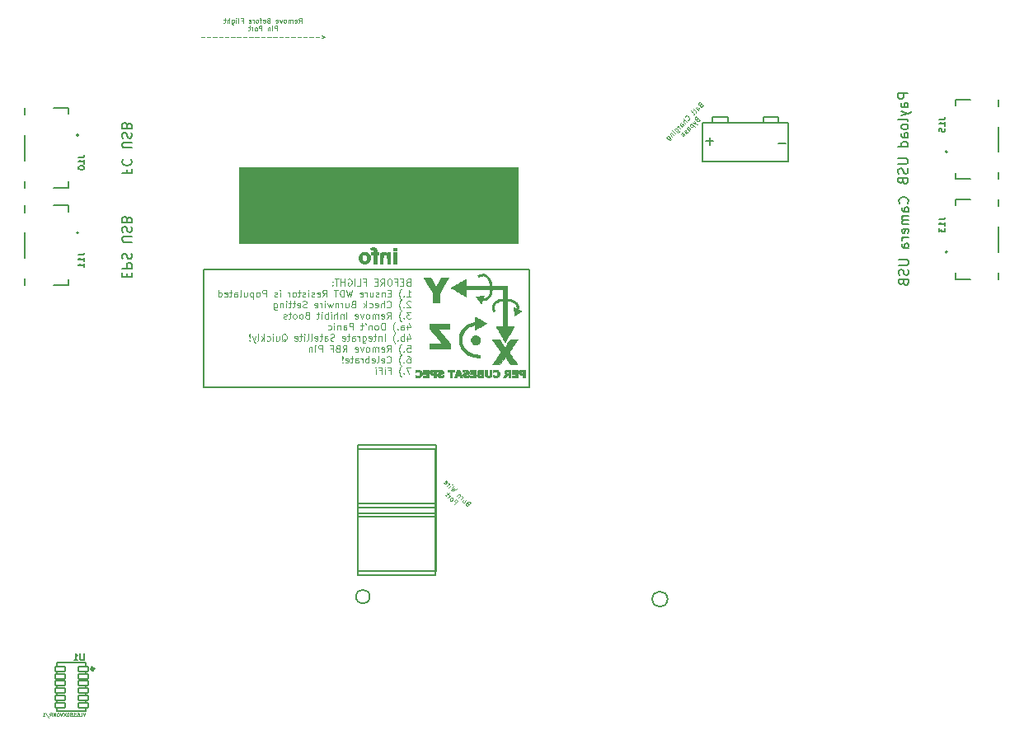
<source format=gbr>
%TF.GenerationSoftware,KiCad,Pcbnew,7.0.1*%
%TF.CreationDate,2024-01-14T19:17:53-07:00*%
%TF.ProjectId,antenna_top_cap,616e7465-6e6e-4615-9f74-6f705f636170,rev?*%
%TF.SameCoordinates,Original*%
%TF.FileFunction,Legend,Bot*%
%TF.FilePolarity,Positive*%
%FSLAX46Y46*%
G04 Gerber Fmt 4.6, Leading zero omitted, Abs format (unit mm)*
G04 Created by KiCad (PCBNEW 7.0.1) date 2024-01-14 19:17:53*
%MOMM*%
%LPD*%
G01*
G04 APERTURE LIST*
G04 Aperture macros list*
%AMRoundRect*
0 Rectangle with rounded corners*
0 $1 Rounding radius*
0 $2 $3 $4 $5 $6 $7 $8 $9 X,Y pos of 4 corners*
0 Add a 4 corners polygon primitive as box body*
4,1,4,$2,$3,$4,$5,$6,$7,$8,$9,$2,$3,0*
0 Add four circle primitives for the rounded corners*
1,1,$1+$1,$2,$3*
1,1,$1+$1,$4,$5*
1,1,$1+$1,$6,$7*
1,1,$1+$1,$8,$9*
0 Add four rect primitives between the rounded corners*
20,1,$1+$1,$2,$3,$4,$5,0*
20,1,$1+$1,$4,$5,$6,$7,0*
20,1,$1+$1,$6,$7,$8,$9,0*
20,1,$1+$1,$8,$9,$2,$3,0*%
G04 Aperture macros list end*
%ADD10C,0.150000*%
%ADD11C,0.100000*%
%ADD12C,0.146304*%
%ADD13C,0.040640*%
%ADD14C,0.127000*%
%ADD15C,0.200000*%
%ADD16C,0.010000*%
%ADD17C,0.304800*%
%ADD18C,0.500000*%
%ADD19O,1.700000X1.700000*%
%ADD20R,1.700000X1.700000*%
%ADD21C,5.400000*%
%ADD22C,2.050000*%
%ADD23C,2.250000*%
%ADD24R,1.380000X0.450000*%
%ADD25O,2.416000X1.208000*%
%ADD26R,2.100000X1.475000*%
%ADD27R,1.900000X1.375000*%
%ADD28RoundRect,0.050800X-0.500000X0.250000X-0.500000X-0.250000X0.500000X-0.250000X0.500000X0.250000X0*%
G04 APERTURE END LIST*
D10*
X149745800Y-118269400D02*
X149745800Y-119269400D01*
X133885800Y-94209400D02*
X133885800Y-106369400D01*
X192945800Y-78569400D02*
X191345800Y-78569400D01*
X181536369Y-128119400D02*
G75*
G03*
X181536369Y-128119400I-790569J0D01*
G01*
X192945800Y-79169400D02*
X192945800Y-78569400D01*
X191345800Y-78569400D02*
X191345800Y-79169400D01*
X186145800Y-78569400D02*
X187745800Y-78569400D01*
X187745800Y-78569400D02*
X187745800Y-79169400D01*
X157745800Y-112269400D02*
X157745800Y-125269400D01*
X157745800Y-118269400D02*
X149745800Y-118269400D01*
X191345800Y-79169400D02*
X186145800Y-79169400D01*
X157745800Y-125269400D02*
X149745800Y-125269400D01*
X149745800Y-125269400D02*
X149745800Y-112269400D01*
X149745800Y-112269400D02*
X157745800Y-112269400D01*
X186145800Y-79169400D02*
X186145800Y-78569400D01*
X133885800Y-94209400D02*
X167325800Y-94219400D01*
X167325800Y-94219400D02*
X167325800Y-106311881D01*
X150952907Y-127869400D02*
G75*
G03*
X150952907Y-127869400I-707107J0D01*
G01*
X133885800Y-106369400D02*
X167325800Y-106321881D01*
X149745800Y-119269400D02*
X157745800Y-119269400D01*
X193945800Y-83169400D02*
X193945800Y-79169400D01*
X185145800Y-79169400D02*
X185145800Y-83169400D01*
X193945800Y-79169400D02*
X185145800Y-79169400D01*
X185145800Y-83169400D02*
X193945800Y-83169400D01*
D11*
X143652465Y-68900709D02*
X143819131Y-68662614D01*
X143938179Y-68900709D02*
X143938179Y-68400709D01*
X143938179Y-68400709D02*
X143747703Y-68400709D01*
X143747703Y-68400709D02*
X143700084Y-68424519D01*
X143700084Y-68424519D02*
X143676274Y-68448328D01*
X143676274Y-68448328D02*
X143652465Y-68495947D01*
X143652465Y-68495947D02*
X143652465Y-68567376D01*
X143652465Y-68567376D02*
X143676274Y-68614995D01*
X143676274Y-68614995D02*
X143700084Y-68638804D01*
X143700084Y-68638804D02*
X143747703Y-68662614D01*
X143747703Y-68662614D02*
X143938179Y-68662614D01*
X143247703Y-68876900D02*
X143295322Y-68900709D01*
X143295322Y-68900709D02*
X143390560Y-68900709D01*
X143390560Y-68900709D02*
X143438179Y-68876900D01*
X143438179Y-68876900D02*
X143461988Y-68829280D01*
X143461988Y-68829280D02*
X143461988Y-68638804D01*
X143461988Y-68638804D02*
X143438179Y-68591185D01*
X143438179Y-68591185D02*
X143390560Y-68567376D01*
X143390560Y-68567376D02*
X143295322Y-68567376D01*
X143295322Y-68567376D02*
X143247703Y-68591185D01*
X143247703Y-68591185D02*
X143223893Y-68638804D01*
X143223893Y-68638804D02*
X143223893Y-68686423D01*
X143223893Y-68686423D02*
X143461988Y-68734042D01*
X143009608Y-68900709D02*
X143009608Y-68567376D01*
X143009608Y-68614995D02*
X142985798Y-68591185D01*
X142985798Y-68591185D02*
X142938179Y-68567376D01*
X142938179Y-68567376D02*
X142866751Y-68567376D01*
X142866751Y-68567376D02*
X142819132Y-68591185D01*
X142819132Y-68591185D02*
X142795322Y-68638804D01*
X142795322Y-68638804D02*
X142795322Y-68900709D01*
X142795322Y-68638804D02*
X142771513Y-68591185D01*
X142771513Y-68591185D02*
X142723894Y-68567376D01*
X142723894Y-68567376D02*
X142652465Y-68567376D01*
X142652465Y-68567376D02*
X142604846Y-68591185D01*
X142604846Y-68591185D02*
X142581036Y-68638804D01*
X142581036Y-68638804D02*
X142581036Y-68900709D01*
X142271512Y-68900709D02*
X142319131Y-68876900D01*
X142319131Y-68876900D02*
X142342941Y-68853090D01*
X142342941Y-68853090D02*
X142366750Y-68805471D01*
X142366750Y-68805471D02*
X142366750Y-68662614D01*
X142366750Y-68662614D02*
X142342941Y-68614995D01*
X142342941Y-68614995D02*
X142319131Y-68591185D01*
X142319131Y-68591185D02*
X142271512Y-68567376D01*
X142271512Y-68567376D02*
X142200084Y-68567376D01*
X142200084Y-68567376D02*
X142152465Y-68591185D01*
X142152465Y-68591185D02*
X142128655Y-68614995D01*
X142128655Y-68614995D02*
X142104846Y-68662614D01*
X142104846Y-68662614D02*
X142104846Y-68805471D01*
X142104846Y-68805471D02*
X142128655Y-68853090D01*
X142128655Y-68853090D02*
X142152465Y-68876900D01*
X142152465Y-68876900D02*
X142200084Y-68900709D01*
X142200084Y-68900709D02*
X142271512Y-68900709D01*
X141938179Y-68567376D02*
X141819131Y-68900709D01*
X141819131Y-68900709D02*
X141700084Y-68567376D01*
X141319132Y-68876900D02*
X141366751Y-68900709D01*
X141366751Y-68900709D02*
X141461989Y-68900709D01*
X141461989Y-68900709D02*
X141509608Y-68876900D01*
X141509608Y-68876900D02*
X141533417Y-68829280D01*
X141533417Y-68829280D02*
X141533417Y-68638804D01*
X141533417Y-68638804D02*
X141509608Y-68591185D01*
X141509608Y-68591185D02*
X141461989Y-68567376D01*
X141461989Y-68567376D02*
X141366751Y-68567376D01*
X141366751Y-68567376D02*
X141319132Y-68591185D01*
X141319132Y-68591185D02*
X141295322Y-68638804D01*
X141295322Y-68638804D02*
X141295322Y-68686423D01*
X141295322Y-68686423D02*
X141533417Y-68734042D01*
X140533418Y-68638804D02*
X140461990Y-68662614D01*
X140461990Y-68662614D02*
X140438180Y-68686423D01*
X140438180Y-68686423D02*
X140414371Y-68734042D01*
X140414371Y-68734042D02*
X140414371Y-68805471D01*
X140414371Y-68805471D02*
X140438180Y-68853090D01*
X140438180Y-68853090D02*
X140461990Y-68876900D01*
X140461990Y-68876900D02*
X140509609Y-68900709D01*
X140509609Y-68900709D02*
X140700085Y-68900709D01*
X140700085Y-68900709D02*
X140700085Y-68400709D01*
X140700085Y-68400709D02*
X140533418Y-68400709D01*
X140533418Y-68400709D02*
X140485799Y-68424519D01*
X140485799Y-68424519D02*
X140461990Y-68448328D01*
X140461990Y-68448328D02*
X140438180Y-68495947D01*
X140438180Y-68495947D02*
X140438180Y-68543566D01*
X140438180Y-68543566D02*
X140461990Y-68591185D01*
X140461990Y-68591185D02*
X140485799Y-68614995D01*
X140485799Y-68614995D02*
X140533418Y-68638804D01*
X140533418Y-68638804D02*
X140700085Y-68638804D01*
X140009609Y-68876900D02*
X140057228Y-68900709D01*
X140057228Y-68900709D02*
X140152466Y-68900709D01*
X140152466Y-68900709D02*
X140200085Y-68876900D01*
X140200085Y-68876900D02*
X140223894Y-68829280D01*
X140223894Y-68829280D02*
X140223894Y-68638804D01*
X140223894Y-68638804D02*
X140200085Y-68591185D01*
X140200085Y-68591185D02*
X140152466Y-68567376D01*
X140152466Y-68567376D02*
X140057228Y-68567376D01*
X140057228Y-68567376D02*
X140009609Y-68591185D01*
X140009609Y-68591185D02*
X139985799Y-68638804D01*
X139985799Y-68638804D02*
X139985799Y-68686423D01*
X139985799Y-68686423D02*
X140223894Y-68734042D01*
X139842942Y-68567376D02*
X139652466Y-68567376D01*
X139771514Y-68900709D02*
X139771514Y-68472138D01*
X139771514Y-68472138D02*
X139747704Y-68424519D01*
X139747704Y-68424519D02*
X139700085Y-68400709D01*
X139700085Y-68400709D02*
X139652466Y-68400709D01*
X139414371Y-68900709D02*
X139461990Y-68876900D01*
X139461990Y-68876900D02*
X139485800Y-68853090D01*
X139485800Y-68853090D02*
X139509609Y-68805471D01*
X139509609Y-68805471D02*
X139509609Y-68662614D01*
X139509609Y-68662614D02*
X139485800Y-68614995D01*
X139485800Y-68614995D02*
X139461990Y-68591185D01*
X139461990Y-68591185D02*
X139414371Y-68567376D01*
X139414371Y-68567376D02*
X139342943Y-68567376D01*
X139342943Y-68567376D02*
X139295324Y-68591185D01*
X139295324Y-68591185D02*
X139271514Y-68614995D01*
X139271514Y-68614995D02*
X139247705Y-68662614D01*
X139247705Y-68662614D02*
X139247705Y-68805471D01*
X139247705Y-68805471D02*
X139271514Y-68853090D01*
X139271514Y-68853090D02*
X139295324Y-68876900D01*
X139295324Y-68876900D02*
X139342943Y-68900709D01*
X139342943Y-68900709D02*
X139414371Y-68900709D01*
X139033419Y-68900709D02*
X139033419Y-68567376D01*
X139033419Y-68662614D02*
X139009609Y-68614995D01*
X139009609Y-68614995D02*
X138985800Y-68591185D01*
X138985800Y-68591185D02*
X138938181Y-68567376D01*
X138938181Y-68567376D02*
X138890562Y-68567376D01*
X138533419Y-68876900D02*
X138581038Y-68900709D01*
X138581038Y-68900709D02*
X138676276Y-68900709D01*
X138676276Y-68900709D02*
X138723895Y-68876900D01*
X138723895Y-68876900D02*
X138747704Y-68829280D01*
X138747704Y-68829280D02*
X138747704Y-68638804D01*
X138747704Y-68638804D02*
X138723895Y-68591185D01*
X138723895Y-68591185D02*
X138676276Y-68567376D01*
X138676276Y-68567376D02*
X138581038Y-68567376D01*
X138581038Y-68567376D02*
X138533419Y-68591185D01*
X138533419Y-68591185D02*
X138509609Y-68638804D01*
X138509609Y-68638804D02*
X138509609Y-68686423D01*
X138509609Y-68686423D02*
X138747704Y-68734042D01*
X137747705Y-68638804D02*
X137914372Y-68638804D01*
X137914372Y-68900709D02*
X137914372Y-68400709D01*
X137914372Y-68400709D02*
X137676277Y-68400709D01*
X137414372Y-68900709D02*
X137461991Y-68876900D01*
X137461991Y-68876900D02*
X137485801Y-68829280D01*
X137485801Y-68829280D02*
X137485801Y-68400709D01*
X137223896Y-68900709D02*
X137223896Y-68567376D01*
X137223896Y-68400709D02*
X137247705Y-68424519D01*
X137247705Y-68424519D02*
X137223896Y-68448328D01*
X137223896Y-68448328D02*
X137200086Y-68424519D01*
X137200086Y-68424519D02*
X137223896Y-68400709D01*
X137223896Y-68400709D02*
X137223896Y-68448328D01*
X136771515Y-68567376D02*
X136771515Y-68972138D01*
X136771515Y-68972138D02*
X136795325Y-69019757D01*
X136795325Y-69019757D02*
X136819134Y-69043566D01*
X136819134Y-69043566D02*
X136866753Y-69067376D01*
X136866753Y-69067376D02*
X136938182Y-69067376D01*
X136938182Y-69067376D02*
X136985801Y-69043566D01*
X136771515Y-68876900D02*
X136819134Y-68900709D01*
X136819134Y-68900709D02*
X136914372Y-68900709D01*
X136914372Y-68900709D02*
X136961991Y-68876900D01*
X136961991Y-68876900D02*
X136985801Y-68853090D01*
X136985801Y-68853090D02*
X137009610Y-68805471D01*
X137009610Y-68805471D02*
X137009610Y-68662614D01*
X137009610Y-68662614D02*
X136985801Y-68614995D01*
X136985801Y-68614995D02*
X136961991Y-68591185D01*
X136961991Y-68591185D02*
X136914372Y-68567376D01*
X136914372Y-68567376D02*
X136819134Y-68567376D01*
X136819134Y-68567376D02*
X136771515Y-68591185D01*
X136533420Y-68900709D02*
X136533420Y-68400709D01*
X136319134Y-68900709D02*
X136319134Y-68638804D01*
X136319134Y-68638804D02*
X136342944Y-68591185D01*
X136342944Y-68591185D02*
X136390563Y-68567376D01*
X136390563Y-68567376D02*
X136461991Y-68567376D01*
X136461991Y-68567376D02*
X136509610Y-68591185D01*
X136509610Y-68591185D02*
X136533420Y-68614995D01*
X136152467Y-68567376D02*
X135961991Y-68567376D01*
X136081039Y-68400709D02*
X136081039Y-68829280D01*
X136081039Y-68829280D02*
X136057229Y-68876900D01*
X136057229Y-68876900D02*
X136009610Y-68900709D01*
X136009610Y-68900709D02*
X135961991Y-68900709D01*
X141426275Y-69710709D02*
X141426275Y-69210709D01*
X141426275Y-69210709D02*
X141235799Y-69210709D01*
X141235799Y-69210709D02*
X141188180Y-69234519D01*
X141188180Y-69234519D02*
X141164370Y-69258328D01*
X141164370Y-69258328D02*
X141140561Y-69305947D01*
X141140561Y-69305947D02*
X141140561Y-69377376D01*
X141140561Y-69377376D02*
X141164370Y-69424995D01*
X141164370Y-69424995D02*
X141188180Y-69448804D01*
X141188180Y-69448804D02*
X141235799Y-69472614D01*
X141235799Y-69472614D02*
X141426275Y-69472614D01*
X140926275Y-69710709D02*
X140926275Y-69377376D01*
X140926275Y-69210709D02*
X140950084Y-69234519D01*
X140950084Y-69234519D02*
X140926275Y-69258328D01*
X140926275Y-69258328D02*
X140902465Y-69234519D01*
X140902465Y-69234519D02*
X140926275Y-69210709D01*
X140926275Y-69210709D02*
X140926275Y-69258328D01*
X140688180Y-69377376D02*
X140688180Y-69710709D01*
X140688180Y-69424995D02*
X140664370Y-69401185D01*
X140664370Y-69401185D02*
X140616751Y-69377376D01*
X140616751Y-69377376D02*
X140545323Y-69377376D01*
X140545323Y-69377376D02*
X140497704Y-69401185D01*
X140497704Y-69401185D02*
X140473894Y-69448804D01*
X140473894Y-69448804D02*
X140473894Y-69710709D01*
X139854847Y-69710709D02*
X139854847Y-69210709D01*
X139854847Y-69210709D02*
X139664371Y-69210709D01*
X139664371Y-69210709D02*
X139616752Y-69234519D01*
X139616752Y-69234519D02*
X139592942Y-69258328D01*
X139592942Y-69258328D02*
X139569133Y-69305947D01*
X139569133Y-69305947D02*
X139569133Y-69377376D01*
X139569133Y-69377376D02*
X139592942Y-69424995D01*
X139592942Y-69424995D02*
X139616752Y-69448804D01*
X139616752Y-69448804D02*
X139664371Y-69472614D01*
X139664371Y-69472614D02*
X139854847Y-69472614D01*
X139283418Y-69710709D02*
X139331037Y-69686900D01*
X139331037Y-69686900D02*
X139354847Y-69663090D01*
X139354847Y-69663090D02*
X139378656Y-69615471D01*
X139378656Y-69615471D02*
X139378656Y-69472614D01*
X139378656Y-69472614D02*
X139354847Y-69424995D01*
X139354847Y-69424995D02*
X139331037Y-69401185D01*
X139331037Y-69401185D02*
X139283418Y-69377376D01*
X139283418Y-69377376D02*
X139211990Y-69377376D01*
X139211990Y-69377376D02*
X139164371Y-69401185D01*
X139164371Y-69401185D02*
X139140561Y-69424995D01*
X139140561Y-69424995D02*
X139116752Y-69472614D01*
X139116752Y-69472614D02*
X139116752Y-69615471D01*
X139116752Y-69615471D02*
X139140561Y-69663090D01*
X139140561Y-69663090D02*
X139164371Y-69686900D01*
X139164371Y-69686900D02*
X139211990Y-69710709D01*
X139211990Y-69710709D02*
X139283418Y-69710709D01*
X138902466Y-69710709D02*
X138902466Y-69377376D01*
X138902466Y-69472614D02*
X138878656Y-69424995D01*
X138878656Y-69424995D02*
X138854847Y-69401185D01*
X138854847Y-69401185D02*
X138807228Y-69377376D01*
X138807228Y-69377376D02*
X138759609Y-69377376D01*
X138664370Y-69377376D02*
X138473894Y-69377376D01*
X138592942Y-69210709D02*
X138592942Y-69639280D01*
X138592942Y-69639280D02*
X138569132Y-69686900D01*
X138569132Y-69686900D02*
X138521513Y-69710709D01*
X138521513Y-69710709D02*
X138473894Y-69710709D01*
X145985804Y-70187376D02*
X146366756Y-70330233D01*
X146366756Y-70330233D02*
X145985804Y-70473090D01*
X145747708Y-70330233D02*
X145366756Y-70330233D01*
X145128660Y-70330233D02*
X144747708Y-70330233D01*
X144509612Y-70330233D02*
X144128660Y-70330233D01*
X143890564Y-70330233D02*
X143509612Y-70330233D01*
X143271516Y-70330233D02*
X142890564Y-70330233D01*
X142652468Y-70330233D02*
X142271516Y-70330233D01*
X142033420Y-70330233D02*
X141652468Y-70330233D01*
X141414372Y-70330233D02*
X141033420Y-70330233D01*
X140795324Y-70330233D02*
X140414372Y-70330233D01*
X140176276Y-70330233D02*
X139795324Y-70330233D01*
X139557228Y-70330233D02*
X139176276Y-70330233D01*
X138938180Y-70330233D02*
X138557228Y-70330233D01*
X138319132Y-70330233D02*
X137938180Y-70330233D01*
X137700084Y-70330233D02*
X137319132Y-70330233D01*
X137081036Y-70330233D02*
X136700084Y-70330233D01*
X136461988Y-70330233D02*
X136081036Y-70330233D01*
X135842940Y-70330233D02*
X135461988Y-70330233D01*
X135223892Y-70330233D02*
X134842940Y-70330233D01*
X134604844Y-70330233D02*
X134223892Y-70330233D01*
X133985796Y-70330233D02*
X133604844Y-70330233D01*
X154875800Y-95540566D02*
X154775800Y-95573900D01*
X154775800Y-95573900D02*
X154742466Y-95607233D01*
X154742466Y-95607233D02*
X154709133Y-95673900D01*
X154709133Y-95673900D02*
X154709133Y-95773900D01*
X154709133Y-95773900D02*
X154742466Y-95840566D01*
X154742466Y-95840566D02*
X154775800Y-95873900D01*
X154775800Y-95873900D02*
X154842466Y-95907233D01*
X154842466Y-95907233D02*
X155109133Y-95907233D01*
X155109133Y-95907233D02*
X155109133Y-95207233D01*
X155109133Y-95207233D02*
X154875800Y-95207233D01*
X154875800Y-95207233D02*
X154809133Y-95240566D01*
X154809133Y-95240566D02*
X154775800Y-95273900D01*
X154775800Y-95273900D02*
X154742466Y-95340566D01*
X154742466Y-95340566D02*
X154742466Y-95407233D01*
X154742466Y-95407233D02*
X154775800Y-95473900D01*
X154775800Y-95473900D02*
X154809133Y-95507233D01*
X154809133Y-95507233D02*
X154875800Y-95540566D01*
X154875800Y-95540566D02*
X155109133Y-95540566D01*
X154409133Y-95540566D02*
X154175800Y-95540566D01*
X154075800Y-95907233D02*
X154409133Y-95907233D01*
X154409133Y-95907233D02*
X154409133Y-95207233D01*
X154409133Y-95207233D02*
X154075800Y-95207233D01*
X153542467Y-95540566D02*
X153775800Y-95540566D01*
X153775800Y-95907233D02*
X153775800Y-95207233D01*
X153775800Y-95207233D02*
X153442467Y-95207233D01*
X153042467Y-95207233D02*
X152909133Y-95207233D01*
X152909133Y-95207233D02*
X152842467Y-95240566D01*
X152842467Y-95240566D02*
X152775800Y-95307233D01*
X152775800Y-95307233D02*
X152742467Y-95440566D01*
X152742467Y-95440566D02*
X152742467Y-95673900D01*
X152742467Y-95673900D02*
X152775800Y-95807233D01*
X152775800Y-95807233D02*
X152842467Y-95873900D01*
X152842467Y-95873900D02*
X152909133Y-95907233D01*
X152909133Y-95907233D02*
X153042467Y-95907233D01*
X153042467Y-95907233D02*
X153109133Y-95873900D01*
X153109133Y-95873900D02*
X153175800Y-95807233D01*
X153175800Y-95807233D02*
X153209133Y-95673900D01*
X153209133Y-95673900D02*
X153209133Y-95440566D01*
X153209133Y-95440566D02*
X153175800Y-95307233D01*
X153175800Y-95307233D02*
X153109133Y-95240566D01*
X153109133Y-95240566D02*
X153042467Y-95207233D01*
X152042467Y-95907233D02*
X152275800Y-95573900D01*
X152442467Y-95907233D02*
X152442467Y-95207233D01*
X152442467Y-95207233D02*
X152175800Y-95207233D01*
X152175800Y-95207233D02*
X152109134Y-95240566D01*
X152109134Y-95240566D02*
X152075800Y-95273900D01*
X152075800Y-95273900D02*
X152042467Y-95340566D01*
X152042467Y-95340566D02*
X152042467Y-95440566D01*
X152042467Y-95440566D02*
X152075800Y-95507233D01*
X152075800Y-95507233D02*
X152109134Y-95540566D01*
X152109134Y-95540566D02*
X152175800Y-95573900D01*
X152175800Y-95573900D02*
X152442467Y-95573900D01*
X151742467Y-95540566D02*
X151509134Y-95540566D01*
X151409134Y-95907233D02*
X151742467Y-95907233D01*
X151742467Y-95907233D02*
X151742467Y-95207233D01*
X151742467Y-95207233D02*
X151409134Y-95207233D01*
X150342468Y-95540566D02*
X150575801Y-95540566D01*
X150575801Y-95907233D02*
X150575801Y-95207233D01*
X150575801Y-95207233D02*
X150242468Y-95207233D01*
X149642468Y-95907233D02*
X149975801Y-95907233D01*
X149975801Y-95907233D02*
X149975801Y-95207233D01*
X149409134Y-95907233D02*
X149409134Y-95207233D01*
X148709134Y-95240566D02*
X148775801Y-95207233D01*
X148775801Y-95207233D02*
X148875801Y-95207233D01*
X148875801Y-95207233D02*
X148975801Y-95240566D01*
X148975801Y-95240566D02*
X149042468Y-95307233D01*
X149042468Y-95307233D02*
X149075801Y-95373900D01*
X149075801Y-95373900D02*
X149109134Y-95507233D01*
X149109134Y-95507233D02*
X149109134Y-95607233D01*
X149109134Y-95607233D02*
X149075801Y-95740566D01*
X149075801Y-95740566D02*
X149042468Y-95807233D01*
X149042468Y-95807233D02*
X148975801Y-95873900D01*
X148975801Y-95873900D02*
X148875801Y-95907233D01*
X148875801Y-95907233D02*
X148809134Y-95907233D01*
X148809134Y-95907233D02*
X148709134Y-95873900D01*
X148709134Y-95873900D02*
X148675801Y-95840566D01*
X148675801Y-95840566D02*
X148675801Y-95607233D01*
X148675801Y-95607233D02*
X148809134Y-95607233D01*
X148375801Y-95907233D02*
X148375801Y-95207233D01*
X148375801Y-95540566D02*
X147975801Y-95540566D01*
X147975801Y-95907233D02*
X147975801Y-95207233D01*
X147742468Y-95207233D02*
X147342468Y-95207233D01*
X147542468Y-95907233D02*
X147542468Y-95207233D01*
X147109135Y-95840566D02*
X147075802Y-95873900D01*
X147075802Y-95873900D02*
X147109135Y-95907233D01*
X147109135Y-95907233D02*
X147142468Y-95873900D01*
X147142468Y-95873900D02*
X147109135Y-95840566D01*
X147109135Y-95840566D02*
X147109135Y-95907233D01*
X147109135Y-95473900D02*
X147075802Y-95507233D01*
X147075802Y-95507233D02*
X147109135Y-95540566D01*
X147109135Y-95540566D02*
X147142468Y-95507233D01*
X147142468Y-95507233D02*
X147109135Y-95473900D01*
X147109135Y-95473900D02*
X147109135Y-95540566D01*
X154742466Y-97041233D02*
X155142466Y-97041233D01*
X154942466Y-97041233D02*
X154942466Y-96341233D01*
X154942466Y-96341233D02*
X155009133Y-96441233D01*
X155009133Y-96441233D02*
X155075800Y-96507900D01*
X155075800Y-96507900D02*
X155142466Y-96541233D01*
X154442466Y-96974566D02*
X154409133Y-97007900D01*
X154409133Y-97007900D02*
X154442466Y-97041233D01*
X154442466Y-97041233D02*
X154475799Y-97007900D01*
X154475799Y-97007900D02*
X154442466Y-96974566D01*
X154442466Y-96974566D02*
X154442466Y-97041233D01*
X154175800Y-97307900D02*
X154142466Y-97274566D01*
X154142466Y-97274566D02*
X154075800Y-97174566D01*
X154075800Y-97174566D02*
X154042466Y-97107900D01*
X154042466Y-97107900D02*
X154009133Y-97007900D01*
X154009133Y-97007900D02*
X153975800Y-96841233D01*
X153975800Y-96841233D02*
X153975800Y-96707900D01*
X153975800Y-96707900D02*
X154009133Y-96541233D01*
X154009133Y-96541233D02*
X154042466Y-96441233D01*
X154042466Y-96441233D02*
X154075800Y-96374566D01*
X154075800Y-96374566D02*
X154142466Y-96274566D01*
X154142466Y-96274566D02*
X154175800Y-96241233D01*
X153109133Y-96674566D02*
X152875800Y-96674566D01*
X152775800Y-97041233D02*
X153109133Y-97041233D01*
X153109133Y-97041233D02*
X153109133Y-96341233D01*
X153109133Y-96341233D02*
X152775800Y-96341233D01*
X152475800Y-96574566D02*
X152475800Y-97041233D01*
X152475800Y-96641233D02*
X152442467Y-96607900D01*
X152442467Y-96607900D02*
X152375800Y-96574566D01*
X152375800Y-96574566D02*
X152275800Y-96574566D01*
X152275800Y-96574566D02*
X152209133Y-96607900D01*
X152209133Y-96607900D02*
X152175800Y-96674566D01*
X152175800Y-96674566D02*
X152175800Y-97041233D01*
X151875800Y-97007900D02*
X151809134Y-97041233D01*
X151809134Y-97041233D02*
X151675800Y-97041233D01*
X151675800Y-97041233D02*
X151609134Y-97007900D01*
X151609134Y-97007900D02*
X151575800Y-96941233D01*
X151575800Y-96941233D02*
X151575800Y-96907900D01*
X151575800Y-96907900D02*
X151609134Y-96841233D01*
X151609134Y-96841233D02*
X151675800Y-96807900D01*
X151675800Y-96807900D02*
X151775800Y-96807900D01*
X151775800Y-96807900D02*
X151842467Y-96774566D01*
X151842467Y-96774566D02*
X151875800Y-96707900D01*
X151875800Y-96707900D02*
X151875800Y-96674566D01*
X151875800Y-96674566D02*
X151842467Y-96607900D01*
X151842467Y-96607900D02*
X151775800Y-96574566D01*
X151775800Y-96574566D02*
X151675800Y-96574566D01*
X151675800Y-96574566D02*
X151609134Y-96607900D01*
X150975800Y-96574566D02*
X150975800Y-97041233D01*
X151275800Y-96574566D02*
X151275800Y-96941233D01*
X151275800Y-96941233D02*
X151242467Y-97007900D01*
X151242467Y-97007900D02*
X151175800Y-97041233D01*
X151175800Y-97041233D02*
X151075800Y-97041233D01*
X151075800Y-97041233D02*
X151009133Y-97007900D01*
X151009133Y-97007900D02*
X150975800Y-96974566D01*
X150642467Y-97041233D02*
X150642467Y-96574566D01*
X150642467Y-96707900D02*
X150609134Y-96641233D01*
X150609134Y-96641233D02*
X150575800Y-96607900D01*
X150575800Y-96607900D02*
X150509134Y-96574566D01*
X150509134Y-96574566D02*
X150442467Y-96574566D01*
X149942467Y-97007900D02*
X150009134Y-97041233D01*
X150009134Y-97041233D02*
X150142467Y-97041233D01*
X150142467Y-97041233D02*
X150209134Y-97007900D01*
X150209134Y-97007900D02*
X150242467Y-96941233D01*
X150242467Y-96941233D02*
X150242467Y-96674566D01*
X150242467Y-96674566D02*
X150209134Y-96607900D01*
X150209134Y-96607900D02*
X150142467Y-96574566D01*
X150142467Y-96574566D02*
X150009134Y-96574566D01*
X150009134Y-96574566D02*
X149942467Y-96607900D01*
X149942467Y-96607900D02*
X149909134Y-96674566D01*
X149909134Y-96674566D02*
X149909134Y-96741233D01*
X149909134Y-96741233D02*
X150242467Y-96807900D01*
X149142468Y-96341233D02*
X148975801Y-97041233D01*
X148975801Y-97041233D02*
X148842468Y-96541233D01*
X148842468Y-96541233D02*
X148709134Y-97041233D01*
X148709134Y-97041233D02*
X148542468Y-96341233D01*
X148275801Y-97041233D02*
X148275801Y-96341233D01*
X148275801Y-96341233D02*
X148109134Y-96341233D01*
X148109134Y-96341233D02*
X148009134Y-96374566D01*
X148009134Y-96374566D02*
X147942468Y-96441233D01*
X147942468Y-96441233D02*
X147909134Y-96507900D01*
X147909134Y-96507900D02*
X147875801Y-96641233D01*
X147875801Y-96641233D02*
X147875801Y-96741233D01*
X147875801Y-96741233D02*
X147909134Y-96874566D01*
X147909134Y-96874566D02*
X147942468Y-96941233D01*
X147942468Y-96941233D02*
X148009134Y-97007900D01*
X148009134Y-97007900D02*
X148109134Y-97041233D01*
X148109134Y-97041233D02*
X148275801Y-97041233D01*
X147675801Y-96341233D02*
X147275801Y-96341233D01*
X147475801Y-97041233D02*
X147475801Y-96341233D01*
X146109135Y-97041233D02*
X146342468Y-96707900D01*
X146509135Y-97041233D02*
X146509135Y-96341233D01*
X146509135Y-96341233D02*
X146242468Y-96341233D01*
X146242468Y-96341233D02*
X146175802Y-96374566D01*
X146175802Y-96374566D02*
X146142468Y-96407900D01*
X146142468Y-96407900D02*
X146109135Y-96474566D01*
X146109135Y-96474566D02*
X146109135Y-96574566D01*
X146109135Y-96574566D02*
X146142468Y-96641233D01*
X146142468Y-96641233D02*
X146175802Y-96674566D01*
X146175802Y-96674566D02*
X146242468Y-96707900D01*
X146242468Y-96707900D02*
X146509135Y-96707900D01*
X145542468Y-97007900D02*
X145609135Y-97041233D01*
X145609135Y-97041233D02*
X145742468Y-97041233D01*
X145742468Y-97041233D02*
X145809135Y-97007900D01*
X145809135Y-97007900D02*
X145842468Y-96941233D01*
X145842468Y-96941233D02*
X145842468Y-96674566D01*
X145842468Y-96674566D02*
X145809135Y-96607900D01*
X145809135Y-96607900D02*
X145742468Y-96574566D01*
X145742468Y-96574566D02*
X145609135Y-96574566D01*
X145609135Y-96574566D02*
X145542468Y-96607900D01*
X145542468Y-96607900D02*
X145509135Y-96674566D01*
X145509135Y-96674566D02*
X145509135Y-96741233D01*
X145509135Y-96741233D02*
X145842468Y-96807900D01*
X145242468Y-97007900D02*
X145175802Y-97041233D01*
X145175802Y-97041233D02*
X145042468Y-97041233D01*
X145042468Y-97041233D02*
X144975802Y-97007900D01*
X144975802Y-97007900D02*
X144942468Y-96941233D01*
X144942468Y-96941233D02*
X144942468Y-96907900D01*
X144942468Y-96907900D02*
X144975802Y-96841233D01*
X144975802Y-96841233D02*
X145042468Y-96807900D01*
X145042468Y-96807900D02*
X145142468Y-96807900D01*
X145142468Y-96807900D02*
X145209135Y-96774566D01*
X145209135Y-96774566D02*
X145242468Y-96707900D01*
X145242468Y-96707900D02*
X145242468Y-96674566D01*
X145242468Y-96674566D02*
X145209135Y-96607900D01*
X145209135Y-96607900D02*
X145142468Y-96574566D01*
X145142468Y-96574566D02*
X145042468Y-96574566D01*
X145042468Y-96574566D02*
X144975802Y-96607900D01*
X144642468Y-97041233D02*
X144642468Y-96574566D01*
X144642468Y-96341233D02*
X144675801Y-96374566D01*
X144675801Y-96374566D02*
X144642468Y-96407900D01*
X144642468Y-96407900D02*
X144609135Y-96374566D01*
X144609135Y-96374566D02*
X144642468Y-96341233D01*
X144642468Y-96341233D02*
X144642468Y-96407900D01*
X144342468Y-97007900D02*
X144275802Y-97041233D01*
X144275802Y-97041233D02*
X144142468Y-97041233D01*
X144142468Y-97041233D02*
X144075802Y-97007900D01*
X144075802Y-97007900D02*
X144042468Y-96941233D01*
X144042468Y-96941233D02*
X144042468Y-96907900D01*
X144042468Y-96907900D02*
X144075802Y-96841233D01*
X144075802Y-96841233D02*
X144142468Y-96807900D01*
X144142468Y-96807900D02*
X144242468Y-96807900D01*
X144242468Y-96807900D02*
X144309135Y-96774566D01*
X144309135Y-96774566D02*
X144342468Y-96707900D01*
X144342468Y-96707900D02*
X144342468Y-96674566D01*
X144342468Y-96674566D02*
X144309135Y-96607900D01*
X144309135Y-96607900D02*
X144242468Y-96574566D01*
X144242468Y-96574566D02*
X144142468Y-96574566D01*
X144142468Y-96574566D02*
X144075802Y-96607900D01*
X143842468Y-96574566D02*
X143575801Y-96574566D01*
X143742468Y-96341233D02*
X143742468Y-96941233D01*
X143742468Y-96941233D02*
X143709135Y-97007900D01*
X143709135Y-97007900D02*
X143642468Y-97041233D01*
X143642468Y-97041233D02*
X143575801Y-97041233D01*
X143242468Y-97041233D02*
X143309135Y-97007900D01*
X143309135Y-97007900D02*
X143342468Y-96974566D01*
X143342468Y-96974566D02*
X143375801Y-96907900D01*
X143375801Y-96907900D02*
X143375801Y-96707900D01*
X143375801Y-96707900D02*
X143342468Y-96641233D01*
X143342468Y-96641233D02*
X143309135Y-96607900D01*
X143309135Y-96607900D02*
X143242468Y-96574566D01*
X143242468Y-96574566D02*
X143142468Y-96574566D01*
X143142468Y-96574566D02*
X143075801Y-96607900D01*
X143075801Y-96607900D02*
X143042468Y-96641233D01*
X143042468Y-96641233D02*
X143009135Y-96707900D01*
X143009135Y-96707900D02*
X143009135Y-96907900D01*
X143009135Y-96907900D02*
X143042468Y-96974566D01*
X143042468Y-96974566D02*
X143075801Y-97007900D01*
X143075801Y-97007900D02*
X143142468Y-97041233D01*
X143142468Y-97041233D02*
X143242468Y-97041233D01*
X142709135Y-97041233D02*
X142709135Y-96574566D01*
X142709135Y-96707900D02*
X142675802Y-96641233D01*
X142675802Y-96641233D02*
X142642468Y-96607900D01*
X142642468Y-96607900D02*
X142575802Y-96574566D01*
X142575802Y-96574566D02*
X142509135Y-96574566D01*
X141742469Y-97041233D02*
X141742469Y-96574566D01*
X141742469Y-96341233D02*
X141775802Y-96374566D01*
X141775802Y-96374566D02*
X141742469Y-96407900D01*
X141742469Y-96407900D02*
X141709136Y-96374566D01*
X141709136Y-96374566D02*
X141742469Y-96341233D01*
X141742469Y-96341233D02*
X141742469Y-96407900D01*
X141442469Y-97007900D02*
X141375803Y-97041233D01*
X141375803Y-97041233D02*
X141242469Y-97041233D01*
X141242469Y-97041233D02*
X141175803Y-97007900D01*
X141175803Y-97007900D02*
X141142469Y-96941233D01*
X141142469Y-96941233D02*
X141142469Y-96907900D01*
X141142469Y-96907900D02*
X141175803Y-96841233D01*
X141175803Y-96841233D02*
X141242469Y-96807900D01*
X141242469Y-96807900D02*
X141342469Y-96807900D01*
X141342469Y-96807900D02*
X141409136Y-96774566D01*
X141409136Y-96774566D02*
X141442469Y-96707900D01*
X141442469Y-96707900D02*
X141442469Y-96674566D01*
X141442469Y-96674566D02*
X141409136Y-96607900D01*
X141409136Y-96607900D02*
X141342469Y-96574566D01*
X141342469Y-96574566D02*
X141242469Y-96574566D01*
X141242469Y-96574566D02*
X141175803Y-96607900D01*
X140309136Y-97041233D02*
X140309136Y-96341233D01*
X140309136Y-96341233D02*
X140042469Y-96341233D01*
X140042469Y-96341233D02*
X139975803Y-96374566D01*
X139975803Y-96374566D02*
X139942469Y-96407900D01*
X139942469Y-96407900D02*
X139909136Y-96474566D01*
X139909136Y-96474566D02*
X139909136Y-96574566D01*
X139909136Y-96574566D02*
X139942469Y-96641233D01*
X139942469Y-96641233D02*
X139975803Y-96674566D01*
X139975803Y-96674566D02*
X140042469Y-96707900D01*
X140042469Y-96707900D02*
X140309136Y-96707900D01*
X139509136Y-97041233D02*
X139575803Y-97007900D01*
X139575803Y-97007900D02*
X139609136Y-96974566D01*
X139609136Y-96974566D02*
X139642469Y-96907900D01*
X139642469Y-96907900D02*
X139642469Y-96707900D01*
X139642469Y-96707900D02*
X139609136Y-96641233D01*
X139609136Y-96641233D02*
X139575803Y-96607900D01*
X139575803Y-96607900D02*
X139509136Y-96574566D01*
X139509136Y-96574566D02*
X139409136Y-96574566D01*
X139409136Y-96574566D02*
X139342469Y-96607900D01*
X139342469Y-96607900D02*
X139309136Y-96641233D01*
X139309136Y-96641233D02*
X139275803Y-96707900D01*
X139275803Y-96707900D02*
X139275803Y-96907900D01*
X139275803Y-96907900D02*
X139309136Y-96974566D01*
X139309136Y-96974566D02*
X139342469Y-97007900D01*
X139342469Y-97007900D02*
X139409136Y-97041233D01*
X139409136Y-97041233D02*
X139509136Y-97041233D01*
X138975803Y-96574566D02*
X138975803Y-97274566D01*
X138975803Y-96607900D02*
X138909136Y-96574566D01*
X138909136Y-96574566D02*
X138775803Y-96574566D01*
X138775803Y-96574566D02*
X138709136Y-96607900D01*
X138709136Y-96607900D02*
X138675803Y-96641233D01*
X138675803Y-96641233D02*
X138642470Y-96707900D01*
X138642470Y-96707900D02*
X138642470Y-96907900D01*
X138642470Y-96907900D02*
X138675803Y-96974566D01*
X138675803Y-96974566D02*
X138709136Y-97007900D01*
X138709136Y-97007900D02*
X138775803Y-97041233D01*
X138775803Y-97041233D02*
X138909136Y-97041233D01*
X138909136Y-97041233D02*
X138975803Y-97007900D01*
X138042470Y-96574566D02*
X138042470Y-97041233D01*
X138342470Y-96574566D02*
X138342470Y-96941233D01*
X138342470Y-96941233D02*
X138309137Y-97007900D01*
X138309137Y-97007900D02*
X138242470Y-97041233D01*
X138242470Y-97041233D02*
X138142470Y-97041233D01*
X138142470Y-97041233D02*
X138075803Y-97007900D01*
X138075803Y-97007900D02*
X138042470Y-96974566D01*
X137609137Y-97041233D02*
X137675804Y-97007900D01*
X137675804Y-97007900D02*
X137709137Y-96941233D01*
X137709137Y-96941233D02*
X137709137Y-96341233D01*
X137042470Y-97041233D02*
X137042470Y-96674566D01*
X137042470Y-96674566D02*
X137075803Y-96607900D01*
X137075803Y-96607900D02*
X137142470Y-96574566D01*
X137142470Y-96574566D02*
X137275803Y-96574566D01*
X137275803Y-96574566D02*
X137342470Y-96607900D01*
X137042470Y-97007900D02*
X137109137Y-97041233D01*
X137109137Y-97041233D02*
X137275803Y-97041233D01*
X137275803Y-97041233D02*
X137342470Y-97007900D01*
X137342470Y-97007900D02*
X137375803Y-96941233D01*
X137375803Y-96941233D02*
X137375803Y-96874566D01*
X137375803Y-96874566D02*
X137342470Y-96807900D01*
X137342470Y-96807900D02*
X137275803Y-96774566D01*
X137275803Y-96774566D02*
X137109137Y-96774566D01*
X137109137Y-96774566D02*
X137042470Y-96741233D01*
X136809137Y-96574566D02*
X136542470Y-96574566D01*
X136709137Y-96341233D02*
X136709137Y-96941233D01*
X136709137Y-96941233D02*
X136675804Y-97007900D01*
X136675804Y-97007900D02*
X136609137Y-97041233D01*
X136609137Y-97041233D02*
X136542470Y-97041233D01*
X136042470Y-97007900D02*
X136109137Y-97041233D01*
X136109137Y-97041233D02*
X136242470Y-97041233D01*
X136242470Y-97041233D02*
X136309137Y-97007900D01*
X136309137Y-97007900D02*
X136342470Y-96941233D01*
X136342470Y-96941233D02*
X136342470Y-96674566D01*
X136342470Y-96674566D02*
X136309137Y-96607900D01*
X136309137Y-96607900D02*
X136242470Y-96574566D01*
X136242470Y-96574566D02*
X136109137Y-96574566D01*
X136109137Y-96574566D02*
X136042470Y-96607900D01*
X136042470Y-96607900D02*
X136009137Y-96674566D01*
X136009137Y-96674566D02*
X136009137Y-96741233D01*
X136009137Y-96741233D02*
X136342470Y-96807900D01*
X135409137Y-97041233D02*
X135409137Y-96341233D01*
X135409137Y-97007900D02*
X135475804Y-97041233D01*
X135475804Y-97041233D02*
X135609137Y-97041233D01*
X135609137Y-97041233D02*
X135675804Y-97007900D01*
X135675804Y-97007900D02*
X135709137Y-96974566D01*
X135709137Y-96974566D02*
X135742470Y-96907900D01*
X135742470Y-96907900D02*
X135742470Y-96707900D01*
X135742470Y-96707900D02*
X135709137Y-96641233D01*
X135709137Y-96641233D02*
X135675804Y-96607900D01*
X135675804Y-96607900D02*
X135609137Y-96574566D01*
X135609137Y-96574566D02*
X135475804Y-96574566D01*
X135475804Y-96574566D02*
X135409137Y-96607900D01*
X155142466Y-97541900D02*
X155109133Y-97508566D01*
X155109133Y-97508566D02*
X155042466Y-97475233D01*
X155042466Y-97475233D02*
X154875800Y-97475233D01*
X154875800Y-97475233D02*
X154809133Y-97508566D01*
X154809133Y-97508566D02*
X154775800Y-97541900D01*
X154775800Y-97541900D02*
X154742466Y-97608566D01*
X154742466Y-97608566D02*
X154742466Y-97675233D01*
X154742466Y-97675233D02*
X154775800Y-97775233D01*
X154775800Y-97775233D02*
X155175800Y-98175233D01*
X155175800Y-98175233D02*
X154742466Y-98175233D01*
X154442466Y-98108566D02*
X154409133Y-98141900D01*
X154409133Y-98141900D02*
X154442466Y-98175233D01*
X154442466Y-98175233D02*
X154475799Y-98141900D01*
X154475799Y-98141900D02*
X154442466Y-98108566D01*
X154442466Y-98108566D02*
X154442466Y-98175233D01*
X154175800Y-98441900D02*
X154142466Y-98408566D01*
X154142466Y-98408566D02*
X154075800Y-98308566D01*
X154075800Y-98308566D02*
X154042466Y-98241900D01*
X154042466Y-98241900D02*
X154009133Y-98141900D01*
X154009133Y-98141900D02*
X153975800Y-97975233D01*
X153975800Y-97975233D02*
X153975800Y-97841900D01*
X153975800Y-97841900D02*
X154009133Y-97675233D01*
X154009133Y-97675233D02*
X154042466Y-97575233D01*
X154042466Y-97575233D02*
X154075800Y-97508566D01*
X154075800Y-97508566D02*
X154142466Y-97408566D01*
X154142466Y-97408566D02*
X154175800Y-97375233D01*
X152709133Y-98108566D02*
X152742466Y-98141900D01*
X152742466Y-98141900D02*
X152842466Y-98175233D01*
X152842466Y-98175233D02*
X152909133Y-98175233D01*
X152909133Y-98175233D02*
X153009133Y-98141900D01*
X153009133Y-98141900D02*
X153075800Y-98075233D01*
X153075800Y-98075233D02*
X153109133Y-98008566D01*
X153109133Y-98008566D02*
X153142466Y-97875233D01*
X153142466Y-97875233D02*
X153142466Y-97775233D01*
X153142466Y-97775233D02*
X153109133Y-97641900D01*
X153109133Y-97641900D02*
X153075800Y-97575233D01*
X153075800Y-97575233D02*
X153009133Y-97508566D01*
X153009133Y-97508566D02*
X152909133Y-97475233D01*
X152909133Y-97475233D02*
X152842466Y-97475233D01*
X152842466Y-97475233D02*
X152742466Y-97508566D01*
X152742466Y-97508566D02*
X152709133Y-97541900D01*
X152409133Y-98175233D02*
X152409133Y-97475233D01*
X152109133Y-98175233D02*
X152109133Y-97808566D01*
X152109133Y-97808566D02*
X152142466Y-97741900D01*
X152142466Y-97741900D02*
X152209133Y-97708566D01*
X152209133Y-97708566D02*
X152309133Y-97708566D01*
X152309133Y-97708566D02*
X152375800Y-97741900D01*
X152375800Y-97741900D02*
X152409133Y-97775233D01*
X151509133Y-98141900D02*
X151575800Y-98175233D01*
X151575800Y-98175233D02*
X151709133Y-98175233D01*
X151709133Y-98175233D02*
X151775800Y-98141900D01*
X151775800Y-98141900D02*
X151809133Y-98075233D01*
X151809133Y-98075233D02*
X151809133Y-97808566D01*
X151809133Y-97808566D02*
X151775800Y-97741900D01*
X151775800Y-97741900D02*
X151709133Y-97708566D01*
X151709133Y-97708566D02*
X151575800Y-97708566D01*
X151575800Y-97708566D02*
X151509133Y-97741900D01*
X151509133Y-97741900D02*
X151475800Y-97808566D01*
X151475800Y-97808566D02*
X151475800Y-97875233D01*
X151475800Y-97875233D02*
X151809133Y-97941900D01*
X150875800Y-98141900D02*
X150942467Y-98175233D01*
X150942467Y-98175233D02*
X151075800Y-98175233D01*
X151075800Y-98175233D02*
X151142467Y-98141900D01*
X151142467Y-98141900D02*
X151175800Y-98108566D01*
X151175800Y-98108566D02*
X151209133Y-98041900D01*
X151209133Y-98041900D02*
X151209133Y-97841900D01*
X151209133Y-97841900D02*
X151175800Y-97775233D01*
X151175800Y-97775233D02*
X151142467Y-97741900D01*
X151142467Y-97741900D02*
X151075800Y-97708566D01*
X151075800Y-97708566D02*
X150942467Y-97708566D01*
X150942467Y-97708566D02*
X150875800Y-97741900D01*
X150575800Y-98175233D02*
X150575800Y-97475233D01*
X150509133Y-97908566D02*
X150309133Y-98175233D01*
X150309133Y-97708566D02*
X150575800Y-97975233D01*
X149242467Y-97808566D02*
X149142467Y-97841900D01*
X149142467Y-97841900D02*
X149109133Y-97875233D01*
X149109133Y-97875233D02*
X149075800Y-97941900D01*
X149075800Y-97941900D02*
X149075800Y-98041900D01*
X149075800Y-98041900D02*
X149109133Y-98108566D01*
X149109133Y-98108566D02*
X149142467Y-98141900D01*
X149142467Y-98141900D02*
X149209133Y-98175233D01*
X149209133Y-98175233D02*
X149475800Y-98175233D01*
X149475800Y-98175233D02*
X149475800Y-97475233D01*
X149475800Y-97475233D02*
X149242467Y-97475233D01*
X149242467Y-97475233D02*
X149175800Y-97508566D01*
X149175800Y-97508566D02*
X149142467Y-97541900D01*
X149142467Y-97541900D02*
X149109133Y-97608566D01*
X149109133Y-97608566D02*
X149109133Y-97675233D01*
X149109133Y-97675233D02*
X149142467Y-97741900D01*
X149142467Y-97741900D02*
X149175800Y-97775233D01*
X149175800Y-97775233D02*
X149242467Y-97808566D01*
X149242467Y-97808566D02*
X149475800Y-97808566D01*
X148475800Y-97708566D02*
X148475800Y-98175233D01*
X148775800Y-97708566D02*
X148775800Y-98075233D01*
X148775800Y-98075233D02*
X148742467Y-98141900D01*
X148742467Y-98141900D02*
X148675800Y-98175233D01*
X148675800Y-98175233D02*
X148575800Y-98175233D01*
X148575800Y-98175233D02*
X148509133Y-98141900D01*
X148509133Y-98141900D02*
X148475800Y-98108566D01*
X148142467Y-98175233D02*
X148142467Y-97708566D01*
X148142467Y-97841900D02*
X148109134Y-97775233D01*
X148109134Y-97775233D02*
X148075800Y-97741900D01*
X148075800Y-97741900D02*
X148009134Y-97708566D01*
X148009134Y-97708566D02*
X147942467Y-97708566D01*
X147709134Y-97708566D02*
X147709134Y-98175233D01*
X147709134Y-97775233D02*
X147675801Y-97741900D01*
X147675801Y-97741900D02*
X147609134Y-97708566D01*
X147609134Y-97708566D02*
X147509134Y-97708566D01*
X147509134Y-97708566D02*
X147442467Y-97741900D01*
X147442467Y-97741900D02*
X147409134Y-97808566D01*
X147409134Y-97808566D02*
X147409134Y-98175233D01*
X147142468Y-97708566D02*
X147009134Y-98175233D01*
X147009134Y-98175233D02*
X146875801Y-97841900D01*
X146875801Y-97841900D02*
X146742468Y-98175233D01*
X146742468Y-98175233D02*
X146609134Y-97708566D01*
X146342468Y-98175233D02*
X146342468Y-97708566D01*
X146342468Y-97475233D02*
X146375801Y-97508566D01*
X146375801Y-97508566D02*
X146342468Y-97541900D01*
X146342468Y-97541900D02*
X146309135Y-97508566D01*
X146309135Y-97508566D02*
X146342468Y-97475233D01*
X146342468Y-97475233D02*
X146342468Y-97541900D01*
X146009135Y-98175233D02*
X146009135Y-97708566D01*
X146009135Y-97841900D02*
X145975802Y-97775233D01*
X145975802Y-97775233D02*
X145942468Y-97741900D01*
X145942468Y-97741900D02*
X145875802Y-97708566D01*
X145875802Y-97708566D02*
X145809135Y-97708566D01*
X145309135Y-98141900D02*
X145375802Y-98175233D01*
X145375802Y-98175233D02*
X145509135Y-98175233D01*
X145509135Y-98175233D02*
X145575802Y-98141900D01*
X145575802Y-98141900D02*
X145609135Y-98075233D01*
X145609135Y-98075233D02*
X145609135Y-97808566D01*
X145609135Y-97808566D02*
X145575802Y-97741900D01*
X145575802Y-97741900D02*
X145509135Y-97708566D01*
X145509135Y-97708566D02*
X145375802Y-97708566D01*
X145375802Y-97708566D02*
X145309135Y-97741900D01*
X145309135Y-97741900D02*
X145275802Y-97808566D01*
X145275802Y-97808566D02*
X145275802Y-97875233D01*
X145275802Y-97875233D02*
X145609135Y-97941900D01*
X144475802Y-98141900D02*
X144375802Y-98175233D01*
X144375802Y-98175233D02*
X144209136Y-98175233D01*
X144209136Y-98175233D02*
X144142469Y-98141900D01*
X144142469Y-98141900D02*
X144109136Y-98108566D01*
X144109136Y-98108566D02*
X144075802Y-98041900D01*
X144075802Y-98041900D02*
X144075802Y-97975233D01*
X144075802Y-97975233D02*
X144109136Y-97908566D01*
X144109136Y-97908566D02*
X144142469Y-97875233D01*
X144142469Y-97875233D02*
X144209136Y-97841900D01*
X144209136Y-97841900D02*
X144342469Y-97808566D01*
X144342469Y-97808566D02*
X144409136Y-97775233D01*
X144409136Y-97775233D02*
X144442469Y-97741900D01*
X144442469Y-97741900D02*
X144475802Y-97675233D01*
X144475802Y-97675233D02*
X144475802Y-97608566D01*
X144475802Y-97608566D02*
X144442469Y-97541900D01*
X144442469Y-97541900D02*
X144409136Y-97508566D01*
X144409136Y-97508566D02*
X144342469Y-97475233D01*
X144342469Y-97475233D02*
X144175802Y-97475233D01*
X144175802Y-97475233D02*
X144075802Y-97508566D01*
X143509135Y-98141900D02*
X143575802Y-98175233D01*
X143575802Y-98175233D02*
X143709135Y-98175233D01*
X143709135Y-98175233D02*
X143775802Y-98141900D01*
X143775802Y-98141900D02*
X143809135Y-98075233D01*
X143809135Y-98075233D02*
X143809135Y-97808566D01*
X143809135Y-97808566D02*
X143775802Y-97741900D01*
X143775802Y-97741900D02*
X143709135Y-97708566D01*
X143709135Y-97708566D02*
X143575802Y-97708566D01*
X143575802Y-97708566D02*
X143509135Y-97741900D01*
X143509135Y-97741900D02*
X143475802Y-97808566D01*
X143475802Y-97808566D02*
X143475802Y-97875233D01*
X143475802Y-97875233D02*
X143809135Y-97941900D01*
X143275802Y-97708566D02*
X143009135Y-97708566D01*
X143175802Y-97475233D02*
X143175802Y-98075233D01*
X143175802Y-98075233D02*
X143142469Y-98141900D01*
X143142469Y-98141900D02*
X143075802Y-98175233D01*
X143075802Y-98175233D02*
X143009135Y-98175233D01*
X142875802Y-97708566D02*
X142609135Y-97708566D01*
X142775802Y-97475233D02*
X142775802Y-98075233D01*
X142775802Y-98075233D02*
X142742469Y-98141900D01*
X142742469Y-98141900D02*
X142675802Y-98175233D01*
X142675802Y-98175233D02*
X142609135Y-98175233D01*
X142375802Y-98175233D02*
X142375802Y-97708566D01*
X142375802Y-97475233D02*
X142409135Y-97508566D01*
X142409135Y-97508566D02*
X142375802Y-97541900D01*
X142375802Y-97541900D02*
X142342469Y-97508566D01*
X142342469Y-97508566D02*
X142375802Y-97475233D01*
X142375802Y-97475233D02*
X142375802Y-97541900D01*
X142042469Y-97708566D02*
X142042469Y-98175233D01*
X142042469Y-97775233D02*
X142009136Y-97741900D01*
X142009136Y-97741900D02*
X141942469Y-97708566D01*
X141942469Y-97708566D02*
X141842469Y-97708566D01*
X141842469Y-97708566D02*
X141775802Y-97741900D01*
X141775802Y-97741900D02*
X141742469Y-97808566D01*
X141742469Y-97808566D02*
X141742469Y-98175233D01*
X141109136Y-97708566D02*
X141109136Y-98275233D01*
X141109136Y-98275233D02*
X141142469Y-98341900D01*
X141142469Y-98341900D02*
X141175803Y-98375233D01*
X141175803Y-98375233D02*
X141242469Y-98408566D01*
X141242469Y-98408566D02*
X141342469Y-98408566D01*
X141342469Y-98408566D02*
X141409136Y-98375233D01*
X141109136Y-98141900D02*
X141175803Y-98175233D01*
X141175803Y-98175233D02*
X141309136Y-98175233D01*
X141309136Y-98175233D02*
X141375803Y-98141900D01*
X141375803Y-98141900D02*
X141409136Y-98108566D01*
X141409136Y-98108566D02*
X141442469Y-98041900D01*
X141442469Y-98041900D02*
X141442469Y-97841900D01*
X141442469Y-97841900D02*
X141409136Y-97775233D01*
X141409136Y-97775233D02*
X141375803Y-97741900D01*
X141375803Y-97741900D02*
X141309136Y-97708566D01*
X141309136Y-97708566D02*
X141175803Y-97708566D01*
X141175803Y-97708566D02*
X141109136Y-97741900D01*
X155175800Y-98609233D02*
X154742466Y-98609233D01*
X154742466Y-98609233D02*
X154975800Y-98875900D01*
X154975800Y-98875900D02*
X154875800Y-98875900D01*
X154875800Y-98875900D02*
X154809133Y-98909233D01*
X154809133Y-98909233D02*
X154775800Y-98942566D01*
X154775800Y-98942566D02*
X154742466Y-99009233D01*
X154742466Y-99009233D02*
X154742466Y-99175900D01*
X154742466Y-99175900D02*
X154775800Y-99242566D01*
X154775800Y-99242566D02*
X154809133Y-99275900D01*
X154809133Y-99275900D02*
X154875800Y-99309233D01*
X154875800Y-99309233D02*
X155075800Y-99309233D01*
X155075800Y-99309233D02*
X155142466Y-99275900D01*
X155142466Y-99275900D02*
X155175800Y-99242566D01*
X154442466Y-99242566D02*
X154409133Y-99275900D01*
X154409133Y-99275900D02*
X154442466Y-99309233D01*
X154442466Y-99309233D02*
X154475799Y-99275900D01*
X154475799Y-99275900D02*
X154442466Y-99242566D01*
X154442466Y-99242566D02*
X154442466Y-99309233D01*
X154175800Y-99575900D02*
X154142466Y-99542566D01*
X154142466Y-99542566D02*
X154075800Y-99442566D01*
X154075800Y-99442566D02*
X154042466Y-99375900D01*
X154042466Y-99375900D02*
X154009133Y-99275900D01*
X154009133Y-99275900D02*
X153975800Y-99109233D01*
X153975800Y-99109233D02*
X153975800Y-98975900D01*
X153975800Y-98975900D02*
X154009133Y-98809233D01*
X154009133Y-98809233D02*
X154042466Y-98709233D01*
X154042466Y-98709233D02*
X154075800Y-98642566D01*
X154075800Y-98642566D02*
X154142466Y-98542566D01*
X154142466Y-98542566D02*
X154175800Y-98509233D01*
X152709133Y-99309233D02*
X152942466Y-98975900D01*
X153109133Y-99309233D02*
X153109133Y-98609233D01*
X153109133Y-98609233D02*
X152842466Y-98609233D01*
X152842466Y-98609233D02*
X152775800Y-98642566D01*
X152775800Y-98642566D02*
X152742466Y-98675900D01*
X152742466Y-98675900D02*
X152709133Y-98742566D01*
X152709133Y-98742566D02*
X152709133Y-98842566D01*
X152709133Y-98842566D02*
X152742466Y-98909233D01*
X152742466Y-98909233D02*
X152775800Y-98942566D01*
X152775800Y-98942566D02*
X152842466Y-98975900D01*
X152842466Y-98975900D02*
X153109133Y-98975900D01*
X152142466Y-99275900D02*
X152209133Y-99309233D01*
X152209133Y-99309233D02*
X152342466Y-99309233D01*
X152342466Y-99309233D02*
X152409133Y-99275900D01*
X152409133Y-99275900D02*
X152442466Y-99209233D01*
X152442466Y-99209233D02*
X152442466Y-98942566D01*
X152442466Y-98942566D02*
X152409133Y-98875900D01*
X152409133Y-98875900D02*
X152342466Y-98842566D01*
X152342466Y-98842566D02*
X152209133Y-98842566D01*
X152209133Y-98842566D02*
X152142466Y-98875900D01*
X152142466Y-98875900D02*
X152109133Y-98942566D01*
X152109133Y-98942566D02*
X152109133Y-99009233D01*
X152109133Y-99009233D02*
X152442466Y-99075900D01*
X151809133Y-99309233D02*
X151809133Y-98842566D01*
X151809133Y-98909233D02*
X151775800Y-98875900D01*
X151775800Y-98875900D02*
X151709133Y-98842566D01*
X151709133Y-98842566D02*
X151609133Y-98842566D01*
X151609133Y-98842566D02*
X151542466Y-98875900D01*
X151542466Y-98875900D02*
X151509133Y-98942566D01*
X151509133Y-98942566D02*
X151509133Y-99309233D01*
X151509133Y-98942566D02*
X151475800Y-98875900D01*
X151475800Y-98875900D02*
X151409133Y-98842566D01*
X151409133Y-98842566D02*
X151309133Y-98842566D01*
X151309133Y-98842566D02*
X151242466Y-98875900D01*
X151242466Y-98875900D02*
X151209133Y-98942566D01*
X151209133Y-98942566D02*
X151209133Y-99309233D01*
X150775800Y-99309233D02*
X150842467Y-99275900D01*
X150842467Y-99275900D02*
X150875800Y-99242566D01*
X150875800Y-99242566D02*
X150909133Y-99175900D01*
X150909133Y-99175900D02*
X150909133Y-98975900D01*
X150909133Y-98975900D02*
X150875800Y-98909233D01*
X150875800Y-98909233D02*
X150842467Y-98875900D01*
X150842467Y-98875900D02*
X150775800Y-98842566D01*
X150775800Y-98842566D02*
X150675800Y-98842566D01*
X150675800Y-98842566D02*
X150609133Y-98875900D01*
X150609133Y-98875900D02*
X150575800Y-98909233D01*
X150575800Y-98909233D02*
X150542467Y-98975900D01*
X150542467Y-98975900D02*
X150542467Y-99175900D01*
X150542467Y-99175900D02*
X150575800Y-99242566D01*
X150575800Y-99242566D02*
X150609133Y-99275900D01*
X150609133Y-99275900D02*
X150675800Y-99309233D01*
X150675800Y-99309233D02*
X150775800Y-99309233D01*
X150309134Y-98842566D02*
X150142467Y-99309233D01*
X150142467Y-99309233D02*
X149975800Y-98842566D01*
X149442467Y-99275900D02*
X149509134Y-99309233D01*
X149509134Y-99309233D02*
X149642467Y-99309233D01*
X149642467Y-99309233D02*
X149709134Y-99275900D01*
X149709134Y-99275900D02*
X149742467Y-99209233D01*
X149742467Y-99209233D02*
X149742467Y-98942566D01*
X149742467Y-98942566D02*
X149709134Y-98875900D01*
X149709134Y-98875900D02*
X149642467Y-98842566D01*
X149642467Y-98842566D02*
X149509134Y-98842566D01*
X149509134Y-98842566D02*
X149442467Y-98875900D01*
X149442467Y-98875900D02*
X149409134Y-98942566D01*
X149409134Y-98942566D02*
X149409134Y-99009233D01*
X149409134Y-99009233D02*
X149742467Y-99075900D01*
X148575801Y-99309233D02*
X148575801Y-98609233D01*
X148242468Y-98842566D02*
X148242468Y-99309233D01*
X148242468Y-98909233D02*
X148209135Y-98875900D01*
X148209135Y-98875900D02*
X148142468Y-98842566D01*
X148142468Y-98842566D02*
X148042468Y-98842566D01*
X148042468Y-98842566D02*
X147975801Y-98875900D01*
X147975801Y-98875900D02*
X147942468Y-98942566D01*
X147942468Y-98942566D02*
X147942468Y-99309233D01*
X147609135Y-99309233D02*
X147609135Y-98609233D01*
X147309135Y-99309233D02*
X147309135Y-98942566D01*
X147309135Y-98942566D02*
X147342468Y-98875900D01*
X147342468Y-98875900D02*
X147409135Y-98842566D01*
X147409135Y-98842566D02*
X147509135Y-98842566D01*
X147509135Y-98842566D02*
X147575802Y-98875900D01*
X147575802Y-98875900D02*
X147609135Y-98909233D01*
X146975802Y-99309233D02*
X146975802Y-98842566D01*
X146975802Y-98609233D02*
X147009135Y-98642566D01*
X147009135Y-98642566D02*
X146975802Y-98675900D01*
X146975802Y-98675900D02*
X146942469Y-98642566D01*
X146942469Y-98642566D02*
X146975802Y-98609233D01*
X146975802Y-98609233D02*
X146975802Y-98675900D01*
X146642469Y-99309233D02*
X146642469Y-98609233D01*
X146642469Y-98875900D02*
X146575802Y-98842566D01*
X146575802Y-98842566D02*
X146442469Y-98842566D01*
X146442469Y-98842566D02*
X146375802Y-98875900D01*
X146375802Y-98875900D02*
X146342469Y-98909233D01*
X146342469Y-98909233D02*
X146309136Y-98975900D01*
X146309136Y-98975900D02*
X146309136Y-99175900D01*
X146309136Y-99175900D02*
X146342469Y-99242566D01*
X146342469Y-99242566D02*
X146375802Y-99275900D01*
X146375802Y-99275900D02*
X146442469Y-99309233D01*
X146442469Y-99309233D02*
X146575802Y-99309233D01*
X146575802Y-99309233D02*
X146642469Y-99275900D01*
X146009136Y-99309233D02*
X146009136Y-98842566D01*
X146009136Y-98609233D02*
X146042469Y-98642566D01*
X146042469Y-98642566D02*
X146009136Y-98675900D01*
X146009136Y-98675900D02*
X145975803Y-98642566D01*
X145975803Y-98642566D02*
X146009136Y-98609233D01*
X146009136Y-98609233D02*
X146009136Y-98675900D01*
X145775803Y-98842566D02*
X145509136Y-98842566D01*
X145675803Y-98609233D02*
X145675803Y-99209233D01*
X145675803Y-99209233D02*
X145642470Y-99275900D01*
X145642470Y-99275900D02*
X145575803Y-99309233D01*
X145575803Y-99309233D02*
X145509136Y-99309233D01*
X144509137Y-98942566D02*
X144409137Y-98975900D01*
X144409137Y-98975900D02*
X144375803Y-99009233D01*
X144375803Y-99009233D02*
X144342470Y-99075900D01*
X144342470Y-99075900D02*
X144342470Y-99175900D01*
X144342470Y-99175900D02*
X144375803Y-99242566D01*
X144375803Y-99242566D02*
X144409137Y-99275900D01*
X144409137Y-99275900D02*
X144475803Y-99309233D01*
X144475803Y-99309233D02*
X144742470Y-99309233D01*
X144742470Y-99309233D02*
X144742470Y-98609233D01*
X144742470Y-98609233D02*
X144509137Y-98609233D01*
X144509137Y-98609233D02*
X144442470Y-98642566D01*
X144442470Y-98642566D02*
X144409137Y-98675900D01*
X144409137Y-98675900D02*
X144375803Y-98742566D01*
X144375803Y-98742566D02*
X144375803Y-98809233D01*
X144375803Y-98809233D02*
X144409137Y-98875900D01*
X144409137Y-98875900D02*
X144442470Y-98909233D01*
X144442470Y-98909233D02*
X144509137Y-98942566D01*
X144509137Y-98942566D02*
X144742470Y-98942566D01*
X143942470Y-99309233D02*
X144009137Y-99275900D01*
X144009137Y-99275900D02*
X144042470Y-99242566D01*
X144042470Y-99242566D02*
X144075803Y-99175900D01*
X144075803Y-99175900D02*
X144075803Y-98975900D01*
X144075803Y-98975900D02*
X144042470Y-98909233D01*
X144042470Y-98909233D02*
X144009137Y-98875900D01*
X144009137Y-98875900D02*
X143942470Y-98842566D01*
X143942470Y-98842566D02*
X143842470Y-98842566D01*
X143842470Y-98842566D02*
X143775803Y-98875900D01*
X143775803Y-98875900D02*
X143742470Y-98909233D01*
X143742470Y-98909233D02*
X143709137Y-98975900D01*
X143709137Y-98975900D02*
X143709137Y-99175900D01*
X143709137Y-99175900D02*
X143742470Y-99242566D01*
X143742470Y-99242566D02*
X143775803Y-99275900D01*
X143775803Y-99275900D02*
X143842470Y-99309233D01*
X143842470Y-99309233D02*
X143942470Y-99309233D01*
X143309137Y-99309233D02*
X143375804Y-99275900D01*
X143375804Y-99275900D02*
X143409137Y-99242566D01*
X143409137Y-99242566D02*
X143442470Y-99175900D01*
X143442470Y-99175900D02*
X143442470Y-98975900D01*
X143442470Y-98975900D02*
X143409137Y-98909233D01*
X143409137Y-98909233D02*
X143375804Y-98875900D01*
X143375804Y-98875900D02*
X143309137Y-98842566D01*
X143309137Y-98842566D02*
X143209137Y-98842566D01*
X143209137Y-98842566D02*
X143142470Y-98875900D01*
X143142470Y-98875900D02*
X143109137Y-98909233D01*
X143109137Y-98909233D02*
X143075804Y-98975900D01*
X143075804Y-98975900D02*
X143075804Y-99175900D01*
X143075804Y-99175900D02*
X143109137Y-99242566D01*
X143109137Y-99242566D02*
X143142470Y-99275900D01*
X143142470Y-99275900D02*
X143209137Y-99309233D01*
X143209137Y-99309233D02*
X143309137Y-99309233D01*
X142875804Y-98842566D02*
X142609137Y-98842566D01*
X142775804Y-98609233D02*
X142775804Y-99209233D01*
X142775804Y-99209233D02*
X142742471Y-99275900D01*
X142742471Y-99275900D02*
X142675804Y-99309233D01*
X142675804Y-99309233D02*
X142609137Y-99309233D01*
X142409137Y-99275900D02*
X142342471Y-99309233D01*
X142342471Y-99309233D02*
X142209137Y-99309233D01*
X142209137Y-99309233D02*
X142142471Y-99275900D01*
X142142471Y-99275900D02*
X142109137Y-99209233D01*
X142109137Y-99209233D02*
X142109137Y-99175900D01*
X142109137Y-99175900D02*
X142142471Y-99109233D01*
X142142471Y-99109233D02*
X142209137Y-99075900D01*
X142209137Y-99075900D02*
X142309137Y-99075900D01*
X142309137Y-99075900D02*
X142375804Y-99042566D01*
X142375804Y-99042566D02*
X142409137Y-98975900D01*
X142409137Y-98975900D02*
X142409137Y-98942566D01*
X142409137Y-98942566D02*
X142375804Y-98875900D01*
X142375804Y-98875900D02*
X142309137Y-98842566D01*
X142309137Y-98842566D02*
X142209137Y-98842566D01*
X142209137Y-98842566D02*
X142142471Y-98875900D01*
X154809133Y-99976566D02*
X154809133Y-100443233D01*
X154975800Y-99709900D02*
X155142466Y-100209900D01*
X155142466Y-100209900D02*
X154709133Y-100209900D01*
X154142466Y-100443233D02*
X154142466Y-100076566D01*
X154142466Y-100076566D02*
X154175799Y-100009900D01*
X154175799Y-100009900D02*
X154242466Y-99976566D01*
X154242466Y-99976566D02*
X154375799Y-99976566D01*
X154375799Y-99976566D02*
X154442466Y-100009900D01*
X154142466Y-100409900D02*
X154209133Y-100443233D01*
X154209133Y-100443233D02*
X154375799Y-100443233D01*
X154375799Y-100443233D02*
X154442466Y-100409900D01*
X154442466Y-100409900D02*
X154475799Y-100343233D01*
X154475799Y-100343233D02*
X154475799Y-100276566D01*
X154475799Y-100276566D02*
X154442466Y-100209900D01*
X154442466Y-100209900D02*
X154375799Y-100176566D01*
X154375799Y-100176566D02*
X154209133Y-100176566D01*
X154209133Y-100176566D02*
X154142466Y-100143233D01*
X153809133Y-100376566D02*
X153775800Y-100409900D01*
X153775800Y-100409900D02*
X153809133Y-100443233D01*
X153809133Y-100443233D02*
X153842466Y-100409900D01*
X153842466Y-100409900D02*
X153809133Y-100376566D01*
X153809133Y-100376566D02*
X153809133Y-100443233D01*
X153542467Y-100709900D02*
X153509133Y-100676566D01*
X153509133Y-100676566D02*
X153442467Y-100576566D01*
X153442467Y-100576566D02*
X153409133Y-100509900D01*
X153409133Y-100509900D02*
X153375800Y-100409900D01*
X153375800Y-100409900D02*
X153342467Y-100243233D01*
X153342467Y-100243233D02*
X153342467Y-100109900D01*
X153342467Y-100109900D02*
X153375800Y-99943233D01*
X153375800Y-99943233D02*
X153409133Y-99843233D01*
X153409133Y-99843233D02*
X153442467Y-99776566D01*
X153442467Y-99776566D02*
X153509133Y-99676566D01*
X153509133Y-99676566D02*
X153542467Y-99643233D01*
X152475800Y-100443233D02*
X152475800Y-99743233D01*
X152475800Y-99743233D02*
X152309133Y-99743233D01*
X152309133Y-99743233D02*
X152209133Y-99776566D01*
X152209133Y-99776566D02*
X152142467Y-99843233D01*
X152142467Y-99843233D02*
X152109133Y-99909900D01*
X152109133Y-99909900D02*
X152075800Y-100043233D01*
X152075800Y-100043233D02*
X152075800Y-100143233D01*
X152075800Y-100143233D02*
X152109133Y-100276566D01*
X152109133Y-100276566D02*
X152142467Y-100343233D01*
X152142467Y-100343233D02*
X152209133Y-100409900D01*
X152209133Y-100409900D02*
X152309133Y-100443233D01*
X152309133Y-100443233D02*
X152475800Y-100443233D01*
X151675800Y-100443233D02*
X151742467Y-100409900D01*
X151742467Y-100409900D02*
X151775800Y-100376566D01*
X151775800Y-100376566D02*
X151809133Y-100309900D01*
X151809133Y-100309900D02*
X151809133Y-100109900D01*
X151809133Y-100109900D02*
X151775800Y-100043233D01*
X151775800Y-100043233D02*
X151742467Y-100009900D01*
X151742467Y-100009900D02*
X151675800Y-99976566D01*
X151675800Y-99976566D02*
X151575800Y-99976566D01*
X151575800Y-99976566D02*
X151509133Y-100009900D01*
X151509133Y-100009900D02*
X151475800Y-100043233D01*
X151475800Y-100043233D02*
X151442467Y-100109900D01*
X151442467Y-100109900D02*
X151442467Y-100309900D01*
X151442467Y-100309900D02*
X151475800Y-100376566D01*
X151475800Y-100376566D02*
X151509133Y-100409900D01*
X151509133Y-100409900D02*
X151575800Y-100443233D01*
X151575800Y-100443233D02*
X151675800Y-100443233D01*
X151142467Y-99976566D02*
X151142467Y-100443233D01*
X151142467Y-100043233D02*
X151109134Y-100009900D01*
X151109134Y-100009900D02*
X151042467Y-99976566D01*
X151042467Y-99976566D02*
X150942467Y-99976566D01*
X150942467Y-99976566D02*
X150875800Y-100009900D01*
X150875800Y-100009900D02*
X150842467Y-100076566D01*
X150842467Y-100076566D02*
X150842467Y-100443233D01*
X150475801Y-99743233D02*
X150542467Y-99876566D01*
X150275801Y-99976566D02*
X150009134Y-99976566D01*
X150175801Y-99743233D02*
X150175801Y-100343233D01*
X150175801Y-100343233D02*
X150142468Y-100409900D01*
X150142468Y-100409900D02*
X150075801Y-100443233D01*
X150075801Y-100443233D02*
X150009134Y-100443233D01*
X149242468Y-100443233D02*
X149242468Y-99743233D01*
X149242468Y-99743233D02*
X148975801Y-99743233D01*
X148975801Y-99743233D02*
X148909135Y-99776566D01*
X148909135Y-99776566D02*
X148875801Y-99809900D01*
X148875801Y-99809900D02*
X148842468Y-99876566D01*
X148842468Y-99876566D02*
X148842468Y-99976566D01*
X148842468Y-99976566D02*
X148875801Y-100043233D01*
X148875801Y-100043233D02*
X148909135Y-100076566D01*
X148909135Y-100076566D02*
X148975801Y-100109900D01*
X148975801Y-100109900D02*
X149242468Y-100109900D01*
X148242468Y-100443233D02*
X148242468Y-100076566D01*
X148242468Y-100076566D02*
X148275801Y-100009900D01*
X148275801Y-100009900D02*
X148342468Y-99976566D01*
X148342468Y-99976566D02*
X148475801Y-99976566D01*
X148475801Y-99976566D02*
X148542468Y-100009900D01*
X148242468Y-100409900D02*
X148309135Y-100443233D01*
X148309135Y-100443233D02*
X148475801Y-100443233D01*
X148475801Y-100443233D02*
X148542468Y-100409900D01*
X148542468Y-100409900D02*
X148575801Y-100343233D01*
X148575801Y-100343233D02*
X148575801Y-100276566D01*
X148575801Y-100276566D02*
X148542468Y-100209900D01*
X148542468Y-100209900D02*
X148475801Y-100176566D01*
X148475801Y-100176566D02*
X148309135Y-100176566D01*
X148309135Y-100176566D02*
X148242468Y-100143233D01*
X147909135Y-99976566D02*
X147909135Y-100443233D01*
X147909135Y-100043233D02*
X147875802Y-100009900D01*
X147875802Y-100009900D02*
X147809135Y-99976566D01*
X147809135Y-99976566D02*
X147709135Y-99976566D01*
X147709135Y-99976566D02*
X147642468Y-100009900D01*
X147642468Y-100009900D02*
X147609135Y-100076566D01*
X147609135Y-100076566D02*
X147609135Y-100443233D01*
X147275802Y-100443233D02*
X147275802Y-99976566D01*
X147275802Y-99743233D02*
X147309135Y-99776566D01*
X147309135Y-99776566D02*
X147275802Y-99809900D01*
X147275802Y-99809900D02*
X147242469Y-99776566D01*
X147242469Y-99776566D02*
X147275802Y-99743233D01*
X147275802Y-99743233D02*
X147275802Y-99809900D01*
X146642469Y-100409900D02*
X146709136Y-100443233D01*
X146709136Y-100443233D02*
X146842469Y-100443233D01*
X146842469Y-100443233D02*
X146909136Y-100409900D01*
X146909136Y-100409900D02*
X146942469Y-100376566D01*
X146942469Y-100376566D02*
X146975802Y-100309900D01*
X146975802Y-100309900D02*
X146975802Y-100109900D01*
X146975802Y-100109900D02*
X146942469Y-100043233D01*
X146942469Y-100043233D02*
X146909136Y-100009900D01*
X146909136Y-100009900D02*
X146842469Y-99976566D01*
X146842469Y-99976566D02*
X146709136Y-99976566D01*
X146709136Y-99976566D02*
X146642469Y-100009900D01*
X154809133Y-101110566D02*
X154809133Y-101577233D01*
X154975800Y-100843900D02*
X155142466Y-101343900D01*
X155142466Y-101343900D02*
X154709133Y-101343900D01*
X154442466Y-101577233D02*
X154442466Y-100877233D01*
X154442466Y-101143900D02*
X154375799Y-101110566D01*
X154375799Y-101110566D02*
X154242466Y-101110566D01*
X154242466Y-101110566D02*
X154175799Y-101143900D01*
X154175799Y-101143900D02*
X154142466Y-101177233D01*
X154142466Y-101177233D02*
X154109133Y-101243900D01*
X154109133Y-101243900D02*
X154109133Y-101443900D01*
X154109133Y-101443900D02*
X154142466Y-101510566D01*
X154142466Y-101510566D02*
X154175799Y-101543900D01*
X154175799Y-101543900D02*
X154242466Y-101577233D01*
X154242466Y-101577233D02*
X154375799Y-101577233D01*
X154375799Y-101577233D02*
X154442466Y-101543900D01*
X153809133Y-101510566D02*
X153775800Y-101543900D01*
X153775800Y-101543900D02*
X153809133Y-101577233D01*
X153809133Y-101577233D02*
X153842466Y-101543900D01*
X153842466Y-101543900D02*
X153809133Y-101510566D01*
X153809133Y-101510566D02*
X153809133Y-101577233D01*
X153542467Y-101843900D02*
X153509133Y-101810566D01*
X153509133Y-101810566D02*
X153442467Y-101710566D01*
X153442467Y-101710566D02*
X153409133Y-101643900D01*
X153409133Y-101643900D02*
X153375800Y-101543900D01*
X153375800Y-101543900D02*
X153342467Y-101377233D01*
X153342467Y-101377233D02*
X153342467Y-101243900D01*
X153342467Y-101243900D02*
X153375800Y-101077233D01*
X153375800Y-101077233D02*
X153409133Y-100977233D01*
X153409133Y-100977233D02*
X153442467Y-100910566D01*
X153442467Y-100910566D02*
X153509133Y-100810566D01*
X153509133Y-100810566D02*
X153542467Y-100777233D01*
X152475800Y-101577233D02*
X152475800Y-100877233D01*
X152142467Y-101110566D02*
X152142467Y-101577233D01*
X152142467Y-101177233D02*
X152109134Y-101143900D01*
X152109134Y-101143900D02*
X152042467Y-101110566D01*
X152042467Y-101110566D02*
X151942467Y-101110566D01*
X151942467Y-101110566D02*
X151875800Y-101143900D01*
X151875800Y-101143900D02*
X151842467Y-101210566D01*
X151842467Y-101210566D02*
X151842467Y-101577233D01*
X151609134Y-101110566D02*
X151342467Y-101110566D01*
X151509134Y-100877233D02*
X151509134Y-101477233D01*
X151509134Y-101477233D02*
X151475801Y-101543900D01*
X151475801Y-101543900D02*
X151409134Y-101577233D01*
X151409134Y-101577233D02*
X151342467Y-101577233D01*
X150842467Y-101543900D02*
X150909134Y-101577233D01*
X150909134Y-101577233D02*
X151042467Y-101577233D01*
X151042467Y-101577233D02*
X151109134Y-101543900D01*
X151109134Y-101543900D02*
X151142467Y-101477233D01*
X151142467Y-101477233D02*
X151142467Y-101210566D01*
X151142467Y-101210566D02*
X151109134Y-101143900D01*
X151109134Y-101143900D02*
X151042467Y-101110566D01*
X151042467Y-101110566D02*
X150909134Y-101110566D01*
X150909134Y-101110566D02*
X150842467Y-101143900D01*
X150842467Y-101143900D02*
X150809134Y-101210566D01*
X150809134Y-101210566D02*
X150809134Y-101277233D01*
X150809134Y-101277233D02*
X151142467Y-101343900D01*
X150209134Y-101110566D02*
X150209134Y-101677233D01*
X150209134Y-101677233D02*
X150242467Y-101743900D01*
X150242467Y-101743900D02*
X150275801Y-101777233D01*
X150275801Y-101777233D02*
X150342467Y-101810566D01*
X150342467Y-101810566D02*
X150442467Y-101810566D01*
X150442467Y-101810566D02*
X150509134Y-101777233D01*
X150209134Y-101543900D02*
X150275801Y-101577233D01*
X150275801Y-101577233D02*
X150409134Y-101577233D01*
X150409134Y-101577233D02*
X150475801Y-101543900D01*
X150475801Y-101543900D02*
X150509134Y-101510566D01*
X150509134Y-101510566D02*
X150542467Y-101443900D01*
X150542467Y-101443900D02*
X150542467Y-101243900D01*
X150542467Y-101243900D02*
X150509134Y-101177233D01*
X150509134Y-101177233D02*
X150475801Y-101143900D01*
X150475801Y-101143900D02*
X150409134Y-101110566D01*
X150409134Y-101110566D02*
X150275801Y-101110566D01*
X150275801Y-101110566D02*
X150209134Y-101143900D01*
X149875801Y-101577233D02*
X149875801Y-101110566D01*
X149875801Y-101243900D02*
X149842468Y-101177233D01*
X149842468Y-101177233D02*
X149809134Y-101143900D01*
X149809134Y-101143900D02*
X149742468Y-101110566D01*
X149742468Y-101110566D02*
X149675801Y-101110566D01*
X149142468Y-101577233D02*
X149142468Y-101210566D01*
X149142468Y-101210566D02*
X149175801Y-101143900D01*
X149175801Y-101143900D02*
X149242468Y-101110566D01*
X149242468Y-101110566D02*
X149375801Y-101110566D01*
X149375801Y-101110566D02*
X149442468Y-101143900D01*
X149142468Y-101543900D02*
X149209135Y-101577233D01*
X149209135Y-101577233D02*
X149375801Y-101577233D01*
X149375801Y-101577233D02*
X149442468Y-101543900D01*
X149442468Y-101543900D02*
X149475801Y-101477233D01*
X149475801Y-101477233D02*
X149475801Y-101410566D01*
X149475801Y-101410566D02*
X149442468Y-101343900D01*
X149442468Y-101343900D02*
X149375801Y-101310566D01*
X149375801Y-101310566D02*
X149209135Y-101310566D01*
X149209135Y-101310566D02*
X149142468Y-101277233D01*
X148909135Y-101110566D02*
X148642468Y-101110566D01*
X148809135Y-100877233D02*
X148809135Y-101477233D01*
X148809135Y-101477233D02*
X148775802Y-101543900D01*
X148775802Y-101543900D02*
X148709135Y-101577233D01*
X148709135Y-101577233D02*
X148642468Y-101577233D01*
X148142468Y-101543900D02*
X148209135Y-101577233D01*
X148209135Y-101577233D02*
X148342468Y-101577233D01*
X148342468Y-101577233D02*
X148409135Y-101543900D01*
X148409135Y-101543900D02*
X148442468Y-101477233D01*
X148442468Y-101477233D02*
X148442468Y-101210566D01*
X148442468Y-101210566D02*
X148409135Y-101143900D01*
X148409135Y-101143900D02*
X148342468Y-101110566D01*
X148342468Y-101110566D02*
X148209135Y-101110566D01*
X148209135Y-101110566D02*
X148142468Y-101143900D01*
X148142468Y-101143900D02*
X148109135Y-101210566D01*
X148109135Y-101210566D02*
X148109135Y-101277233D01*
X148109135Y-101277233D02*
X148442468Y-101343900D01*
X147309135Y-101543900D02*
X147209135Y-101577233D01*
X147209135Y-101577233D02*
X147042469Y-101577233D01*
X147042469Y-101577233D02*
X146975802Y-101543900D01*
X146975802Y-101543900D02*
X146942469Y-101510566D01*
X146942469Y-101510566D02*
X146909135Y-101443900D01*
X146909135Y-101443900D02*
X146909135Y-101377233D01*
X146909135Y-101377233D02*
X146942469Y-101310566D01*
X146942469Y-101310566D02*
X146975802Y-101277233D01*
X146975802Y-101277233D02*
X147042469Y-101243900D01*
X147042469Y-101243900D02*
X147175802Y-101210566D01*
X147175802Y-101210566D02*
X147242469Y-101177233D01*
X147242469Y-101177233D02*
X147275802Y-101143900D01*
X147275802Y-101143900D02*
X147309135Y-101077233D01*
X147309135Y-101077233D02*
X147309135Y-101010566D01*
X147309135Y-101010566D02*
X147275802Y-100943900D01*
X147275802Y-100943900D02*
X147242469Y-100910566D01*
X147242469Y-100910566D02*
X147175802Y-100877233D01*
X147175802Y-100877233D02*
X147009135Y-100877233D01*
X147009135Y-100877233D02*
X146909135Y-100910566D01*
X146309135Y-101577233D02*
X146309135Y-101210566D01*
X146309135Y-101210566D02*
X146342468Y-101143900D01*
X146342468Y-101143900D02*
X146409135Y-101110566D01*
X146409135Y-101110566D02*
X146542468Y-101110566D01*
X146542468Y-101110566D02*
X146609135Y-101143900D01*
X146309135Y-101543900D02*
X146375802Y-101577233D01*
X146375802Y-101577233D02*
X146542468Y-101577233D01*
X146542468Y-101577233D02*
X146609135Y-101543900D01*
X146609135Y-101543900D02*
X146642468Y-101477233D01*
X146642468Y-101477233D02*
X146642468Y-101410566D01*
X146642468Y-101410566D02*
X146609135Y-101343900D01*
X146609135Y-101343900D02*
X146542468Y-101310566D01*
X146542468Y-101310566D02*
X146375802Y-101310566D01*
X146375802Y-101310566D02*
X146309135Y-101277233D01*
X146075802Y-101110566D02*
X145809135Y-101110566D01*
X145975802Y-100877233D02*
X145975802Y-101477233D01*
X145975802Y-101477233D02*
X145942469Y-101543900D01*
X145942469Y-101543900D02*
X145875802Y-101577233D01*
X145875802Y-101577233D02*
X145809135Y-101577233D01*
X145309135Y-101543900D02*
X145375802Y-101577233D01*
X145375802Y-101577233D02*
X145509135Y-101577233D01*
X145509135Y-101577233D02*
X145575802Y-101543900D01*
X145575802Y-101543900D02*
X145609135Y-101477233D01*
X145609135Y-101477233D02*
X145609135Y-101210566D01*
X145609135Y-101210566D02*
X145575802Y-101143900D01*
X145575802Y-101143900D02*
X145509135Y-101110566D01*
X145509135Y-101110566D02*
X145375802Y-101110566D01*
X145375802Y-101110566D02*
X145309135Y-101143900D01*
X145309135Y-101143900D02*
X145275802Y-101210566D01*
X145275802Y-101210566D02*
X145275802Y-101277233D01*
X145275802Y-101277233D02*
X145609135Y-101343900D01*
X144875802Y-101577233D02*
X144942469Y-101543900D01*
X144942469Y-101543900D02*
X144975802Y-101477233D01*
X144975802Y-101477233D02*
X144975802Y-100877233D01*
X144509135Y-101577233D02*
X144575802Y-101543900D01*
X144575802Y-101543900D02*
X144609135Y-101477233D01*
X144609135Y-101477233D02*
X144609135Y-100877233D01*
X144242468Y-101577233D02*
X144242468Y-101110566D01*
X144242468Y-100877233D02*
X144275801Y-100910566D01*
X144275801Y-100910566D02*
X144242468Y-100943900D01*
X144242468Y-100943900D02*
X144209135Y-100910566D01*
X144209135Y-100910566D02*
X144242468Y-100877233D01*
X144242468Y-100877233D02*
X144242468Y-100943900D01*
X144009135Y-101110566D02*
X143742468Y-101110566D01*
X143909135Y-100877233D02*
X143909135Y-101477233D01*
X143909135Y-101477233D02*
X143875802Y-101543900D01*
X143875802Y-101543900D02*
X143809135Y-101577233D01*
X143809135Y-101577233D02*
X143742468Y-101577233D01*
X143242468Y-101543900D02*
X143309135Y-101577233D01*
X143309135Y-101577233D02*
X143442468Y-101577233D01*
X143442468Y-101577233D02*
X143509135Y-101543900D01*
X143509135Y-101543900D02*
X143542468Y-101477233D01*
X143542468Y-101477233D02*
X143542468Y-101210566D01*
X143542468Y-101210566D02*
X143509135Y-101143900D01*
X143509135Y-101143900D02*
X143442468Y-101110566D01*
X143442468Y-101110566D02*
X143309135Y-101110566D01*
X143309135Y-101110566D02*
X143242468Y-101143900D01*
X143242468Y-101143900D02*
X143209135Y-101210566D01*
X143209135Y-101210566D02*
X143209135Y-101277233D01*
X143209135Y-101277233D02*
X143542468Y-101343900D01*
X141909135Y-101643900D02*
X141975802Y-101610566D01*
X141975802Y-101610566D02*
X142042469Y-101543900D01*
X142042469Y-101543900D02*
X142142469Y-101443900D01*
X142142469Y-101443900D02*
X142209135Y-101410566D01*
X142209135Y-101410566D02*
X142275802Y-101410566D01*
X142242469Y-101577233D02*
X142309135Y-101543900D01*
X142309135Y-101543900D02*
X142375802Y-101477233D01*
X142375802Y-101477233D02*
X142409135Y-101343900D01*
X142409135Y-101343900D02*
X142409135Y-101110566D01*
X142409135Y-101110566D02*
X142375802Y-100977233D01*
X142375802Y-100977233D02*
X142309135Y-100910566D01*
X142309135Y-100910566D02*
X142242469Y-100877233D01*
X142242469Y-100877233D02*
X142109135Y-100877233D01*
X142109135Y-100877233D02*
X142042469Y-100910566D01*
X142042469Y-100910566D02*
X141975802Y-100977233D01*
X141975802Y-100977233D02*
X141942469Y-101110566D01*
X141942469Y-101110566D02*
X141942469Y-101343900D01*
X141942469Y-101343900D02*
X141975802Y-101477233D01*
X141975802Y-101477233D02*
X142042469Y-101543900D01*
X142042469Y-101543900D02*
X142109135Y-101577233D01*
X142109135Y-101577233D02*
X142242469Y-101577233D01*
X141342469Y-101110566D02*
X141342469Y-101577233D01*
X141642469Y-101110566D02*
X141642469Y-101477233D01*
X141642469Y-101477233D02*
X141609136Y-101543900D01*
X141609136Y-101543900D02*
X141542469Y-101577233D01*
X141542469Y-101577233D02*
X141442469Y-101577233D01*
X141442469Y-101577233D02*
X141375802Y-101543900D01*
X141375802Y-101543900D02*
X141342469Y-101510566D01*
X141009136Y-101577233D02*
X141009136Y-101110566D01*
X141009136Y-100877233D02*
X141042469Y-100910566D01*
X141042469Y-100910566D02*
X141009136Y-100943900D01*
X141009136Y-100943900D02*
X140975803Y-100910566D01*
X140975803Y-100910566D02*
X141009136Y-100877233D01*
X141009136Y-100877233D02*
X141009136Y-100943900D01*
X140375803Y-101543900D02*
X140442470Y-101577233D01*
X140442470Y-101577233D02*
X140575803Y-101577233D01*
X140575803Y-101577233D02*
X140642470Y-101543900D01*
X140642470Y-101543900D02*
X140675803Y-101510566D01*
X140675803Y-101510566D02*
X140709136Y-101443900D01*
X140709136Y-101443900D02*
X140709136Y-101243900D01*
X140709136Y-101243900D02*
X140675803Y-101177233D01*
X140675803Y-101177233D02*
X140642470Y-101143900D01*
X140642470Y-101143900D02*
X140575803Y-101110566D01*
X140575803Y-101110566D02*
X140442470Y-101110566D01*
X140442470Y-101110566D02*
X140375803Y-101143900D01*
X140075803Y-101577233D02*
X140075803Y-100877233D01*
X140009136Y-101310566D02*
X139809136Y-101577233D01*
X139809136Y-101110566D02*
X140075803Y-101377233D01*
X139409136Y-101577233D02*
X139475803Y-101543900D01*
X139475803Y-101543900D02*
X139509136Y-101477233D01*
X139509136Y-101477233D02*
X139509136Y-100877233D01*
X139209136Y-101110566D02*
X139042469Y-101577233D01*
X138875802Y-101110566D02*
X139042469Y-101577233D01*
X139042469Y-101577233D02*
X139109136Y-101743900D01*
X139109136Y-101743900D02*
X139142469Y-101777233D01*
X139142469Y-101777233D02*
X139209136Y-101810566D01*
X138609136Y-101510566D02*
X138575803Y-101543900D01*
X138575803Y-101543900D02*
X138609136Y-101577233D01*
X138609136Y-101577233D02*
X138642469Y-101543900D01*
X138642469Y-101543900D02*
X138609136Y-101510566D01*
X138609136Y-101510566D02*
X138609136Y-101577233D01*
X138609136Y-101310566D02*
X138642469Y-100910566D01*
X138642469Y-100910566D02*
X138609136Y-100877233D01*
X138609136Y-100877233D02*
X138575803Y-100910566D01*
X138575803Y-100910566D02*
X138609136Y-101310566D01*
X138609136Y-101310566D02*
X138609136Y-100877233D01*
X154775800Y-102011233D02*
X155109133Y-102011233D01*
X155109133Y-102011233D02*
X155142466Y-102344566D01*
X155142466Y-102344566D02*
X155109133Y-102311233D01*
X155109133Y-102311233D02*
X155042466Y-102277900D01*
X155042466Y-102277900D02*
X154875800Y-102277900D01*
X154875800Y-102277900D02*
X154809133Y-102311233D01*
X154809133Y-102311233D02*
X154775800Y-102344566D01*
X154775800Y-102344566D02*
X154742466Y-102411233D01*
X154742466Y-102411233D02*
X154742466Y-102577900D01*
X154742466Y-102577900D02*
X154775800Y-102644566D01*
X154775800Y-102644566D02*
X154809133Y-102677900D01*
X154809133Y-102677900D02*
X154875800Y-102711233D01*
X154875800Y-102711233D02*
X155042466Y-102711233D01*
X155042466Y-102711233D02*
X155109133Y-102677900D01*
X155109133Y-102677900D02*
X155142466Y-102644566D01*
X154442466Y-102644566D02*
X154409133Y-102677900D01*
X154409133Y-102677900D02*
X154442466Y-102711233D01*
X154442466Y-102711233D02*
X154475799Y-102677900D01*
X154475799Y-102677900D02*
X154442466Y-102644566D01*
X154442466Y-102644566D02*
X154442466Y-102711233D01*
X154175800Y-102977900D02*
X154142466Y-102944566D01*
X154142466Y-102944566D02*
X154075800Y-102844566D01*
X154075800Y-102844566D02*
X154042466Y-102777900D01*
X154042466Y-102777900D02*
X154009133Y-102677900D01*
X154009133Y-102677900D02*
X153975800Y-102511233D01*
X153975800Y-102511233D02*
X153975800Y-102377900D01*
X153975800Y-102377900D02*
X154009133Y-102211233D01*
X154009133Y-102211233D02*
X154042466Y-102111233D01*
X154042466Y-102111233D02*
X154075800Y-102044566D01*
X154075800Y-102044566D02*
X154142466Y-101944566D01*
X154142466Y-101944566D02*
X154175800Y-101911233D01*
X152709133Y-102711233D02*
X152942466Y-102377900D01*
X153109133Y-102711233D02*
X153109133Y-102011233D01*
X153109133Y-102011233D02*
X152842466Y-102011233D01*
X152842466Y-102011233D02*
X152775800Y-102044566D01*
X152775800Y-102044566D02*
X152742466Y-102077900D01*
X152742466Y-102077900D02*
X152709133Y-102144566D01*
X152709133Y-102144566D02*
X152709133Y-102244566D01*
X152709133Y-102244566D02*
X152742466Y-102311233D01*
X152742466Y-102311233D02*
X152775800Y-102344566D01*
X152775800Y-102344566D02*
X152842466Y-102377900D01*
X152842466Y-102377900D02*
X153109133Y-102377900D01*
X152142466Y-102677900D02*
X152209133Y-102711233D01*
X152209133Y-102711233D02*
X152342466Y-102711233D01*
X152342466Y-102711233D02*
X152409133Y-102677900D01*
X152409133Y-102677900D02*
X152442466Y-102611233D01*
X152442466Y-102611233D02*
X152442466Y-102344566D01*
X152442466Y-102344566D02*
X152409133Y-102277900D01*
X152409133Y-102277900D02*
X152342466Y-102244566D01*
X152342466Y-102244566D02*
X152209133Y-102244566D01*
X152209133Y-102244566D02*
X152142466Y-102277900D01*
X152142466Y-102277900D02*
X152109133Y-102344566D01*
X152109133Y-102344566D02*
X152109133Y-102411233D01*
X152109133Y-102411233D02*
X152442466Y-102477900D01*
X151809133Y-102711233D02*
X151809133Y-102244566D01*
X151809133Y-102311233D02*
X151775800Y-102277900D01*
X151775800Y-102277900D02*
X151709133Y-102244566D01*
X151709133Y-102244566D02*
X151609133Y-102244566D01*
X151609133Y-102244566D02*
X151542466Y-102277900D01*
X151542466Y-102277900D02*
X151509133Y-102344566D01*
X151509133Y-102344566D02*
X151509133Y-102711233D01*
X151509133Y-102344566D02*
X151475800Y-102277900D01*
X151475800Y-102277900D02*
X151409133Y-102244566D01*
X151409133Y-102244566D02*
X151309133Y-102244566D01*
X151309133Y-102244566D02*
X151242466Y-102277900D01*
X151242466Y-102277900D02*
X151209133Y-102344566D01*
X151209133Y-102344566D02*
X151209133Y-102711233D01*
X150775800Y-102711233D02*
X150842467Y-102677900D01*
X150842467Y-102677900D02*
X150875800Y-102644566D01*
X150875800Y-102644566D02*
X150909133Y-102577900D01*
X150909133Y-102577900D02*
X150909133Y-102377900D01*
X150909133Y-102377900D02*
X150875800Y-102311233D01*
X150875800Y-102311233D02*
X150842467Y-102277900D01*
X150842467Y-102277900D02*
X150775800Y-102244566D01*
X150775800Y-102244566D02*
X150675800Y-102244566D01*
X150675800Y-102244566D02*
X150609133Y-102277900D01*
X150609133Y-102277900D02*
X150575800Y-102311233D01*
X150575800Y-102311233D02*
X150542467Y-102377900D01*
X150542467Y-102377900D02*
X150542467Y-102577900D01*
X150542467Y-102577900D02*
X150575800Y-102644566D01*
X150575800Y-102644566D02*
X150609133Y-102677900D01*
X150609133Y-102677900D02*
X150675800Y-102711233D01*
X150675800Y-102711233D02*
X150775800Y-102711233D01*
X150309134Y-102244566D02*
X150142467Y-102711233D01*
X150142467Y-102711233D02*
X149975800Y-102244566D01*
X149442467Y-102677900D02*
X149509134Y-102711233D01*
X149509134Y-102711233D02*
X149642467Y-102711233D01*
X149642467Y-102711233D02*
X149709134Y-102677900D01*
X149709134Y-102677900D02*
X149742467Y-102611233D01*
X149742467Y-102611233D02*
X149742467Y-102344566D01*
X149742467Y-102344566D02*
X149709134Y-102277900D01*
X149709134Y-102277900D02*
X149642467Y-102244566D01*
X149642467Y-102244566D02*
X149509134Y-102244566D01*
X149509134Y-102244566D02*
X149442467Y-102277900D01*
X149442467Y-102277900D02*
X149409134Y-102344566D01*
X149409134Y-102344566D02*
X149409134Y-102411233D01*
X149409134Y-102411233D02*
X149742467Y-102477900D01*
X148175801Y-102711233D02*
X148409134Y-102377900D01*
X148575801Y-102711233D02*
X148575801Y-102011233D01*
X148575801Y-102011233D02*
X148309134Y-102011233D01*
X148309134Y-102011233D02*
X148242468Y-102044566D01*
X148242468Y-102044566D02*
X148209134Y-102077900D01*
X148209134Y-102077900D02*
X148175801Y-102144566D01*
X148175801Y-102144566D02*
X148175801Y-102244566D01*
X148175801Y-102244566D02*
X148209134Y-102311233D01*
X148209134Y-102311233D02*
X148242468Y-102344566D01*
X148242468Y-102344566D02*
X148309134Y-102377900D01*
X148309134Y-102377900D02*
X148575801Y-102377900D01*
X147642468Y-102344566D02*
X147542468Y-102377900D01*
X147542468Y-102377900D02*
X147509134Y-102411233D01*
X147509134Y-102411233D02*
X147475801Y-102477900D01*
X147475801Y-102477900D02*
X147475801Y-102577900D01*
X147475801Y-102577900D02*
X147509134Y-102644566D01*
X147509134Y-102644566D02*
X147542468Y-102677900D01*
X147542468Y-102677900D02*
X147609134Y-102711233D01*
X147609134Y-102711233D02*
X147875801Y-102711233D01*
X147875801Y-102711233D02*
X147875801Y-102011233D01*
X147875801Y-102011233D02*
X147642468Y-102011233D01*
X147642468Y-102011233D02*
X147575801Y-102044566D01*
X147575801Y-102044566D02*
X147542468Y-102077900D01*
X147542468Y-102077900D02*
X147509134Y-102144566D01*
X147509134Y-102144566D02*
X147509134Y-102211233D01*
X147509134Y-102211233D02*
X147542468Y-102277900D01*
X147542468Y-102277900D02*
X147575801Y-102311233D01*
X147575801Y-102311233D02*
X147642468Y-102344566D01*
X147642468Y-102344566D02*
X147875801Y-102344566D01*
X146942468Y-102344566D02*
X147175801Y-102344566D01*
X147175801Y-102711233D02*
X147175801Y-102011233D01*
X147175801Y-102011233D02*
X146842468Y-102011233D01*
X146042468Y-102711233D02*
X146042468Y-102011233D01*
X146042468Y-102011233D02*
X145775801Y-102011233D01*
X145775801Y-102011233D02*
X145709135Y-102044566D01*
X145709135Y-102044566D02*
X145675801Y-102077900D01*
X145675801Y-102077900D02*
X145642468Y-102144566D01*
X145642468Y-102144566D02*
X145642468Y-102244566D01*
X145642468Y-102244566D02*
X145675801Y-102311233D01*
X145675801Y-102311233D02*
X145709135Y-102344566D01*
X145709135Y-102344566D02*
X145775801Y-102377900D01*
X145775801Y-102377900D02*
X146042468Y-102377900D01*
X145342468Y-102711233D02*
X145342468Y-102244566D01*
X145342468Y-102011233D02*
X145375801Y-102044566D01*
X145375801Y-102044566D02*
X145342468Y-102077900D01*
X145342468Y-102077900D02*
X145309135Y-102044566D01*
X145309135Y-102044566D02*
X145342468Y-102011233D01*
X145342468Y-102011233D02*
X145342468Y-102077900D01*
X145009135Y-102244566D02*
X145009135Y-102711233D01*
X145009135Y-102311233D02*
X144975802Y-102277900D01*
X144975802Y-102277900D02*
X144909135Y-102244566D01*
X144909135Y-102244566D02*
X144809135Y-102244566D01*
X144809135Y-102244566D02*
X144742468Y-102277900D01*
X144742468Y-102277900D02*
X144709135Y-102344566D01*
X144709135Y-102344566D02*
X144709135Y-102711233D01*
X154809133Y-103145233D02*
X154942466Y-103145233D01*
X154942466Y-103145233D02*
X155009133Y-103178566D01*
X155009133Y-103178566D02*
X155042466Y-103211900D01*
X155042466Y-103211900D02*
X155109133Y-103311900D01*
X155109133Y-103311900D02*
X155142466Y-103445233D01*
X155142466Y-103445233D02*
X155142466Y-103711900D01*
X155142466Y-103711900D02*
X155109133Y-103778566D01*
X155109133Y-103778566D02*
X155075800Y-103811900D01*
X155075800Y-103811900D02*
X155009133Y-103845233D01*
X155009133Y-103845233D02*
X154875800Y-103845233D01*
X154875800Y-103845233D02*
X154809133Y-103811900D01*
X154809133Y-103811900D02*
X154775800Y-103778566D01*
X154775800Y-103778566D02*
X154742466Y-103711900D01*
X154742466Y-103711900D02*
X154742466Y-103545233D01*
X154742466Y-103545233D02*
X154775800Y-103478566D01*
X154775800Y-103478566D02*
X154809133Y-103445233D01*
X154809133Y-103445233D02*
X154875800Y-103411900D01*
X154875800Y-103411900D02*
X155009133Y-103411900D01*
X155009133Y-103411900D02*
X155075800Y-103445233D01*
X155075800Y-103445233D02*
X155109133Y-103478566D01*
X155109133Y-103478566D02*
X155142466Y-103545233D01*
X154442466Y-103778566D02*
X154409133Y-103811900D01*
X154409133Y-103811900D02*
X154442466Y-103845233D01*
X154442466Y-103845233D02*
X154475799Y-103811900D01*
X154475799Y-103811900D02*
X154442466Y-103778566D01*
X154442466Y-103778566D02*
X154442466Y-103845233D01*
X154175800Y-104111900D02*
X154142466Y-104078566D01*
X154142466Y-104078566D02*
X154075800Y-103978566D01*
X154075800Y-103978566D02*
X154042466Y-103911900D01*
X154042466Y-103911900D02*
X154009133Y-103811900D01*
X154009133Y-103811900D02*
X153975800Y-103645233D01*
X153975800Y-103645233D02*
X153975800Y-103511900D01*
X153975800Y-103511900D02*
X154009133Y-103345233D01*
X154009133Y-103345233D02*
X154042466Y-103245233D01*
X154042466Y-103245233D02*
X154075800Y-103178566D01*
X154075800Y-103178566D02*
X154142466Y-103078566D01*
X154142466Y-103078566D02*
X154175800Y-103045233D01*
X152709133Y-103778566D02*
X152742466Y-103811900D01*
X152742466Y-103811900D02*
X152842466Y-103845233D01*
X152842466Y-103845233D02*
X152909133Y-103845233D01*
X152909133Y-103845233D02*
X153009133Y-103811900D01*
X153009133Y-103811900D02*
X153075800Y-103745233D01*
X153075800Y-103745233D02*
X153109133Y-103678566D01*
X153109133Y-103678566D02*
X153142466Y-103545233D01*
X153142466Y-103545233D02*
X153142466Y-103445233D01*
X153142466Y-103445233D02*
X153109133Y-103311900D01*
X153109133Y-103311900D02*
X153075800Y-103245233D01*
X153075800Y-103245233D02*
X153009133Y-103178566D01*
X153009133Y-103178566D02*
X152909133Y-103145233D01*
X152909133Y-103145233D02*
X152842466Y-103145233D01*
X152842466Y-103145233D02*
X152742466Y-103178566D01*
X152742466Y-103178566D02*
X152709133Y-103211900D01*
X152142466Y-103811900D02*
X152209133Y-103845233D01*
X152209133Y-103845233D02*
X152342466Y-103845233D01*
X152342466Y-103845233D02*
X152409133Y-103811900D01*
X152409133Y-103811900D02*
X152442466Y-103745233D01*
X152442466Y-103745233D02*
X152442466Y-103478566D01*
X152442466Y-103478566D02*
X152409133Y-103411900D01*
X152409133Y-103411900D02*
X152342466Y-103378566D01*
X152342466Y-103378566D02*
X152209133Y-103378566D01*
X152209133Y-103378566D02*
X152142466Y-103411900D01*
X152142466Y-103411900D02*
X152109133Y-103478566D01*
X152109133Y-103478566D02*
X152109133Y-103545233D01*
X152109133Y-103545233D02*
X152442466Y-103611900D01*
X151709133Y-103845233D02*
X151775800Y-103811900D01*
X151775800Y-103811900D02*
X151809133Y-103745233D01*
X151809133Y-103745233D02*
X151809133Y-103145233D01*
X151175799Y-103811900D02*
X151242466Y-103845233D01*
X151242466Y-103845233D02*
X151375799Y-103845233D01*
X151375799Y-103845233D02*
X151442466Y-103811900D01*
X151442466Y-103811900D02*
X151475799Y-103745233D01*
X151475799Y-103745233D02*
X151475799Y-103478566D01*
X151475799Y-103478566D02*
X151442466Y-103411900D01*
X151442466Y-103411900D02*
X151375799Y-103378566D01*
X151375799Y-103378566D02*
X151242466Y-103378566D01*
X151242466Y-103378566D02*
X151175799Y-103411900D01*
X151175799Y-103411900D02*
X151142466Y-103478566D01*
X151142466Y-103478566D02*
X151142466Y-103545233D01*
X151142466Y-103545233D02*
X151475799Y-103611900D01*
X150842466Y-103845233D02*
X150842466Y-103145233D01*
X150842466Y-103411900D02*
X150775799Y-103378566D01*
X150775799Y-103378566D02*
X150642466Y-103378566D01*
X150642466Y-103378566D02*
X150575799Y-103411900D01*
X150575799Y-103411900D02*
X150542466Y-103445233D01*
X150542466Y-103445233D02*
X150509133Y-103511900D01*
X150509133Y-103511900D02*
X150509133Y-103711900D01*
X150509133Y-103711900D02*
X150542466Y-103778566D01*
X150542466Y-103778566D02*
X150575799Y-103811900D01*
X150575799Y-103811900D02*
X150642466Y-103845233D01*
X150642466Y-103845233D02*
X150775799Y-103845233D01*
X150775799Y-103845233D02*
X150842466Y-103811900D01*
X150209133Y-103845233D02*
X150209133Y-103378566D01*
X150209133Y-103511900D02*
X150175800Y-103445233D01*
X150175800Y-103445233D02*
X150142466Y-103411900D01*
X150142466Y-103411900D02*
X150075800Y-103378566D01*
X150075800Y-103378566D02*
X150009133Y-103378566D01*
X149475800Y-103845233D02*
X149475800Y-103478566D01*
X149475800Y-103478566D02*
X149509133Y-103411900D01*
X149509133Y-103411900D02*
X149575800Y-103378566D01*
X149575800Y-103378566D02*
X149709133Y-103378566D01*
X149709133Y-103378566D02*
X149775800Y-103411900D01*
X149475800Y-103811900D02*
X149542467Y-103845233D01*
X149542467Y-103845233D02*
X149709133Y-103845233D01*
X149709133Y-103845233D02*
X149775800Y-103811900D01*
X149775800Y-103811900D02*
X149809133Y-103745233D01*
X149809133Y-103745233D02*
X149809133Y-103678566D01*
X149809133Y-103678566D02*
X149775800Y-103611900D01*
X149775800Y-103611900D02*
X149709133Y-103578566D01*
X149709133Y-103578566D02*
X149542467Y-103578566D01*
X149542467Y-103578566D02*
X149475800Y-103545233D01*
X149242467Y-103378566D02*
X148975800Y-103378566D01*
X149142467Y-103145233D02*
X149142467Y-103745233D01*
X149142467Y-103745233D02*
X149109134Y-103811900D01*
X149109134Y-103811900D02*
X149042467Y-103845233D01*
X149042467Y-103845233D02*
X148975800Y-103845233D01*
X148475800Y-103811900D02*
X148542467Y-103845233D01*
X148542467Y-103845233D02*
X148675800Y-103845233D01*
X148675800Y-103845233D02*
X148742467Y-103811900D01*
X148742467Y-103811900D02*
X148775800Y-103745233D01*
X148775800Y-103745233D02*
X148775800Y-103478566D01*
X148775800Y-103478566D02*
X148742467Y-103411900D01*
X148742467Y-103411900D02*
X148675800Y-103378566D01*
X148675800Y-103378566D02*
X148542467Y-103378566D01*
X148542467Y-103378566D02*
X148475800Y-103411900D01*
X148475800Y-103411900D02*
X148442467Y-103478566D01*
X148442467Y-103478566D02*
X148442467Y-103545233D01*
X148442467Y-103545233D02*
X148775800Y-103611900D01*
X148142467Y-103778566D02*
X148109134Y-103811900D01*
X148109134Y-103811900D02*
X148142467Y-103845233D01*
X148142467Y-103845233D02*
X148175800Y-103811900D01*
X148175800Y-103811900D02*
X148142467Y-103778566D01*
X148142467Y-103778566D02*
X148142467Y-103845233D01*
X148142467Y-103578566D02*
X148175800Y-103178566D01*
X148175800Y-103178566D02*
X148142467Y-103145233D01*
X148142467Y-103145233D02*
X148109134Y-103178566D01*
X148109134Y-103178566D02*
X148142467Y-103578566D01*
X148142467Y-103578566D02*
X148142467Y-103145233D01*
X155175800Y-104279233D02*
X154709133Y-104279233D01*
X154709133Y-104279233D02*
X155009133Y-104979233D01*
X154442466Y-104912566D02*
X154409133Y-104945900D01*
X154409133Y-104945900D02*
X154442466Y-104979233D01*
X154442466Y-104979233D02*
X154475799Y-104945900D01*
X154475799Y-104945900D02*
X154442466Y-104912566D01*
X154442466Y-104912566D02*
X154442466Y-104979233D01*
X154175800Y-105245900D02*
X154142466Y-105212566D01*
X154142466Y-105212566D02*
X154075800Y-105112566D01*
X154075800Y-105112566D02*
X154042466Y-105045900D01*
X154042466Y-105045900D02*
X154009133Y-104945900D01*
X154009133Y-104945900D02*
X153975800Y-104779233D01*
X153975800Y-104779233D02*
X153975800Y-104645900D01*
X153975800Y-104645900D02*
X154009133Y-104479233D01*
X154009133Y-104479233D02*
X154042466Y-104379233D01*
X154042466Y-104379233D02*
X154075800Y-104312566D01*
X154075800Y-104312566D02*
X154142466Y-104212566D01*
X154142466Y-104212566D02*
X154175800Y-104179233D01*
X152875800Y-104612566D02*
X153109133Y-104612566D01*
X153109133Y-104979233D02*
X153109133Y-104279233D01*
X153109133Y-104279233D02*
X152775800Y-104279233D01*
X152509133Y-104979233D02*
X152509133Y-104512566D01*
X152509133Y-104279233D02*
X152542466Y-104312566D01*
X152542466Y-104312566D02*
X152509133Y-104345900D01*
X152509133Y-104345900D02*
X152475800Y-104312566D01*
X152475800Y-104312566D02*
X152509133Y-104279233D01*
X152509133Y-104279233D02*
X152509133Y-104345900D01*
X151942467Y-104612566D02*
X152175800Y-104612566D01*
X152175800Y-104979233D02*
X152175800Y-104279233D01*
X152175800Y-104279233D02*
X151842467Y-104279233D01*
X151575800Y-104979233D02*
X151575800Y-104512566D01*
X151575800Y-104279233D02*
X151609133Y-104312566D01*
X151609133Y-104312566D02*
X151575800Y-104345900D01*
X151575800Y-104345900D02*
X151542467Y-104312566D01*
X151542467Y-104312566D02*
X151575800Y-104279233D01*
X151575800Y-104279233D02*
X151575800Y-104345900D01*
D10*
X206213419Y-76167495D02*
X205213419Y-76167495D01*
X205213419Y-76167495D02*
X205213419Y-76548447D01*
X205213419Y-76548447D02*
X205261038Y-76643685D01*
X205261038Y-76643685D02*
X205308657Y-76691304D01*
X205308657Y-76691304D02*
X205403895Y-76738923D01*
X205403895Y-76738923D02*
X205546752Y-76738923D01*
X205546752Y-76738923D02*
X205641990Y-76691304D01*
X205641990Y-76691304D02*
X205689609Y-76643685D01*
X205689609Y-76643685D02*
X205737228Y-76548447D01*
X205737228Y-76548447D02*
X205737228Y-76167495D01*
X206213419Y-77596066D02*
X205689609Y-77596066D01*
X205689609Y-77596066D02*
X205594371Y-77548447D01*
X205594371Y-77548447D02*
X205546752Y-77453209D01*
X205546752Y-77453209D02*
X205546752Y-77262733D01*
X205546752Y-77262733D02*
X205594371Y-77167495D01*
X206165800Y-77596066D02*
X206213419Y-77500828D01*
X206213419Y-77500828D02*
X206213419Y-77262733D01*
X206213419Y-77262733D02*
X206165800Y-77167495D01*
X206165800Y-77167495D02*
X206070561Y-77119876D01*
X206070561Y-77119876D02*
X205975323Y-77119876D01*
X205975323Y-77119876D02*
X205880085Y-77167495D01*
X205880085Y-77167495D02*
X205832466Y-77262733D01*
X205832466Y-77262733D02*
X205832466Y-77500828D01*
X205832466Y-77500828D02*
X205784847Y-77596066D01*
X205546752Y-77977019D02*
X206213419Y-78215114D01*
X205546752Y-78453209D02*
X206213419Y-78215114D01*
X206213419Y-78215114D02*
X206451514Y-78119876D01*
X206451514Y-78119876D02*
X206499133Y-78072257D01*
X206499133Y-78072257D02*
X206546752Y-77977019D01*
X206213419Y-78977019D02*
X206165800Y-78881781D01*
X206165800Y-78881781D02*
X206070561Y-78834162D01*
X206070561Y-78834162D02*
X205213419Y-78834162D01*
X206213419Y-79500829D02*
X206165800Y-79405591D01*
X206165800Y-79405591D02*
X206118180Y-79357972D01*
X206118180Y-79357972D02*
X206022942Y-79310353D01*
X206022942Y-79310353D02*
X205737228Y-79310353D01*
X205737228Y-79310353D02*
X205641990Y-79357972D01*
X205641990Y-79357972D02*
X205594371Y-79405591D01*
X205594371Y-79405591D02*
X205546752Y-79500829D01*
X205546752Y-79500829D02*
X205546752Y-79643686D01*
X205546752Y-79643686D02*
X205594371Y-79738924D01*
X205594371Y-79738924D02*
X205641990Y-79786543D01*
X205641990Y-79786543D02*
X205737228Y-79834162D01*
X205737228Y-79834162D02*
X206022942Y-79834162D01*
X206022942Y-79834162D02*
X206118180Y-79786543D01*
X206118180Y-79786543D02*
X206165800Y-79738924D01*
X206165800Y-79738924D02*
X206213419Y-79643686D01*
X206213419Y-79643686D02*
X206213419Y-79500829D01*
X206213419Y-80691305D02*
X205689609Y-80691305D01*
X205689609Y-80691305D02*
X205594371Y-80643686D01*
X205594371Y-80643686D02*
X205546752Y-80548448D01*
X205546752Y-80548448D02*
X205546752Y-80357972D01*
X205546752Y-80357972D02*
X205594371Y-80262734D01*
X206165800Y-80691305D02*
X206213419Y-80596067D01*
X206213419Y-80596067D02*
X206213419Y-80357972D01*
X206213419Y-80357972D02*
X206165800Y-80262734D01*
X206165800Y-80262734D02*
X206070561Y-80215115D01*
X206070561Y-80215115D02*
X205975323Y-80215115D01*
X205975323Y-80215115D02*
X205880085Y-80262734D01*
X205880085Y-80262734D02*
X205832466Y-80357972D01*
X205832466Y-80357972D02*
X205832466Y-80596067D01*
X205832466Y-80596067D02*
X205784847Y-80691305D01*
X206213419Y-81596067D02*
X205213419Y-81596067D01*
X206165800Y-81596067D02*
X206213419Y-81500829D01*
X206213419Y-81500829D02*
X206213419Y-81310353D01*
X206213419Y-81310353D02*
X206165800Y-81215115D01*
X206165800Y-81215115D02*
X206118180Y-81167496D01*
X206118180Y-81167496D02*
X206022942Y-81119877D01*
X206022942Y-81119877D02*
X205737228Y-81119877D01*
X205737228Y-81119877D02*
X205641990Y-81167496D01*
X205641990Y-81167496D02*
X205594371Y-81215115D01*
X205594371Y-81215115D02*
X205546752Y-81310353D01*
X205546752Y-81310353D02*
X205546752Y-81500829D01*
X205546752Y-81500829D02*
X205594371Y-81596067D01*
X205213419Y-82834163D02*
X206022942Y-82834163D01*
X206022942Y-82834163D02*
X206118180Y-82881782D01*
X206118180Y-82881782D02*
X206165800Y-82929401D01*
X206165800Y-82929401D02*
X206213419Y-83024639D01*
X206213419Y-83024639D02*
X206213419Y-83215115D01*
X206213419Y-83215115D02*
X206165800Y-83310353D01*
X206165800Y-83310353D02*
X206118180Y-83357972D01*
X206118180Y-83357972D02*
X206022942Y-83405591D01*
X206022942Y-83405591D02*
X205213419Y-83405591D01*
X206165800Y-83834163D02*
X206213419Y-83977020D01*
X206213419Y-83977020D02*
X206213419Y-84215115D01*
X206213419Y-84215115D02*
X206165800Y-84310353D01*
X206165800Y-84310353D02*
X206118180Y-84357972D01*
X206118180Y-84357972D02*
X206022942Y-84405591D01*
X206022942Y-84405591D02*
X205927704Y-84405591D01*
X205927704Y-84405591D02*
X205832466Y-84357972D01*
X205832466Y-84357972D02*
X205784847Y-84310353D01*
X205784847Y-84310353D02*
X205737228Y-84215115D01*
X205737228Y-84215115D02*
X205689609Y-84024639D01*
X205689609Y-84024639D02*
X205641990Y-83929401D01*
X205641990Y-83929401D02*
X205594371Y-83881782D01*
X205594371Y-83881782D02*
X205499133Y-83834163D01*
X205499133Y-83834163D02*
X205403895Y-83834163D01*
X205403895Y-83834163D02*
X205308657Y-83881782D01*
X205308657Y-83881782D02*
X205261038Y-83929401D01*
X205261038Y-83929401D02*
X205213419Y-84024639D01*
X205213419Y-84024639D02*
X205213419Y-84262734D01*
X205213419Y-84262734D02*
X205261038Y-84405591D01*
X205689609Y-85167496D02*
X205737228Y-85310353D01*
X205737228Y-85310353D02*
X205784847Y-85357972D01*
X205784847Y-85357972D02*
X205880085Y-85405591D01*
X205880085Y-85405591D02*
X206022942Y-85405591D01*
X206022942Y-85405591D02*
X206118180Y-85357972D01*
X206118180Y-85357972D02*
X206165800Y-85310353D01*
X206165800Y-85310353D02*
X206213419Y-85215115D01*
X206213419Y-85215115D02*
X206213419Y-84834163D01*
X206213419Y-84834163D02*
X205213419Y-84834163D01*
X205213419Y-84834163D02*
X205213419Y-85167496D01*
X205213419Y-85167496D02*
X205261038Y-85262734D01*
X205261038Y-85262734D02*
X205308657Y-85310353D01*
X205308657Y-85310353D02*
X205403895Y-85357972D01*
X205403895Y-85357972D02*
X205499133Y-85357972D01*
X205499133Y-85357972D02*
X205594371Y-85310353D01*
X205594371Y-85310353D02*
X205641990Y-85262734D01*
X205641990Y-85262734D02*
X205689609Y-85167496D01*
X205689609Y-85167496D02*
X205689609Y-84834163D01*
X193626751Y-81251066D02*
X192864847Y-81251066D01*
X126045990Y-95037304D02*
X126045990Y-94703971D01*
X125522180Y-94561114D02*
X125522180Y-95037304D01*
X125522180Y-95037304D02*
X126522180Y-95037304D01*
X126522180Y-95037304D02*
X126522180Y-94561114D01*
X125522180Y-94132542D02*
X126522180Y-94132542D01*
X126522180Y-94132542D02*
X126522180Y-93751590D01*
X126522180Y-93751590D02*
X126474561Y-93656352D01*
X126474561Y-93656352D02*
X126426942Y-93608733D01*
X126426942Y-93608733D02*
X126331704Y-93561114D01*
X126331704Y-93561114D02*
X126188847Y-93561114D01*
X126188847Y-93561114D02*
X126093609Y-93608733D01*
X126093609Y-93608733D02*
X126045990Y-93656352D01*
X126045990Y-93656352D02*
X125998371Y-93751590D01*
X125998371Y-93751590D02*
X125998371Y-94132542D01*
X125569800Y-93180161D02*
X125522180Y-93037304D01*
X125522180Y-93037304D02*
X125522180Y-92799209D01*
X125522180Y-92799209D02*
X125569800Y-92703971D01*
X125569800Y-92703971D02*
X125617419Y-92656352D01*
X125617419Y-92656352D02*
X125712657Y-92608733D01*
X125712657Y-92608733D02*
X125807895Y-92608733D01*
X125807895Y-92608733D02*
X125903133Y-92656352D01*
X125903133Y-92656352D02*
X125950752Y-92703971D01*
X125950752Y-92703971D02*
X125998371Y-92799209D01*
X125998371Y-92799209D02*
X126045990Y-92989685D01*
X126045990Y-92989685D02*
X126093609Y-93084923D01*
X126093609Y-93084923D02*
X126141228Y-93132542D01*
X126141228Y-93132542D02*
X126236466Y-93180161D01*
X126236466Y-93180161D02*
X126331704Y-93180161D01*
X126331704Y-93180161D02*
X126426942Y-93132542D01*
X126426942Y-93132542D02*
X126474561Y-93084923D01*
X126474561Y-93084923D02*
X126522180Y-92989685D01*
X126522180Y-92989685D02*
X126522180Y-92751590D01*
X126522180Y-92751590D02*
X126474561Y-92608733D01*
X126522180Y-91418256D02*
X125712657Y-91418256D01*
X125712657Y-91418256D02*
X125617419Y-91370637D01*
X125617419Y-91370637D02*
X125569800Y-91323018D01*
X125569800Y-91323018D02*
X125522180Y-91227780D01*
X125522180Y-91227780D02*
X125522180Y-91037304D01*
X125522180Y-91037304D02*
X125569800Y-90942066D01*
X125569800Y-90942066D02*
X125617419Y-90894447D01*
X125617419Y-90894447D02*
X125712657Y-90846828D01*
X125712657Y-90846828D02*
X126522180Y-90846828D01*
X125569800Y-90418256D02*
X125522180Y-90275399D01*
X125522180Y-90275399D02*
X125522180Y-90037304D01*
X125522180Y-90037304D02*
X125569800Y-89942066D01*
X125569800Y-89942066D02*
X125617419Y-89894447D01*
X125617419Y-89894447D02*
X125712657Y-89846828D01*
X125712657Y-89846828D02*
X125807895Y-89846828D01*
X125807895Y-89846828D02*
X125903133Y-89894447D01*
X125903133Y-89894447D02*
X125950752Y-89942066D01*
X125950752Y-89942066D02*
X125998371Y-90037304D01*
X125998371Y-90037304D02*
X126045990Y-90227780D01*
X126045990Y-90227780D02*
X126093609Y-90323018D01*
X126093609Y-90323018D02*
X126141228Y-90370637D01*
X126141228Y-90370637D02*
X126236466Y-90418256D01*
X126236466Y-90418256D02*
X126331704Y-90418256D01*
X126331704Y-90418256D02*
X126426942Y-90370637D01*
X126426942Y-90370637D02*
X126474561Y-90323018D01*
X126474561Y-90323018D02*
X126522180Y-90227780D01*
X126522180Y-90227780D02*
X126522180Y-89989685D01*
X126522180Y-89989685D02*
X126474561Y-89846828D01*
X126045990Y-89084923D02*
X125998371Y-88942066D01*
X125998371Y-88942066D02*
X125950752Y-88894447D01*
X125950752Y-88894447D02*
X125855514Y-88846828D01*
X125855514Y-88846828D02*
X125712657Y-88846828D01*
X125712657Y-88846828D02*
X125617419Y-88894447D01*
X125617419Y-88894447D02*
X125569800Y-88942066D01*
X125569800Y-88942066D02*
X125522180Y-89037304D01*
X125522180Y-89037304D02*
X125522180Y-89418256D01*
X125522180Y-89418256D02*
X126522180Y-89418256D01*
X126522180Y-89418256D02*
X126522180Y-89084923D01*
X126522180Y-89084923D02*
X126474561Y-88989685D01*
X126474561Y-88989685D02*
X126426942Y-88942066D01*
X126426942Y-88942066D02*
X126331704Y-88894447D01*
X126331704Y-88894447D02*
X126236466Y-88894447D01*
X126236466Y-88894447D02*
X126141228Y-88942066D01*
X126141228Y-88942066D02*
X126093609Y-88989685D01*
X126093609Y-88989685D02*
X126045990Y-89084923D01*
X126045990Y-89084923D02*
X126045990Y-89418256D01*
D11*
X184879285Y-77319890D02*
X184845613Y-77387234D01*
X184845613Y-77387234D02*
X184845613Y-77420905D01*
X184845613Y-77420905D02*
X184862449Y-77471413D01*
X184862449Y-77471413D02*
X184912956Y-77521921D01*
X184912956Y-77521921D02*
X184963464Y-77538757D01*
X184963464Y-77538757D02*
X184997136Y-77538757D01*
X184997136Y-77538757D02*
X185047643Y-77521921D01*
X185047643Y-77521921D02*
X185182330Y-77387234D01*
X185182330Y-77387234D02*
X184828777Y-77033680D01*
X184828777Y-77033680D02*
X184710926Y-77151531D01*
X184710926Y-77151531D02*
X184694090Y-77202039D01*
X184694090Y-77202039D02*
X184694090Y-77235711D01*
X184694090Y-77235711D02*
X184710926Y-77286218D01*
X184710926Y-77286218D02*
X184744598Y-77319890D01*
X184744598Y-77319890D02*
X184795105Y-77336726D01*
X184795105Y-77336726D02*
X184828777Y-77336726D01*
X184828777Y-77336726D02*
X184879285Y-77319890D01*
X184879285Y-77319890D02*
X184997136Y-77202039D01*
X184677254Y-77892310D02*
X184492060Y-77707115D01*
X184492060Y-77707115D02*
X184475224Y-77656608D01*
X184475224Y-77656608D02*
X184492060Y-77606100D01*
X184492060Y-77606100D02*
X184559403Y-77538757D01*
X184559403Y-77538757D02*
X184609911Y-77521921D01*
X184660418Y-77875474D02*
X184710926Y-77858638D01*
X184710926Y-77858638D02*
X184795105Y-77774459D01*
X184795105Y-77774459D02*
X184811941Y-77723951D01*
X184811941Y-77723951D02*
X184795105Y-77673444D01*
X184795105Y-77673444D02*
X184761434Y-77639772D01*
X184761434Y-77639772D02*
X184710926Y-77622936D01*
X184710926Y-77622936D02*
X184660418Y-77639772D01*
X184660418Y-77639772D02*
X184576239Y-77723951D01*
X184576239Y-77723951D02*
X184525731Y-77740787D01*
X184323701Y-77774459D02*
X184189014Y-77909146D01*
X184155342Y-77707115D02*
X184458388Y-78010161D01*
X184458388Y-78010161D02*
X184475224Y-78060669D01*
X184475224Y-78060669D02*
X184458388Y-78111176D01*
X184458388Y-78111176D02*
X184424716Y-78144848D01*
X184121670Y-77976489D02*
X183986983Y-78111176D01*
X183953312Y-77909146D02*
X184256357Y-78212191D01*
X184256357Y-78212191D02*
X184273193Y-78262699D01*
X184273193Y-78262699D02*
X184256357Y-78313207D01*
X184256357Y-78313207D02*
X184222686Y-78346878D01*
X183599759Y-78902462D02*
X183633431Y-78902462D01*
X183633431Y-78902462D02*
X183700774Y-78868790D01*
X183700774Y-78868790D02*
X183734446Y-78835118D01*
X183734446Y-78835118D02*
X183768118Y-78767775D01*
X183768118Y-78767775D02*
X183768118Y-78700431D01*
X183768118Y-78700431D02*
X183751282Y-78649924D01*
X183751282Y-78649924D02*
X183700774Y-78565744D01*
X183700774Y-78565744D02*
X183650266Y-78515237D01*
X183650266Y-78515237D02*
X183566087Y-78464729D01*
X183566087Y-78464729D02*
X183515579Y-78447893D01*
X183515579Y-78447893D02*
X183448236Y-78447893D01*
X183448236Y-78447893D02*
X183380892Y-78481565D01*
X183380892Y-78481565D02*
X183347221Y-78515237D01*
X183347221Y-78515237D02*
X183313549Y-78582580D01*
X183313549Y-78582580D02*
X183313549Y-78616252D01*
X183481908Y-79087656D02*
X183128354Y-78734103D01*
X183330385Y-79239179D02*
X183145190Y-79053985D01*
X183145190Y-79053985D02*
X183128354Y-79003477D01*
X183128354Y-79003477D02*
X183145190Y-78952969D01*
X183145190Y-78952969D02*
X183195698Y-78902462D01*
X183195698Y-78902462D02*
X183246205Y-78885626D01*
X183246205Y-78885626D02*
X183279877Y-78885626D01*
X183010503Y-79559061D02*
X182825308Y-79373866D01*
X182825308Y-79373866D02*
X182808473Y-79323359D01*
X182808473Y-79323359D02*
X182825308Y-79272851D01*
X182825308Y-79272851D02*
X182892652Y-79205508D01*
X182892652Y-79205508D02*
X182943160Y-79188672D01*
X182993667Y-79542225D02*
X183044175Y-79525389D01*
X183044175Y-79525389D02*
X183128354Y-79441210D01*
X183128354Y-79441210D02*
X183145190Y-79390702D01*
X183145190Y-79390702D02*
X183128354Y-79340195D01*
X183128354Y-79340195D02*
X183094682Y-79306523D01*
X183094682Y-79306523D02*
X183044175Y-79289687D01*
X183044175Y-79289687D02*
X182993667Y-79306523D01*
X182993667Y-79306523D02*
X182909488Y-79390702D01*
X182909488Y-79390702D02*
X182858980Y-79407538D01*
X182842144Y-79727420D02*
X182606442Y-79491718D01*
X182673786Y-79559061D02*
X182623278Y-79542225D01*
X182623278Y-79542225D02*
X182589606Y-79542225D01*
X182589606Y-79542225D02*
X182539099Y-79559061D01*
X182539099Y-79559061D02*
X182505427Y-79592733D01*
X182236053Y-79862107D02*
X182522263Y-80148317D01*
X182522263Y-80148317D02*
X182572770Y-80165153D01*
X182572770Y-80165153D02*
X182606442Y-80165153D01*
X182606442Y-80165153D02*
X182656950Y-80148317D01*
X182656950Y-80148317D02*
X182707457Y-80097809D01*
X182707457Y-80097809D02*
X182724293Y-80047302D01*
X182454919Y-80080973D02*
X182505427Y-80064137D01*
X182505427Y-80064137D02*
X182572770Y-79996794D01*
X182572770Y-79996794D02*
X182589606Y-79946286D01*
X182589606Y-79946286D02*
X182589606Y-79912615D01*
X182589606Y-79912615D02*
X182572770Y-79862107D01*
X182572770Y-79862107D02*
X182471755Y-79761092D01*
X182471755Y-79761092D02*
X182421247Y-79744256D01*
X182421247Y-79744256D02*
X182387576Y-79744256D01*
X182387576Y-79744256D02*
X182337068Y-79761092D01*
X182337068Y-79761092D02*
X182269724Y-79828435D01*
X182269724Y-79828435D02*
X182252889Y-79878943D01*
X182303396Y-80266168D02*
X182067694Y-80030466D01*
X181949843Y-79912615D02*
X181983514Y-79912615D01*
X181983514Y-79912615D02*
X181983514Y-79946286D01*
X181983514Y-79946286D02*
X181949843Y-79946286D01*
X181949843Y-79946286D02*
X181949843Y-79912615D01*
X181949843Y-79912615D02*
X181983514Y-79946286D01*
X181899335Y-80198824D02*
X182135038Y-80434527D01*
X181933007Y-80232496D02*
X181899335Y-80232496D01*
X181899335Y-80232496D02*
X181848828Y-80249332D01*
X181848828Y-80249332D02*
X181798320Y-80299840D01*
X181798320Y-80299840D02*
X181781484Y-80350347D01*
X181781484Y-80350347D02*
X181798320Y-80400855D01*
X181798320Y-80400855D02*
X181983515Y-80586049D01*
X181427931Y-80670229D02*
X181714141Y-80956439D01*
X181714141Y-80956439D02*
X181764648Y-80973275D01*
X181764648Y-80973275D02*
X181798320Y-80973275D01*
X181798320Y-80973275D02*
X181848828Y-80956439D01*
X181848828Y-80956439D02*
X181899335Y-80905931D01*
X181899335Y-80905931D02*
X181916171Y-80855423D01*
X181646797Y-80889095D02*
X181697305Y-80872259D01*
X181697305Y-80872259D02*
X181764648Y-80804916D01*
X181764648Y-80804916D02*
X181781484Y-80754408D01*
X181781484Y-80754408D02*
X181781484Y-80720736D01*
X181781484Y-80720736D02*
X181764648Y-80670229D01*
X181764648Y-80670229D02*
X181663633Y-80569214D01*
X181663633Y-80569214D02*
X181613125Y-80552378D01*
X181613125Y-80552378D02*
X181579454Y-80552378D01*
X181579454Y-80552378D02*
X181528946Y-80569214D01*
X181528946Y-80569214D02*
X181461602Y-80636557D01*
X181461602Y-80636557D02*
X181444767Y-80687065D01*
X184526068Y-78818619D02*
X184492396Y-78885962D01*
X184492396Y-78885962D02*
X184492396Y-78919634D01*
X184492396Y-78919634D02*
X184509232Y-78970142D01*
X184509232Y-78970142D02*
X184559740Y-79020649D01*
X184559740Y-79020649D02*
X184610247Y-79037485D01*
X184610247Y-79037485D02*
X184643919Y-79037485D01*
X184643919Y-79037485D02*
X184694427Y-79020649D01*
X184694427Y-79020649D02*
X184829114Y-78885962D01*
X184829114Y-78885962D02*
X184475560Y-78532409D01*
X184475560Y-78532409D02*
X184357709Y-78650260D01*
X184357709Y-78650260D02*
X184340873Y-78700768D01*
X184340873Y-78700768D02*
X184340873Y-78734439D01*
X184340873Y-78734439D02*
X184357709Y-78784947D01*
X184357709Y-78784947D02*
X184391381Y-78818619D01*
X184391381Y-78818619D02*
X184441889Y-78835455D01*
X184441889Y-78835455D02*
X184475560Y-78835455D01*
X184475560Y-78835455D02*
X184526068Y-78818619D01*
X184526068Y-78818619D02*
X184643919Y-78700768D01*
X184273530Y-78970142D02*
X184425053Y-79290023D01*
X184105171Y-79138500D02*
X184425053Y-79290023D01*
X184425053Y-79290023D02*
X184542904Y-79340531D01*
X184542904Y-79340531D02*
X184576576Y-79340531D01*
X184576576Y-79340531D02*
X184627083Y-79323695D01*
X183970484Y-79273187D02*
X184324038Y-79626740D01*
X183987320Y-79290023D02*
X183936813Y-79306859D01*
X183936813Y-79306859D02*
X183869469Y-79374202D01*
X183869469Y-79374202D02*
X183852633Y-79424710D01*
X183852633Y-79424710D02*
X183852633Y-79458382D01*
X183852633Y-79458382D02*
X183869469Y-79508889D01*
X183869469Y-79508889D02*
X183970484Y-79609905D01*
X183970484Y-79609905D02*
X184020992Y-79626740D01*
X184020992Y-79626740D02*
X184054664Y-79626740D01*
X184054664Y-79626740D02*
X184105171Y-79609905D01*
X184105171Y-79609905D02*
X184172515Y-79542561D01*
X184172515Y-79542561D02*
X184189351Y-79492053D01*
X183734782Y-79980294D02*
X183549588Y-79795099D01*
X183549588Y-79795099D02*
X183532752Y-79744592D01*
X183532752Y-79744592D02*
X183549588Y-79694084D01*
X183549588Y-79694084D02*
X183616931Y-79626741D01*
X183616931Y-79626741D02*
X183667439Y-79609905D01*
X183717946Y-79963458D02*
X183768454Y-79946622D01*
X183768454Y-79946622D02*
X183852633Y-79862443D01*
X183852633Y-79862443D02*
X183869469Y-79811935D01*
X183869469Y-79811935D02*
X183852633Y-79761428D01*
X183852633Y-79761428D02*
X183818962Y-79727756D01*
X183818962Y-79727756D02*
X183768454Y-79710920D01*
X183768454Y-79710920D02*
X183717946Y-79727756D01*
X183717946Y-79727756D02*
X183633767Y-79811935D01*
X183633767Y-79811935D02*
X183583259Y-79828771D01*
X183566423Y-80114981D02*
X183549587Y-80165489D01*
X183549587Y-80165489D02*
X183482244Y-80232832D01*
X183482244Y-80232832D02*
X183431736Y-80249668D01*
X183431736Y-80249668D02*
X183381229Y-80232832D01*
X183381229Y-80232832D02*
X183364393Y-80215996D01*
X183364393Y-80215996D02*
X183347557Y-80165489D01*
X183347557Y-80165489D02*
X183364393Y-80114981D01*
X183364393Y-80114981D02*
X183414900Y-80064473D01*
X183414900Y-80064473D02*
X183431736Y-80013966D01*
X183431736Y-80013966D02*
X183414900Y-79963458D01*
X183414900Y-79963458D02*
X183398065Y-79946622D01*
X183398065Y-79946622D02*
X183347557Y-79929786D01*
X183347557Y-79929786D02*
X183297049Y-79946622D01*
X183297049Y-79946622D02*
X183246542Y-79997130D01*
X183246542Y-79997130D02*
X183229706Y-80047637D01*
X183280213Y-80401191D02*
X183263378Y-80451699D01*
X183263378Y-80451699D02*
X183196034Y-80519042D01*
X183196034Y-80519042D02*
X183145526Y-80535878D01*
X183145526Y-80535878D02*
X183095019Y-80519042D01*
X183095019Y-80519042D02*
X183078183Y-80502206D01*
X183078183Y-80502206D02*
X183061347Y-80451699D01*
X183061347Y-80451699D02*
X183078183Y-80401191D01*
X183078183Y-80401191D02*
X183128691Y-80350683D01*
X183128691Y-80350683D02*
X183145526Y-80300176D01*
X183145526Y-80300176D02*
X183128691Y-80249668D01*
X183128691Y-80249668D02*
X183111855Y-80232832D01*
X183111855Y-80232832D02*
X183061347Y-80215996D01*
X183061347Y-80215996D02*
X183010839Y-80232832D01*
X183010839Y-80232832D02*
X182960332Y-80283340D01*
X182960332Y-80283340D02*
X182943496Y-80333847D01*
D10*
X186226751Y-81051066D02*
X185464847Y-81051066D01*
X185845799Y-81432019D02*
X185845799Y-80670114D01*
D11*
X161019725Y-118277301D02*
X160952382Y-118243629D01*
X160952382Y-118243629D02*
X160918710Y-118243629D01*
X160918710Y-118243629D02*
X160868202Y-118260465D01*
X160868202Y-118260465D02*
X160817695Y-118310973D01*
X160817695Y-118310973D02*
X160800859Y-118361480D01*
X160800859Y-118361480D02*
X160800859Y-118395152D01*
X160800859Y-118395152D02*
X160817695Y-118445660D01*
X160817695Y-118445660D02*
X160952382Y-118580347D01*
X160952382Y-118580347D02*
X161305935Y-118226793D01*
X161305935Y-118226793D02*
X161188084Y-118108942D01*
X161188084Y-118108942D02*
X161137576Y-118092106D01*
X161137576Y-118092106D02*
X161103905Y-118092106D01*
X161103905Y-118092106D02*
X161053397Y-118108942D01*
X161053397Y-118108942D02*
X161019725Y-118142614D01*
X161019725Y-118142614D02*
X161002889Y-118193122D01*
X161002889Y-118193122D02*
X161002889Y-118226793D01*
X161002889Y-118226793D02*
X161019725Y-118277301D01*
X161019725Y-118277301D02*
X161137576Y-118395152D01*
X160683008Y-117839568D02*
X160447305Y-118075270D01*
X160834531Y-117991091D02*
X160649336Y-118176286D01*
X160649336Y-118176286D02*
X160598828Y-118193122D01*
X160598828Y-118193122D02*
X160548321Y-118176286D01*
X160548321Y-118176286D02*
X160497813Y-118125778D01*
X160497813Y-118125778D02*
X160480977Y-118075270D01*
X160480977Y-118075270D02*
X160480977Y-118041599D01*
X160278947Y-117906912D02*
X160514649Y-117671209D01*
X160447305Y-117738553D02*
X160464141Y-117688045D01*
X160464141Y-117688045D02*
X160464141Y-117654374D01*
X160464141Y-117654374D02*
X160447305Y-117603866D01*
X160447305Y-117603866D02*
X160413634Y-117570194D01*
X160295782Y-117452343D02*
X160060080Y-117688045D01*
X160262111Y-117486015D02*
X160262111Y-117452343D01*
X160262111Y-117452343D02*
X160245275Y-117401835D01*
X160245275Y-117401835D02*
X160194767Y-117351328D01*
X160194767Y-117351328D02*
X160144259Y-117334492D01*
X160144259Y-117334492D02*
X160093752Y-117351328D01*
X160093752Y-117351328D02*
X159908557Y-117536522D01*
X159858050Y-116778908D02*
X159420317Y-117048282D01*
X159420317Y-117048282D02*
X159605512Y-116728400D01*
X159605512Y-116728400D02*
X159285630Y-116913595D01*
X159285630Y-116913595D02*
X159555004Y-116475862D01*
X159066763Y-116694728D02*
X159302466Y-116459026D01*
X159420317Y-116341175D02*
X159420317Y-116374847D01*
X159420317Y-116374847D02*
X159386645Y-116374847D01*
X159386645Y-116374847D02*
X159386645Y-116341175D01*
X159386645Y-116341175D02*
X159420317Y-116341175D01*
X159420317Y-116341175D02*
X159386645Y-116374847D01*
X158898405Y-116526370D02*
X159134107Y-116290668D01*
X159066764Y-116358011D02*
X159083599Y-116307503D01*
X159083599Y-116307503D02*
X159083599Y-116273832D01*
X159083599Y-116273832D02*
X159066764Y-116223324D01*
X159066764Y-116223324D02*
X159033092Y-116189652D01*
X158561687Y-116155980D02*
X158578523Y-116206488D01*
X158578523Y-116206488D02*
X158645866Y-116273832D01*
X158645866Y-116273832D02*
X158696374Y-116290667D01*
X158696374Y-116290667D02*
X158746882Y-116273832D01*
X158746882Y-116273832D02*
X158881569Y-116139145D01*
X158881569Y-116139145D02*
X158898405Y-116088637D01*
X158898405Y-116088637D02*
X158881569Y-116038129D01*
X158881569Y-116038129D02*
X158814225Y-115970786D01*
X158814225Y-115970786D02*
X158763718Y-115953950D01*
X158763718Y-115953950D02*
X158713210Y-115970786D01*
X158713210Y-115970786D02*
X158679538Y-116004458D01*
X158679538Y-116004458D02*
X158814225Y-116206488D01*
X159638847Y-118412324D02*
X159992401Y-118058771D01*
X159992401Y-118058771D02*
X159857714Y-117924084D01*
X159857714Y-117924084D02*
X159807206Y-117907248D01*
X159807206Y-117907248D02*
X159773534Y-117907248D01*
X159773534Y-117907248D02*
X159723027Y-117924084D01*
X159723027Y-117924084D02*
X159672519Y-117974591D01*
X159672519Y-117974591D02*
X159655683Y-118025099D01*
X159655683Y-118025099D02*
X159655683Y-118058771D01*
X159655683Y-118058771D02*
X159672519Y-118109278D01*
X159672519Y-118109278D02*
X159807206Y-118243965D01*
X159234786Y-118008263D02*
X159285294Y-118025099D01*
X159285294Y-118025099D02*
X159318966Y-118025099D01*
X159318966Y-118025099D02*
X159369473Y-118008263D01*
X159369473Y-118008263D02*
X159470488Y-117907248D01*
X159470488Y-117907248D02*
X159487324Y-117856740D01*
X159487324Y-117856740D02*
X159487324Y-117823069D01*
X159487324Y-117823069D02*
X159470488Y-117772561D01*
X159470488Y-117772561D02*
X159419981Y-117722053D01*
X159419981Y-117722053D02*
X159369473Y-117705217D01*
X159369473Y-117705217D02*
X159335801Y-117705217D01*
X159335801Y-117705217D02*
X159285294Y-117722053D01*
X159285294Y-117722053D02*
X159184279Y-117823069D01*
X159184279Y-117823069D02*
X159167443Y-117873576D01*
X159167443Y-117873576D02*
X159167443Y-117907248D01*
X159167443Y-117907248D02*
X159184279Y-117957756D01*
X159184279Y-117957756D02*
X159234786Y-118008263D01*
X158965412Y-117738889D02*
X159201114Y-117503187D01*
X159133771Y-117570530D02*
X159150607Y-117520023D01*
X159150607Y-117520023D02*
X159150607Y-117486351D01*
X159150607Y-117486351D02*
X159133771Y-117435843D01*
X159133771Y-117435843D02*
X159100099Y-117402172D01*
X159032755Y-117334828D02*
X158898068Y-117200141D01*
X159100099Y-117166469D02*
X158797053Y-117469515D01*
X158797053Y-117469515D02*
X158746546Y-117486351D01*
X158746546Y-117486351D02*
X158696038Y-117469515D01*
X158696038Y-117469515D02*
X158662366Y-117435843D01*
D10*
X126045990Y-84035971D02*
X126045990Y-84369304D01*
X125522180Y-84369304D02*
X126522180Y-84369304D01*
X126522180Y-84369304D02*
X126522180Y-83893114D01*
X125617419Y-82940733D02*
X125569800Y-82988352D01*
X125569800Y-82988352D02*
X125522180Y-83131209D01*
X125522180Y-83131209D02*
X125522180Y-83226447D01*
X125522180Y-83226447D02*
X125569800Y-83369304D01*
X125569800Y-83369304D02*
X125665038Y-83464542D01*
X125665038Y-83464542D02*
X125760276Y-83512161D01*
X125760276Y-83512161D02*
X125950752Y-83559780D01*
X125950752Y-83559780D02*
X126093609Y-83559780D01*
X126093609Y-83559780D02*
X126284085Y-83512161D01*
X126284085Y-83512161D02*
X126379323Y-83464542D01*
X126379323Y-83464542D02*
X126474561Y-83369304D01*
X126474561Y-83369304D02*
X126522180Y-83226447D01*
X126522180Y-83226447D02*
X126522180Y-83131209D01*
X126522180Y-83131209D02*
X126474561Y-82988352D01*
X126474561Y-82988352D02*
X126426942Y-82940733D01*
X126522180Y-81750256D02*
X125712657Y-81750256D01*
X125712657Y-81750256D02*
X125617419Y-81702637D01*
X125617419Y-81702637D02*
X125569800Y-81655018D01*
X125569800Y-81655018D02*
X125522180Y-81559780D01*
X125522180Y-81559780D02*
X125522180Y-81369304D01*
X125522180Y-81369304D02*
X125569800Y-81274066D01*
X125569800Y-81274066D02*
X125617419Y-81226447D01*
X125617419Y-81226447D02*
X125712657Y-81178828D01*
X125712657Y-81178828D02*
X126522180Y-81178828D01*
X125569800Y-80750256D02*
X125522180Y-80607399D01*
X125522180Y-80607399D02*
X125522180Y-80369304D01*
X125522180Y-80369304D02*
X125569800Y-80274066D01*
X125569800Y-80274066D02*
X125617419Y-80226447D01*
X125617419Y-80226447D02*
X125712657Y-80178828D01*
X125712657Y-80178828D02*
X125807895Y-80178828D01*
X125807895Y-80178828D02*
X125903133Y-80226447D01*
X125903133Y-80226447D02*
X125950752Y-80274066D01*
X125950752Y-80274066D02*
X125998371Y-80369304D01*
X125998371Y-80369304D02*
X126045990Y-80559780D01*
X126045990Y-80559780D02*
X126093609Y-80655018D01*
X126093609Y-80655018D02*
X126141228Y-80702637D01*
X126141228Y-80702637D02*
X126236466Y-80750256D01*
X126236466Y-80750256D02*
X126331704Y-80750256D01*
X126331704Y-80750256D02*
X126426942Y-80702637D01*
X126426942Y-80702637D02*
X126474561Y-80655018D01*
X126474561Y-80655018D02*
X126522180Y-80559780D01*
X126522180Y-80559780D02*
X126522180Y-80321685D01*
X126522180Y-80321685D02*
X126474561Y-80178828D01*
X126045990Y-79416923D02*
X125998371Y-79274066D01*
X125998371Y-79274066D02*
X125950752Y-79226447D01*
X125950752Y-79226447D02*
X125855514Y-79178828D01*
X125855514Y-79178828D02*
X125712657Y-79178828D01*
X125712657Y-79178828D02*
X125617419Y-79226447D01*
X125617419Y-79226447D02*
X125569800Y-79274066D01*
X125569800Y-79274066D02*
X125522180Y-79369304D01*
X125522180Y-79369304D02*
X125522180Y-79750256D01*
X125522180Y-79750256D02*
X126522180Y-79750256D01*
X126522180Y-79750256D02*
X126522180Y-79416923D01*
X126522180Y-79416923D02*
X126474561Y-79321685D01*
X126474561Y-79321685D02*
X126426942Y-79274066D01*
X126426942Y-79274066D02*
X126331704Y-79226447D01*
X126331704Y-79226447D02*
X126236466Y-79226447D01*
X126236466Y-79226447D02*
X126141228Y-79274066D01*
X126141228Y-79274066D02*
X126093609Y-79321685D01*
X126093609Y-79321685D02*
X126045990Y-79416923D01*
X126045990Y-79416923D02*
X126045990Y-79750256D01*
X206178180Y-87438923D02*
X206225800Y-87391304D01*
X206225800Y-87391304D02*
X206273419Y-87248447D01*
X206273419Y-87248447D02*
X206273419Y-87153209D01*
X206273419Y-87153209D02*
X206225800Y-87010352D01*
X206225800Y-87010352D02*
X206130561Y-86915114D01*
X206130561Y-86915114D02*
X206035323Y-86867495D01*
X206035323Y-86867495D02*
X205844847Y-86819876D01*
X205844847Y-86819876D02*
X205701990Y-86819876D01*
X205701990Y-86819876D02*
X205511514Y-86867495D01*
X205511514Y-86867495D02*
X205416276Y-86915114D01*
X205416276Y-86915114D02*
X205321038Y-87010352D01*
X205321038Y-87010352D02*
X205273419Y-87153209D01*
X205273419Y-87153209D02*
X205273419Y-87248447D01*
X205273419Y-87248447D02*
X205321038Y-87391304D01*
X205321038Y-87391304D02*
X205368657Y-87438923D01*
X206273419Y-88296066D02*
X205749609Y-88296066D01*
X205749609Y-88296066D02*
X205654371Y-88248447D01*
X205654371Y-88248447D02*
X205606752Y-88153209D01*
X205606752Y-88153209D02*
X205606752Y-87962733D01*
X205606752Y-87962733D02*
X205654371Y-87867495D01*
X206225800Y-88296066D02*
X206273419Y-88200828D01*
X206273419Y-88200828D02*
X206273419Y-87962733D01*
X206273419Y-87962733D02*
X206225800Y-87867495D01*
X206225800Y-87867495D02*
X206130561Y-87819876D01*
X206130561Y-87819876D02*
X206035323Y-87819876D01*
X206035323Y-87819876D02*
X205940085Y-87867495D01*
X205940085Y-87867495D02*
X205892466Y-87962733D01*
X205892466Y-87962733D02*
X205892466Y-88200828D01*
X205892466Y-88200828D02*
X205844847Y-88296066D01*
X206273419Y-88772257D02*
X205606752Y-88772257D01*
X205701990Y-88772257D02*
X205654371Y-88819876D01*
X205654371Y-88819876D02*
X205606752Y-88915114D01*
X205606752Y-88915114D02*
X205606752Y-89057971D01*
X205606752Y-89057971D02*
X205654371Y-89153209D01*
X205654371Y-89153209D02*
X205749609Y-89200828D01*
X205749609Y-89200828D02*
X206273419Y-89200828D01*
X205749609Y-89200828D02*
X205654371Y-89248447D01*
X205654371Y-89248447D02*
X205606752Y-89343685D01*
X205606752Y-89343685D02*
X205606752Y-89486542D01*
X205606752Y-89486542D02*
X205654371Y-89581781D01*
X205654371Y-89581781D02*
X205749609Y-89629400D01*
X205749609Y-89629400D02*
X206273419Y-89629400D01*
X206225800Y-90486542D02*
X206273419Y-90391304D01*
X206273419Y-90391304D02*
X206273419Y-90200828D01*
X206273419Y-90200828D02*
X206225800Y-90105590D01*
X206225800Y-90105590D02*
X206130561Y-90057971D01*
X206130561Y-90057971D02*
X205749609Y-90057971D01*
X205749609Y-90057971D02*
X205654371Y-90105590D01*
X205654371Y-90105590D02*
X205606752Y-90200828D01*
X205606752Y-90200828D02*
X205606752Y-90391304D01*
X205606752Y-90391304D02*
X205654371Y-90486542D01*
X205654371Y-90486542D02*
X205749609Y-90534161D01*
X205749609Y-90534161D02*
X205844847Y-90534161D01*
X205844847Y-90534161D02*
X205940085Y-90057971D01*
X206273419Y-90962733D02*
X205606752Y-90962733D01*
X205797228Y-90962733D02*
X205701990Y-91010352D01*
X205701990Y-91010352D02*
X205654371Y-91057971D01*
X205654371Y-91057971D02*
X205606752Y-91153209D01*
X205606752Y-91153209D02*
X205606752Y-91248447D01*
X206273419Y-92010352D02*
X205749609Y-92010352D01*
X205749609Y-92010352D02*
X205654371Y-91962733D01*
X205654371Y-91962733D02*
X205606752Y-91867495D01*
X205606752Y-91867495D02*
X205606752Y-91677019D01*
X205606752Y-91677019D02*
X205654371Y-91581781D01*
X206225800Y-92010352D02*
X206273419Y-91915114D01*
X206273419Y-91915114D02*
X206273419Y-91677019D01*
X206273419Y-91677019D02*
X206225800Y-91581781D01*
X206225800Y-91581781D02*
X206130561Y-91534162D01*
X206130561Y-91534162D02*
X206035323Y-91534162D01*
X206035323Y-91534162D02*
X205940085Y-91581781D01*
X205940085Y-91581781D02*
X205892466Y-91677019D01*
X205892466Y-91677019D02*
X205892466Y-91915114D01*
X205892466Y-91915114D02*
X205844847Y-92010352D01*
X205273419Y-93248448D02*
X206082942Y-93248448D01*
X206082942Y-93248448D02*
X206178180Y-93296067D01*
X206178180Y-93296067D02*
X206225800Y-93343686D01*
X206225800Y-93343686D02*
X206273419Y-93438924D01*
X206273419Y-93438924D02*
X206273419Y-93629400D01*
X206273419Y-93629400D02*
X206225800Y-93724638D01*
X206225800Y-93724638D02*
X206178180Y-93772257D01*
X206178180Y-93772257D02*
X206082942Y-93819876D01*
X206082942Y-93819876D02*
X205273419Y-93819876D01*
X206225800Y-94248448D02*
X206273419Y-94391305D01*
X206273419Y-94391305D02*
X206273419Y-94629400D01*
X206273419Y-94629400D02*
X206225800Y-94724638D01*
X206225800Y-94724638D02*
X206178180Y-94772257D01*
X206178180Y-94772257D02*
X206082942Y-94819876D01*
X206082942Y-94819876D02*
X205987704Y-94819876D01*
X205987704Y-94819876D02*
X205892466Y-94772257D01*
X205892466Y-94772257D02*
X205844847Y-94724638D01*
X205844847Y-94724638D02*
X205797228Y-94629400D01*
X205797228Y-94629400D02*
X205749609Y-94438924D01*
X205749609Y-94438924D02*
X205701990Y-94343686D01*
X205701990Y-94343686D02*
X205654371Y-94296067D01*
X205654371Y-94296067D02*
X205559133Y-94248448D01*
X205559133Y-94248448D02*
X205463895Y-94248448D01*
X205463895Y-94248448D02*
X205368657Y-94296067D01*
X205368657Y-94296067D02*
X205321038Y-94343686D01*
X205321038Y-94343686D02*
X205273419Y-94438924D01*
X205273419Y-94438924D02*
X205273419Y-94677019D01*
X205273419Y-94677019D02*
X205321038Y-94819876D01*
X205749609Y-95581781D02*
X205797228Y-95724638D01*
X205797228Y-95724638D02*
X205844847Y-95772257D01*
X205844847Y-95772257D02*
X205940085Y-95819876D01*
X205940085Y-95819876D02*
X206082942Y-95819876D01*
X206082942Y-95819876D02*
X206178180Y-95772257D01*
X206178180Y-95772257D02*
X206225800Y-95724638D01*
X206225800Y-95724638D02*
X206273419Y-95629400D01*
X206273419Y-95629400D02*
X206273419Y-95248448D01*
X206273419Y-95248448D02*
X205273419Y-95248448D01*
X205273419Y-95248448D02*
X205273419Y-95581781D01*
X205273419Y-95581781D02*
X205321038Y-95677019D01*
X205321038Y-95677019D02*
X205368657Y-95724638D01*
X205368657Y-95724638D02*
X205463895Y-95772257D01*
X205463895Y-95772257D02*
X205559133Y-95772257D01*
X205559133Y-95772257D02*
X205654371Y-95724638D01*
X205654371Y-95724638D02*
X205701990Y-95677019D01*
X205701990Y-95677019D02*
X205749609Y-95581781D01*
X205749609Y-95581781D02*
X205749609Y-95248448D01*
%TO.C,J10*%
X121009844Y-82734584D02*
X121467118Y-82734584D01*
X121467118Y-82734584D02*
X121558573Y-82704100D01*
X121558573Y-82704100D02*
X121619543Y-82643130D01*
X121619543Y-82643130D02*
X121650027Y-82551675D01*
X121650027Y-82551675D02*
X121650027Y-82490705D01*
X121650027Y-83374767D02*
X121650027Y-83008948D01*
X121650027Y-83191858D02*
X121009844Y-83191858D01*
X121009844Y-83191858D02*
X121101299Y-83130888D01*
X121101299Y-83130888D02*
X121162269Y-83069918D01*
X121162269Y-83069918D02*
X121192754Y-83008948D01*
X121009844Y-83771071D02*
X121009844Y-83832040D01*
X121009844Y-83832040D02*
X121040329Y-83893010D01*
X121040329Y-83893010D02*
X121070814Y-83923495D01*
X121070814Y-83923495D02*
X121131784Y-83953980D01*
X121131784Y-83953980D02*
X121253724Y-83984465D01*
X121253724Y-83984465D02*
X121406148Y-83984465D01*
X121406148Y-83984465D02*
X121528088Y-83953980D01*
X121528088Y-83953980D02*
X121589058Y-83923495D01*
X121589058Y-83923495D02*
X121619543Y-83893010D01*
X121619543Y-83893010D02*
X121650027Y-83832040D01*
X121650027Y-83832040D02*
X121650027Y-83771071D01*
X121650027Y-83771071D02*
X121619543Y-83710101D01*
X121619543Y-83710101D02*
X121589058Y-83679616D01*
X121589058Y-83679616D02*
X121528088Y-83649131D01*
X121528088Y-83649131D02*
X121406148Y-83618646D01*
X121406148Y-83618646D02*
X121253724Y-83618646D01*
X121253724Y-83618646D02*
X121131784Y-83649131D01*
X121131784Y-83649131D02*
X121070814Y-83679616D01*
X121070814Y-83679616D02*
X121040329Y-83710101D01*
X121040329Y-83710101D02*
X121009844Y-83771071D01*
%TO.C,J13*%
X209393710Y-89117728D02*
X209850984Y-89117728D01*
X209850984Y-89117728D02*
X209942439Y-89087244D01*
X209942439Y-89087244D02*
X210003409Y-89026274D01*
X210003409Y-89026274D02*
X210033893Y-88934819D01*
X210033893Y-88934819D02*
X210033893Y-88873849D01*
X210033893Y-89757911D02*
X210033893Y-89392092D01*
X210033893Y-89575002D02*
X209393710Y-89575002D01*
X209393710Y-89575002D02*
X209485165Y-89514032D01*
X209485165Y-89514032D02*
X209546135Y-89453062D01*
X209546135Y-89453062D02*
X209576620Y-89392092D01*
X209393710Y-89971305D02*
X209393710Y-90367609D01*
X209393710Y-90367609D02*
X209637590Y-90154215D01*
X209637590Y-90154215D02*
X209637590Y-90245669D01*
X209637590Y-90245669D02*
X209668075Y-90306639D01*
X209668075Y-90306639D02*
X209698559Y-90337124D01*
X209698559Y-90337124D02*
X209759529Y-90367609D01*
X209759529Y-90367609D02*
X209911954Y-90367609D01*
X209911954Y-90367609D02*
X209972924Y-90337124D01*
X209972924Y-90337124D02*
X210003409Y-90306639D01*
X210003409Y-90306639D02*
X210033893Y-90245669D01*
X210033893Y-90245669D02*
X210033893Y-90062760D01*
X210033893Y-90062760D02*
X210003409Y-90001790D01*
X210003409Y-90001790D02*
X209972924Y-89971305D01*
%TO.C,J15*%
X209393710Y-78842728D02*
X209850984Y-78842728D01*
X209850984Y-78842728D02*
X209942439Y-78812244D01*
X209942439Y-78812244D02*
X210003409Y-78751274D01*
X210003409Y-78751274D02*
X210033893Y-78659819D01*
X210033893Y-78659819D02*
X210033893Y-78598849D01*
X210033893Y-79482911D02*
X210033893Y-79117092D01*
X210033893Y-79300002D02*
X209393710Y-79300002D01*
X209393710Y-79300002D02*
X209485165Y-79239032D01*
X209485165Y-79239032D02*
X209546135Y-79178062D01*
X209546135Y-79178062D02*
X209576620Y-79117092D01*
X209393710Y-80062124D02*
X209393710Y-79757275D01*
X209393710Y-79757275D02*
X209698559Y-79726790D01*
X209698559Y-79726790D02*
X209668075Y-79757275D01*
X209668075Y-79757275D02*
X209637590Y-79818245D01*
X209637590Y-79818245D02*
X209637590Y-79970669D01*
X209637590Y-79970669D02*
X209668075Y-80031639D01*
X209668075Y-80031639D02*
X209698559Y-80062124D01*
X209698559Y-80062124D02*
X209759529Y-80092609D01*
X209759529Y-80092609D02*
X209911954Y-80092609D01*
X209911954Y-80092609D02*
X209972924Y-80062124D01*
X209972924Y-80062124D02*
X210003409Y-80031639D01*
X210003409Y-80031639D02*
X210033893Y-79970669D01*
X210033893Y-79970669D02*
X210033893Y-79818245D01*
X210033893Y-79818245D02*
X210003409Y-79757275D01*
X210003409Y-79757275D02*
X209972924Y-79726790D01*
%TO.C,J11*%
X121009844Y-92759584D02*
X121467118Y-92759584D01*
X121467118Y-92759584D02*
X121558573Y-92729100D01*
X121558573Y-92729100D02*
X121619543Y-92668130D01*
X121619543Y-92668130D02*
X121650027Y-92576675D01*
X121650027Y-92576675D02*
X121650027Y-92515705D01*
X121650027Y-93399767D02*
X121650027Y-93033948D01*
X121650027Y-93216858D02*
X121009844Y-93216858D01*
X121009844Y-93216858D02*
X121101299Y-93155888D01*
X121101299Y-93155888D02*
X121162269Y-93094918D01*
X121162269Y-93094918D02*
X121192754Y-93033948D01*
X121650027Y-94009465D02*
X121650027Y-93643646D01*
X121650027Y-93826556D02*
X121009844Y-93826556D01*
X121009844Y-93826556D02*
X121101299Y-93765586D01*
X121101299Y-93765586D02*
X121162269Y-93704616D01*
X121162269Y-93704616D02*
X121192754Y-93643646D01*
D12*
%TO.C,U1*%
X121608110Y-133741337D02*
X121608110Y-134280882D01*
X121608110Y-134280882D02*
X121576372Y-134344358D01*
X121576372Y-134344358D02*
X121544634Y-134376096D01*
X121544634Y-134376096D02*
X121481158Y-134407833D01*
X121481158Y-134407833D02*
X121354207Y-134407833D01*
X121354207Y-134407833D02*
X121290731Y-134376096D01*
X121290731Y-134376096D02*
X121258993Y-134344358D01*
X121258993Y-134344358D02*
X121227255Y-134280882D01*
X121227255Y-134280882D02*
X121227255Y-133741337D01*
X120560759Y-134407833D02*
X120941614Y-134407833D01*
X120751186Y-134407833D02*
X120751186Y-133741337D01*
X120751186Y-133741337D02*
X120814662Y-133836551D01*
X120814662Y-133836551D02*
X120878138Y-133900027D01*
X120878138Y-133900027D02*
X120941614Y-133931765D01*
D13*
X121731965Y-139809878D02*
X121610045Y-140175638D01*
X121610045Y-140175638D02*
X121488125Y-139809878D01*
X121192033Y-140175638D02*
X121366205Y-140175638D01*
X121366205Y-140175638D02*
X121366205Y-139809878D01*
X120913360Y-139809878D02*
X120983028Y-139809878D01*
X120983028Y-139809878D02*
X121017862Y-139827295D01*
X121017862Y-139827295D02*
X121035280Y-139844712D01*
X121035280Y-139844712D02*
X121070114Y-139896963D01*
X121070114Y-139896963D02*
X121087531Y-139966632D01*
X121087531Y-139966632D02*
X121087531Y-140105969D01*
X121087531Y-140105969D02*
X121070114Y-140140803D01*
X121070114Y-140140803D02*
X121052697Y-140158221D01*
X121052697Y-140158221D02*
X121017862Y-140175638D01*
X121017862Y-140175638D02*
X120948194Y-140175638D01*
X120948194Y-140175638D02*
X120913360Y-140158221D01*
X120913360Y-140158221D02*
X120895942Y-140140803D01*
X120895942Y-140140803D02*
X120878525Y-140105969D01*
X120878525Y-140105969D02*
X120878525Y-140018883D01*
X120878525Y-140018883D02*
X120895942Y-139984049D01*
X120895942Y-139984049D02*
X120913360Y-139966632D01*
X120913360Y-139966632D02*
X120948194Y-139949215D01*
X120948194Y-139949215D02*
X121017862Y-139949215D01*
X121017862Y-139949215D02*
X121052697Y-139966632D01*
X121052697Y-139966632D02*
X121070114Y-139984049D01*
X121070114Y-139984049D02*
X121087531Y-140018883D01*
X120530182Y-140175638D02*
X120739188Y-140175638D01*
X120634685Y-140175638D02*
X120634685Y-139809878D01*
X120634685Y-139809878D02*
X120669519Y-139862129D01*
X120669519Y-139862129D02*
X120704354Y-139896963D01*
X120704354Y-139896963D02*
X120739188Y-139914381D01*
X120321176Y-139966632D02*
X120356011Y-139949215D01*
X120356011Y-139949215D02*
X120373428Y-139931798D01*
X120373428Y-139931798D02*
X120390845Y-139896963D01*
X120390845Y-139896963D02*
X120390845Y-139879546D01*
X120390845Y-139879546D02*
X120373428Y-139844712D01*
X120373428Y-139844712D02*
X120356011Y-139827295D01*
X120356011Y-139827295D02*
X120321176Y-139809878D01*
X120321176Y-139809878D02*
X120251508Y-139809878D01*
X120251508Y-139809878D02*
X120216674Y-139827295D01*
X120216674Y-139827295D02*
X120199256Y-139844712D01*
X120199256Y-139844712D02*
X120181839Y-139879546D01*
X120181839Y-139879546D02*
X120181839Y-139896963D01*
X120181839Y-139896963D02*
X120199256Y-139931798D01*
X120199256Y-139931798D02*
X120216674Y-139949215D01*
X120216674Y-139949215D02*
X120251508Y-139966632D01*
X120251508Y-139966632D02*
X120321176Y-139966632D01*
X120321176Y-139966632D02*
X120356011Y-139984049D01*
X120356011Y-139984049D02*
X120373428Y-140001466D01*
X120373428Y-140001466D02*
X120390845Y-140036301D01*
X120390845Y-140036301D02*
X120390845Y-140105969D01*
X120390845Y-140105969D02*
X120373428Y-140140803D01*
X120373428Y-140140803D02*
X120356011Y-140158221D01*
X120356011Y-140158221D02*
X120321176Y-140175638D01*
X120321176Y-140175638D02*
X120251508Y-140175638D01*
X120251508Y-140175638D02*
X120216674Y-140158221D01*
X120216674Y-140158221D02*
X120199256Y-140140803D01*
X120199256Y-140140803D02*
X120181839Y-140105969D01*
X120181839Y-140105969D02*
X120181839Y-140036301D01*
X120181839Y-140036301D02*
X120199256Y-140001466D01*
X120199256Y-140001466D02*
X120216674Y-139984049D01*
X120216674Y-139984049D02*
X120251508Y-139966632D01*
X119955416Y-139809878D02*
X119920582Y-139809878D01*
X119920582Y-139809878D02*
X119885748Y-139827295D01*
X119885748Y-139827295D02*
X119868331Y-139844712D01*
X119868331Y-139844712D02*
X119850913Y-139879546D01*
X119850913Y-139879546D02*
X119833496Y-139949215D01*
X119833496Y-139949215D02*
X119833496Y-140036301D01*
X119833496Y-140036301D02*
X119850913Y-140105969D01*
X119850913Y-140105969D02*
X119868331Y-140140803D01*
X119868331Y-140140803D02*
X119885748Y-140158221D01*
X119885748Y-140158221D02*
X119920582Y-140175638D01*
X119920582Y-140175638D02*
X119955416Y-140175638D01*
X119955416Y-140175638D02*
X119990251Y-140158221D01*
X119990251Y-140158221D02*
X120007668Y-140140803D01*
X120007668Y-140140803D02*
X120025085Y-140105969D01*
X120025085Y-140105969D02*
X120042502Y-140036301D01*
X120042502Y-140036301D02*
X120042502Y-139949215D01*
X120042502Y-139949215D02*
X120025085Y-139879546D01*
X120025085Y-139879546D02*
X120007668Y-139844712D01*
X120007668Y-139844712D02*
X119990251Y-139827295D01*
X119990251Y-139827295D02*
X119955416Y-139809878D01*
X119711576Y-139809878D02*
X119467736Y-140175638D01*
X119467736Y-139809878D02*
X119711576Y-140175638D01*
X119380650Y-139809878D02*
X119258730Y-140175638D01*
X119258730Y-140175638D02*
X119136810Y-139809878D01*
X118945221Y-139809878D02*
X118910387Y-139809878D01*
X118910387Y-139809878D02*
X118875553Y-139827295D01*
X118875553Y-139827295D02*
X118858136Y-139844712D01*
X118858136Y-139844712D02*
X118840718Y-139879546D01*
X118840718Y-139879546D02*
X118823301Y-139949215D01*
X118823301Y-139949215D02*
X118823301Y-140036301D01*
X118823301Y-140036301D02*
X118840718Y-140105969D01*
X118840718Y-140105969D02*
X118858136Y-140140803D01*
X118858136Y-140140803D02*
X118875553Y-140158221D01*
X118875553Y-140158221D02*
X118910387Y-140175638D01*
X118910387Y-140175638D02*
X118945221Y-140175638D01*
X118945221Y-140175638D02*
X118980056Y-140158221D01*
X118980056Y-140158221D02*
X118997473Y-140140803D01*
X118997473Y-140140803D02*
X119014890Y-140105969D01*
X119014890Y-140105969D02*
X119032307Y-140036301D01*
X119032307Y-140036301D02*
X119032307Y-139949215D01*
X119032307Y-139949215D02*
X119014890Y-139879546D01*
X119014890Y-139879546D02*
X118997473Y-139844712D01*
X118997473Y-139844712D02*
X118980056Y-139827295D01*
X118980056Y-139827295D02*
X118945221Y-139809878D01*
X118666547Y-140175638D02*
X118666547Y-139809878D01*
X118666547Y-139809878D02*
X118457541Y-140175638D01*
X118457541Y-140175638D02*
X118457541Y-139809878D01*
X118074364Y-140175638D02*
X118196284Y-140001466D01*
X118283370Y-140175638D02*
X118283370Y-139809878D01*
X118283370Y-139809878D02*
X118144033Y-139809878D01*
X118144033Y-139809878D02*
X118109198Y-139827295D01*
X118109198Y-139827295D02*
X118091781Y-139844712D01*
X118091781Y-139844712D02*
X118074364Y-139879546D01*
X118074364Y-139879546D02*
X118074364Y-139931798D01*
X118074364Y-139931798D02*
X118091781Y-139966632D01*
X118091781Y-139966632D02*
X118109198Y-139984049D01*
X118109198Y-139984049D02*
X118144033Y-140001466D01*
X118144033Y-140001466D02*
X118283370Y-140001466D01*
X117656353Y-139792461D02*
X117969861Y-140262723D01*
X117342844Y-140175638D02*
X117551850Y-140175638D01*
X117447347Y-140175638D02*
X117447347Y-139809878D01*
X117447347Y-139809878D02*
X117482181Y-139862129D01*
X117482181Y-139862129D02*
X117517016Y-139896963D01*
X117517016Y-139896963D02*
X117551850Y-139914381D01*
D10*
%TO.C,J7*%
X149685800Y-112684400D02*
X157685800Y-112684400D01*
X149685800Y-118684400D02*
X149685800Y-119684400D01*
X149685800Y-119684400D02*
X157685800Y-119684400D01*
X149685800Y-125684400D02*
X149685800Y-112684400D01*
X157685800Y-112684400D02*
X157685800Y-125684400D01*
X157685800Y-118684400D02*
X149685800Y-118684400D01*
X157685800Y-125684400D02*
X149685800Y-125684400D01*
D14*
%TO.C,J10*%
X115545800Y-85844400D02*
X115545800Y-85144400D01*
X118465800Y-85844400D02*
X119995800Y-85844400D01*
X119995800Y-85844400D02*
X119995800Y-85224400D01*
X115545800Y-83044400D02*
X115545800Y-80444400D01*
X115545800Y-78344400D02*
X115545800Y-77644400D01*
X118465800Y-77644400D02*
X119995800Y-77644400D01*
X119995800Y-77644400D02*
X119995800Y-78264400D01*
D15*
X121045800Y-80444400D02*
G75*
G03*
X121045800Y-80444400I-100000J0D01*
G01*
D14*
%TO.C,J13*%
X215545800Y-87044400D02*
X215545800Y-87744400D01*
X212625800Y-87044400D02*
X211095800Y-87044400D01*
X211095800Y-87044400D02*
X211095800Y-87664400D01*
X215545800Y-89844400D02*
X215545800Y-92444400D01*
X215545800Y-94544400D02*
X215545800Y-95244400D01*
X212625800Y-95244400D02*
X211095800Y-95244400D01*
X211095800Y-95244400D02*
X211095800Y-94624400D01*
D15*
X210245800Y-92444400D02*
G75*
G03*
X210245800Y-92444400I-100000J0D01*
G01*
D14*
%TO.C,J15*%
X215545800Y-76769400D02*
X215545800Y-77469400D01*
X212625800Y-76769400D02*
X211095800Y-76769400D01*
X211095800Y-76769400D02*
X211095800Y-77389400D01*
X215545800Y-79569400D02*
X215545800Y-82169400D01*
X215545800Y-84269400D02*
X215545800Y-84969400D01*
X212625800Y-84969400D02*
X211095800Y-84969400D01*
X211095800Y-84969400D02*
X211095800Y-84349400D01*
D15*
X210245800Y-82169400D02*
G75*
G03*
X210245800Y-82169400I-100000J0D01*
G01*
%TO.C,REF\u002A\u002A*%
D16*
X153677800Y-92307234D02*
X153360300Y-92307234D01*
X153360300Y-92021484D01*
X153677800Y-92021484D01*
X153677800Y-92307234D01*
G36*
X153677800Y-92307234D02*
G01*
X153360300Y-92307234D01*
X153360300Y-92021484D01*
X153677800Y-92021484D01*
X153677800Y-92307234D01*
G37*
X166112133Y-91503400D02*
X137568883Y-91503400D01*
X137568883Y-83756400D01*
X166112133Y-83756400D01*
X166112133Y-91503400D01*
G36*
X166112133Y-91503400D02*
G01*
X137568883Y-91503400D01*
X137568883Y-83756400D01*
X166112133Y-83756400D01*
X166112133Y-91503400D01*
G37*
X153672508Y-92460692D02*
X153675244Y-93045421D01*
X153677979Y-93630150D01*
X153360300Y-93630150D01*
X153360300Y-92454834D01*
X153672508Y-92460692D01*
G36*
X153672508Y-92460692D02*
G01*
X153675244Y-93045421D01*
X153677979Y-93630150D01*
X153360300Y-93630150D01*
X153360300Y-92454834D01*
X153672508Y-92460692D01*
G37*
X151316974Y-91995095D02*
X151361712Y-91996024D01*
X151394358Y-91998897D01*
X151420834Y-92004787D01*
X151447060Y-92014764D01*
X151478959Y-92029899D01*
X151545643Y-92071032D01*
X151594088Y-92120474D01*
X151623420Y-92177997D01*
X151627755Y-92196538D01*
X151633567Y-92235108D01*
X151638741Y-92283806D01*
X151642518Y-92336338D01*
X151648946Y-92455400D01*
X151815133Y-92455400D01*
X151815133Y-92709400D01*
X151645800Y-92709400D01*
X151645800Y-93630150D01*
X151328300Y-93630150D01*
X151328300Y-92709400D01*
X151095467Y-92709400D01*
X151095467Y-92455400D01*
X151328300Y-92455400D01*
X151328300Y-92391560D01*
X151326699Y-92352808D01*
X151315773Y-92299754D01*
X151293236Y-92263304D01*
X151257611Y-92242275D01*
X151207417Y-92235481D01*
X151141174Y-92241738D01*
X151140553Y-92241841D01*
X151104329Y-92247080D01*
X151077310Y-92249597D01*
X151065304Y-92248848D01*
X151063502Y-92245171D01*
X151057928Y-92224739D01*
X151050807Y-92191727D01*
X151043128Y-92151683D01*
X151035881Y-92110154D01*
X151030056Y-92072688D01*
X151026644Y-92044832D01*
X151026633Y-92032135D01*
X151040603Y-92023673D01*
X151072087Y-92014961D01*
X151116588Y-92007140D01*
X151169905Y-92000810D01*
X151227839Y-91996571D01*
X151286190Y-91995025D01*
X151316974Y-91995095D01*
G36*
X151316974Y-91995095D02*
G01*
X151361712Y-91996024D01*
X151394358Y-91998897D01*
X151420834Y-92004787D01*
X151447060Y-92014764D01*
X151478959Y-92029899D01*
X151545643Y-92071032D01*
X151594088Y-92120474D01*
X151623420Y-92177997D01*
X151627755Y-92196538D01*
X151633567Y-92235108D01*
X151638741Y-92283806D01*
X151642518Y-92336338D01*
X151648946Y-92455400D01*
X151815133Y-92455400D01*
X151815133Y-92709400D01*
X151645800Y-92709400D01*
X151645800Y-93630150D01*
X151328300Y-93630150D01*
X151328300Y-92709400D01*
X151095467Y-92709400D01*
X151095467Y-92455400D01*
X151328300Y-92455400D01*
X151328300Y-92391560D01*
X151326699Y-92352808D01*
X151315773Y-92299754D01*
X151293236Y-92263304D01*
X151257611Y-92242275D01*
X151207417Y-92235481D01*
X151141174Y-92241738D01*
X151140553Y-92241841D01*
X151104329Y-92247080D01*
X151077310Y-92249597D01*
X151065304Y-92248848D01*
X151063502Y-92245171D01*
X151057928Y-92224739D01*
X151050807Y-92191727D01*
X151043128Y-92151683D01*
X151035881Y-92110154D01*
X151030056Y-92072688D01*
X151026644Y-92044832D01*
X151026633Y-92032135D01*
X151040603Y-92023673D01*
X151072087Y-92014961D01*
X151116588Y-92007140D01*
X151169905Y-92000810D01*
X151227839Y-91996571D01*
X151286190Y-91995025D01*
X151316974Y-91995095D01*
G37*
X152456028Y-92439903D02*
X152541388Y-92460872D01*
X152619879Y-92500136D01*
X152694882Y-92558873D01*
X152757050Y-92616430D01*
X152757050Y-92455400D01*
X153053383Y-92455400D01*
X153053383Y-93630150D01*
X152737735Y-93630150D01*
X152733148Y-93257088D01*
X152731561Y-93150289D01*
X152729349Y-93049647D01*
X152726664Y-92969156D01*
X152723483Y-92908280D01*
X152719784Y-92866483D01*
X152715544Y-92843230D01*
X152698852Y-92806817D01*
X152662243Y-92758880D01*
X152615406Y-92718833D01*
X152564555Y-92692863D01*
X152533880Y-92684435D01*
X152469591Y-92679428D01*
X152413544Y-92693007D01*
X152367518Y-92724166D01*
X152333294Y-92771898D01*
X152312651Y-92835199D01*
X152310790Y-92850714D01*
X152308397Y-92888358D01*
X152306276Y-92942172D01*
X152304500Y-93009260D01*
X152303141Y-93086722D01*
X152302273Y-93171661D01*
X152301967Y-93261178D01*
X152301967Y-93630150D01*
X151984467Y-93630150D01*
X151984467Y-93208761D01*
X151984541Y-93151836D01*
X151985146Y-93043168D01*
X151986325Y-92947274D01*
X151988041Y-92865832D01*
X151990251Y-92800521D01*
X151992916Y-92753017D01*
X151995997Y-92724999D01*
X152013098Y-92660561D01*
X152049823Y-92586364D01*
X152101899Y-92526478D01*
X152168821Y-92481321D01*
X152250081Y-92451309D01*
X152345173Y-92436862D01*
X152360420Y-92436049D01*
X152456028Y-92439903D01*
G36*
X152456028Y-92439903D02*
G01*
X152541388Y-92460872D01*
X152619879Y-92500136D01*
X152694882Y-92558873D01*
X152757050Y-92616430D01*
X152757050Y-92455400D01*
X153053383Y-92455400D01*
X153053383Y-93630150D01*
X152737735Y-93630150D01*
X152733148Y-93257088D01*
X152731561Y-93150289D01*
X152729349Y-93049647D01*
X152726664Y-92969156D01*
X152723483Y-92908280D01*
X152719784Y-92866483D01*
X152715544Y-92843230D01*
X152698852Y-92806817D01*
X152662243Y-92758880D01*
X152615406Y-92718833D01*
X152564555Y-92692863D01*
X152533880Y-92684435D01*
X152469591Y-92679428D01*
X152413544Y-92693007D01*
X152367518Y-92724166D01*
X152333294Y-92771898D01*
X152312651Y-92835199D01*
X152310790Y-92850714D01*
X152308397Y-92888358D01*
X152306276Y-92942172D01*
X152304500Y-93009260D01*
X152303141Y-93086722D01*
X152302273Y-93171661D01*
X152301967Y-93261178D01*
X152301967Y-93630150D01*
X151984467Y-93630150D01*
X151984467Y-93208761D01*
X151984541Y-93151836D01*
X151985146Y-93043168D01*
X151986325Y-92947274D01*
X151988041Y-92865832D01*
X151990251Y-92800521D01*
X151992916Y-92753017D01*
X151995997Y-92724999D01*
X152013098Y-92660561D01*
X152049823Y-92586364D01*
X152101899Y-92526478D01*
X152168821Y-92481321D01*
X152250081Y-92451309D01*
X152345173Y-92436862D01*
X152360420Y-92436049D01*
X152456028Y-92439903D01*
G37*
X151005111Y-93042775D02*
X151005157Y-93085109D01*
X150993702Y-93175771D01*
X150972257Y-93268287D01*
X150940848Y-93347786D01*
X150897936Y-93418024D01*
X150841978Y-93482756D01*
X150824794Y-93499424D01*
X150754388Y-93555624D01*
X150676043Y-93598382D01*
X150583643Y-93631214D01*
X150576212Y-93633226D01*
X150515240Y-93644106D01*
X150442728Y-93649754D01*
X150366525Y-93650094D01*
X150294483Y-93645051D01*
X150234453Y-93634551D01*
X150153138Y-93606395D01*
X150061237Y-93555506D01*
X149979523Y-93488710D01*
X149910431Y-93408459D01*
X149856398Y-93317205D01*
X149819861Y-93217400D01*
X149817151Y-93206144D01*
X149807478Y-93143241D01*
X149802915Y-93069770D01*
X149802931Y-93067517D01*
X150127849Y-93067517D01*
X150131469Y-93130673D01*
X150140969Y-93182024D01*
X150150287Y-93208220D01*
X150182066Y-93266926D01*
X150224360Y-93319423D01*
X150271628Y-93358235D01*
X150310218Y-93377468D01*
X150376759Y-93393271D01*
X150444745Y-93390735D01*
X150510308Y-93370713D01*
X150569583Y-93334058D01*
X150618702Y-93281624D01*
X150629614Y-93265392D01*
X150651522Y-93222954D01*
X150665760Y-93175129D01*
X150673564Y-93116781D01*
X150676170Y-93042775D01*
X150676145Y-93009022D01*
X150674754Y-92963116D01*
X150670961Y-92929199D01*
X150663963Y-92901444D01*
X150652960Y-92874024D01*
X150636939Y-92841926D01*
X150592400Y-92777923D01*
X150539098Y-92732879D01*
X150476264Y-92706250D01*
X150403132Y-92697494D01*
X150369253Y-92699463D01*
X150299171Y-92717770D01*
X150238521Y-92754326D01*
X150188952Y-92807948D01*
X150152114Y-92877455D01*
X150149426Y-92884886D01*
X150137111Y-92936857D01*
X150129824Y-93000323D01*
X150127849Y-93067517D01*
X149802931Y-93067517D01*
X149803460Y-92993508D01*
X149809113Y-92922233D01*
X149819874Y-92863721D01*
X149851496Y-92778180D01*
X149900309Y-92692585D01*
X149961885Y-92614813D01*
X150032712Y-92549272D01*
X150109279Y-92500372D01*
X150201077Y-92463933D01*
X150309173Y-92440719D01*
X150420877Y-92434996D01*
X150532114Y-92446626D01*
X150638812Y-92475474D01*
X150736899Y-92521404D01*
X150781150Y-92551480D01*
X150850146Y-92616774D01*
X150908701Y-92696200D01*
X150955149Y-92786253D01*
X150987820Y-92883425D01*
X151005045Y-92984213D01*
X151005111Y-93042775D01*
G36*
X151005111Y-93042775D02*
G01*
X151005157Y-93085109D01*
X150993702Y-93175771D01*
X150972257Y-93268287D01*
X150940848Y-93347786D01*
X150897936Y-93418024D01*
X150841978Y-93482756D01*
X150824794Y-93499424D01*
X150754388Y-93555624D01*
X150676043Y-93598382D01*
X150583643Y-93631214D01*
X150576212Y-93633226D01*
X150515240Y-93644106D01*
X150442728Y-93649754D01*
X150366525Y-93650094D01*
X150294483Y-93645051D01*
X150234453Y-93634551D01*
X150153138Y-93606395D01*
X150061237Y-93555506D01*
X149979523Y-93488710D01*
X149910431Y-93408459D01*
X149856398Y-93317205D01*
X149819861Y-93217400D01*
X149817151Y-93206144D01*
X149807478Y-93143241D01*
X149802915Y-93069770D01*
X149802931Y-93067517D01*
X150127849Y-93067517D01*
X150131469Y-93130673D01*
X150140969Y-93182024D01*
X150150287Y-93208220D01*
X150182066Y-93266926D01*
X150224360Y-93319423D01*
X150271628Y-93358235D01*
X150310218Y-93377468D01*
X150376759Y-93393271D01*
X150444745Y-93390735D01*
X150510308Y-93370713D01*
X150569583Y-93334058D01*
X150618702Y-93281624D01*
X150629614Y-93265392D01*
X150651522Y-93222954D01*
X150665760Y-93175129D01*
X150673564Y-93116781D01*
X150676170Y-93042775D01*
X150676145Y-93009022D01*
X150674754Y-92963116D01*
X150670961Y-92929199D01*
X150663963Y-92901444D01*
X150652960Y-92874024D01*
X150636939Y-92841926D01*
X150592400Y-92777923D01*
X150539098Y-92732879D01*
X150476264Y-92706250D01*
X150403132Y-92697494D01*
X150369253Y-92699463D01*
X150299171Y-92717770D01*
X150238521Y-92754326D01*
X150188952Y-92807948D01*
X150152114Y-92877455D01*
X150149426Y-92884886D01*
X150137111Y-92936857D01*
X150129824Y-93000323D01*
X150127849Y-93067517D01*
X149802931Y-93067517D01*
X149803460Y-92993508D01*
X149809113Y-92922233D01*
X149819874Y-92863721D01*
X149851496Y-92778180D01*
X149900309Y-92692585D01*
X149961885Y-92614813D01*
X150032712Y-92549272D01*
X150109279Y-92500372D01*
X150201077Y-92463933D01*
X150309173Y-92440719D01*
X150420877Y-92434996D01*
X150532114Y-92446626D01*
X150638812Y-92475474D01*
X150736899Y-92521404D01*
X150781150Y-92551480D01*
X150850146Y-92616774D01*
X150908701Y-92696200D01*
X150955149Y-92786253D01*
X150987820Y-92883425D01*
X151005045Y-92984213D01*
X151005111Y-93042775D01*
G37*
D14*
%TO.C,J11*%
X115545800Y-95869400D02*
X115545800Y-95169400D01*
X118465800Y-95869400D02*
X119995800Y-95869400D01*
X119995800Y-95869400D02*
X119995800Y-95249400D01*
X115545800Y-93069400D02*
X115545800Y-90469400D01*
X115545800Y-88369400D02*
X115545800Y-87669400D01*
X118465800Y-87669400D02*
X119995800Y-87669400D01*
X119995800Y-87669400D02*
X119995800Y-88289400D01*
D15*
X121045800Y-90469400D02*
G75*
G03*
X121045800Y-90469400I-100000J0D01*
G01*
D14*
%TO.C,U1*%
X121825800Y-139654400D02*
X121825800Y-134654400D01*
X121825800Y-134654400D02*
X118825800Y-134654400D01*
X118825800Y-139654400D02*
X121825800Y-139654400D01*
X118825800Y-134654400D02*
X118825800Y-139654400D01*
D17*
X122625800Y-135279400D02*
G75*
G03*
X122625800Y-135279400I-150000J0D01*
G01*
%TO.C,REF\u002A\u002A*%
D16*
X159624000Y-104712000D02*
X159382700Y-104712000D01*
X159382700Y-105321600D01*
X159179500Y-105321600D01*
X159179500Y-104712000D01*
X158938200Y-104712000D01*
X158938200Y-104559600D01*
X159624000Y-104559600D01*
X159624000Y-104712000D01*
G36*
X159624000Y-104712000D02*
G01*
X159382700Y-104712000D01*
X159382700Y-105321600D01*
X159179500Y-105321600D01*
X159179500Y-104712000D01*
X158938200Y-104712000D01*
X158938200Y-104559600D01*
X159624000Y-104559600D01*
X159624000Y-104712000D01*
G37*
X166113700Y-105321600D02*
X165542200Y-105321600D01*
X165542200Y-105169200D01*
X165897800Y-105169200D01*
X165897800Y-104991400D01*
X165580300Y-104991400D01*
X165580300Y-104826300D01*
X165897800Y-104826300D01*
X165897800Y-104712000D01*
X165542200Y-104712000D01*
X165542200Y-104559600D01*
X166113700Y-104559600D01*
X166113700Y-105321600D01*
G36*
X166113700Y-105321600D02*
G01*
X165542200Y-105321600D01*
X165542200Y-105169200D01*
X165897800Y-105169200D01*
X165897800Y-104991400D01*
X165580300Y-104991400D01*
X165580300Y-104826300D01*
X165897800Y-104826300D01*
X165897800Y-104712000D01*
X165542200Y-104712000D01*
X165542200Y-104559600D01*
X166113700Y-104559600D01*
X166113700Y-105321600D01*
G37*
X156969700Y-105321600D02*
X156410900Y-105321600D01*
X156410900Y-105169200D01*
X156766500Y-105169200D01*
X156766500Y-104991400D01*
X156436300Y-104991400D01*
X156436300Y-104826300D01*
X156766500Y-104826300D01*
X156766500Y-104712000D01*
X156410900Y-104712000D01*
X156410900Y-104559600D01*
X156969700Y-104559600D01*
X156969700Y-105321600D01*
G36*
X156969700Y-105321600D02*
G01*
X156410900Y-105321600D01*
X156410900Y-105169200D01*
X156766500Y-105169200D01*
X156766500Y-104991400D01*
X156436300Y-104991400D01*
X156436300Y-104826300D01*
X156766500Y-104826300D01*
X156766500Y-104712000D01*
X156410900Y-104712000D01*
X156410900Y-104559600D01*
X156969700Y-104559600D01*
X156969700Y-105321600D01*
G37*
X161821100Y-105321600D02*
X161249600Y-105321600D01*
X161249600Y-105169200D01*
X161605200Y-105169200D01*
X161605200Y-104991400D01*
X161273788Y-104991400D01*
X161281350Y-104832650D01*
X161443275Y-104829095D01*
X161605200Y-104825541D01*
X161605200Y-104712000D01*
X161249600Y-104712000D01*
X161249600Y-104559600D01*
X161821100Y-104559600D01*
X161821100Y-105321600D01*
G36*
X161821100Y-105321600D02*
G01*
X161249600Y-105321600D01*
X161249600Y-105169200D01*
X161605200Y-105169200D01*
X161605200Y-104991400D01*
X161273788Y-104991400D01*
X161281350Y-104832650D01*
X161443275Y-104829095D01*
X161605200Y-104825541D01*
X161605200Y-104712000D01*
X161249600Y-104712000D01*
X161249600Y-104559600D01*
X161821100Y-104559600D01*
X161821100Y-105321600D01*
G37*
X159141400Y-100330251D02*
X158545789Y-100333550D01*
X157950178Y-100336850D01*
X159204900Y-101895232D01*
X159204900Y-102387900D01*
X157058600Y-102387900D01*
X157058600Y-101880126D01*
X158376464Y-101873550D01*
X157749660Y-101098850D01*
X157122857Y-100324150D01*
X157122479Y-100079675D01*
X157122100Y-99835200D01*
X159141400Y-99835200D01*
X159141400Y-100330251D01*
G36*
X159141400Y-100330251D02*
G01*
X158545789Y-100333550D01*
X157950178Y-100336850D01*
X159204900Y-101895232D01*
X159204900Y-102387900D01*
X157058600Y-102387900D01*
X157058600Y-101880126D01*
X158376464Y-101873550D01*
X157749660Y-101098850D01*
X157122857Y-100324150D01*
X157122479Y-100079675D01*
X157122100Y-99835200D01*
X159141400Y-99835200D01*
X159141400Y-100330251D01*
G37*
X166875700Y-104712000D02*
X166875700Y-105321600D01*
X166672500Y-105321600D01*
X166672500Y-105083760D01*
X166555025Y-105077590D01*
X166488624Y-105070920D01*
X166399001Y-105047868D01*
X166329537Y-105009462D01*
X166280091Y-104955580D01*
X166250525Y-104886100D01*
X166242015Y-104812307D01*
X166456600Y-104812307D01*
X166462186Y-104851402D01*
X166485932Y-104887528D01*
X166495988Y-104895635D01*
X166535107Y-104912995D01*
X166593882Y-104923301D01*
X166672500Y-104931518D01*
X166672500Y-104712000D01*
X166598013Y-104712000D01*
X166541839Y-104716476D01*
X166493761Y-104734085D01*
X166465710Y-104765773D01*
X166456600Y-104812307D01*
X166242015Y-104812307D01*
X166240700Y-104800900D01*
X166246808Y-104735884D01*
X166271279Y-104671327D01*
X166315568Y-104619820D01*
X166329743Y-104608619D01*
X166358843Y-104590782D01*
X166393140Y-104577748D01*
X166436668Y-104568818D01*
X166493461Y-104563294D01*
X166567552Y-104560478D01*
X166662975Y-104559670D01*
X166875700Y-104559600D01*
X166875700Y-104712000D01*
G36*
X166875700Y-104712000D02*
G01*
X166875700Y-105321600D01*
X166672500Y-105321600D01*
X166672500Y-105083760D01*
X166555025Y-105077590D01*
X166488624Y-105070920D01*
X166399001Y-105047868D01*
X166329537Y-105009462D01*
X166280091Y-104955580D01*
X166250525Y-104886100D01*
X166242015Y-104812307D01*
X166456600Y-104812307D01*
X166462186Y-104851402D01*
X166485932Y-104887528D01*
X166495988Y-104895635D01*
X166535107Y-104912995D01*
X166593882Y-104923301D01*
X166672500Y-104931518D01*
X166672500Y-104712000D01*
X166598013Y-104712000D01*
X166541839Y-104716476D01*
X166493761Y-104734085D01*
X166465710Y-104765773D01*
X166456600Y-104812307D01*
X166242015Y-104812307D01*
X166240700Y-104800900D01*
X166246808Y-104735884D01*
X166271279Y-104671327D01*
X166315568Y-104619820D01*
X166329743Y-104608619D01*
X166358843Y-104590782D01*
X166393140Y-104577748D01*
X166436668Y-104568818D01*
X166493461Y-104563294D01*
X166567552Y-104560478D01*
X166662975Y-104559670D01*
X166875700Y-104559600D01*
X166875700Y-104712000D01*
G37*
X161908767Y-101041054D02*
X162012753Y-101074989D01*
X162076125Y-101112125D01*
X162143694Y-101169278D01*
X162201944Y-101236214D01*
X162243151Y-101305215D01*
X162252630Y-101329984D01*
X162269431Y-101403069D01*
X162276765Y-101485937D01*
X162274105Y-101568603D01*
X162260922Y-101641078D01*
X162247942Y-101678309D01*
X162200468Y-101764784D01*
X162134297Y-101841162D01*
X162054017Y-101902748D01*
X161964213Y-101944847D01*
X161954444Y-101947913D01*
X161869966Y-101963676D01*
X161778731Y-101964968D01*
X161690277Y-101952297D01*
X161614140Y-101926173D01*
X161605029Y-101921632D01*
X161518336Y-101867153D01*
X161450846Y-101800094D01*
X161397987Y-101716008D01*
X161397855Y-101715743D01*
X161358082Y-101613368D01*
X161342851Y-101513364D01*
X161351777Y-101413215D01*
X161358724Y-101383851D01*
X161397512Y-101283310D01*
X161454500Y-101197432D01*
X161526725Y-101127734D01*
X161611227Y-101075732D01*
X161705042Y-101042941D01*
X161805209Y-101030876D01*
X161908767Y-101041054D01*
G36*
X161908767Y-101041054D02*
G01*
X162012753Y-101074989D01*
X162076125Y-101112125D01*
X162143694Y-101169278D01*
X162201944Y-101236214D01*
X162243151Y-101305215D01*
X162252630Y-101329984D01*
X162269431Y-101403069D01*
X162276765Y-101485937D01*
X162274105Y-101568603D01*
X162260922Y-101641078D01*
X162247942Y-101678309D01*
X162200468Y-101764784D01*
X162134297Y-101841162D01*
X162054017Y-101902748D01*
X161964213Y-101944847D01*
X161954444Y-101947913D01*
X161869966Y-101963676D01*
X161778731Y-101964968D01*
X161690277Y-101952297D01*
X161614140Y-101926173D01*
X161605029Y-101921632D01*
X161518336Y-101867153D01*
X161450846Y-101800094D01*
X161397987Y-101716008D01*
X161397855Y-101715743D01*
X161358082Y-101613368D01*
X161342851Y-101513364D01*
X161351777Y-101413215D01*
X161358724Y-101383851D01*
X161397512Y-101283310D01*
X161454500Y-101197432D01*
X161526725Y-101127734D01*
X161611227Y-101075732D01*
X161705042Y-101042941D01*
X161805209Y-101030876D01*
X161908767Y-101041054D01*
G37*
X157731700Y-104927900D02*
X157731700Y-105321600D01*
X157528500Y-105321600D01*
X157528500Y-105083406D01*
X157415750Y-105078016D01*
X157324004Y-105067728D01*
X157248799Y-105044806D01*
X157189139Y-105007691D01*
X157141267Y-104954696D01*
X157136919Y-104948451D01*
X157118768Y-104918828D01*
X157108554Y-104890472D01*
X157104056Y-104854503D01*
X157103242Y-104812032D01*
X157312417Y-104812032D01*
X157322319Y-104855175D01*
X157351773Y-104891217D01*
X157398700Y-104914635D01*
X157401345Y-104915353D01*
X157445799Y-104924160D01*
X157487225Y-104927829D01*
X157528500Y-104927900D01*
X157528500Y-104709041D01*
X157444254Y-104714405D01*
X157421585Y-104716087D01*
X157380647Y-104721936D01*
X157354684Y-104732130D01*
X157336304Y-104749041D01*
X157324150Y-104767309D01*
X157312417Y-104812032D01*
X157103242Y-104812032D01*
X157103050Y-104802045D01*
X157103067Y-104792420D01*
X157104435Y-104743342D01*
X157109454Y-104709986D01*
X157120170Y-104684008D01*
X157138632Y-104657066D01*
X157152537Y-104639372D01*
X157175870Y-104614077D01*
X157201151Y-104595267D01*
X157232288Y-104581895D01*
X157273191Y-104572909D01*
X157327768Y-104567262D01*
X157399926Y-104563904D01*
X157493575Y-104561785D01*
X157731700Y-104557620D01*
X157731700Y-104927900D01*
G36*
X157731700Y-104927900D02*
G01*
X157731700Y-105321600D01*
X157528500Y-105321600D01*
X157528500Y-105083406D01*
X157415750Y-105078016D01*
X157324004Y-105067728D01*
X157248799Y-105044806D01*
X157189139Y-105007691D01*
X157141267Y-104954696D01*
X157136919Y-104948451D01*
X157118768Y-104918828D01*
X157108554Y-104890472D01*
X157104056Y-104854503D01*
X157103242Y-104812032D01*
X157312417Y-104812032D01*
X157322319Y-104855175D01*
X157351773Y-104891217D01*
X157398700Y-104914635D01*
X157401345Y-104915353D01*
X157445799Y-104924160D01*
X157487225Y-104927829D01*
X157528500Y-104927900D01*
X157528500Y-104709041D01*
X157444254Y-104714405D01*
X157421585Y-104716087D01*
X157380647Y-104721936D01*
X157354684Y-104732130D01*
X157336304Y-104749041D01*
X157324150Y-104767309D01*
X157312417Y-104812032D01*
X157103242Y-104812032D01*
X157103050Y-104802045D01*
X157103067Y-104792420D01*
X157104435Y-104743342D01*
X157109454Y-104709986D01*
X157120170Y-104684008D01*
X157138632Y-104657066D01*
X157152537Y-104639372D01*
X157175870Y-104614077D01*
X157201151Y-104595267D01*
X157232288Y-104581895D01*
X157273191Y-104572909D01*
X157327768Y-104567262D01*
X157399926Y-104563904D01*
X157493575Y-104561785D01*
X157731700Y-104557620D01*
X157731700Y-104927900D01*
G37*
X160334589Y-105016800D02*
X160344844Y-105044585D01*
X160373131Y-105120980D01*
X160397024Y-105185247D01*
X160415074Y-105233479D01*
X160425832Y-105261769D01*
X160449520Y-105322589D01*
X160339410Y-105318919D01*
X160229300Y-105315250D01*
X160204853Y-105241807D01*
X160180405Y-105168364D01*
X159911817Y-105175550D01*
X159887500Y-105248575D01*
X159863184Y-105321600D01*
X159755361Y-105321600D01*
X159707058Y-105320966D01*
X159671958Y-105318288D01*
X159654806Y-105312885D01*
X159651644Y-105304089D01*
X159652674Y-105300668D01*
X159660994Y-105276474D01*
X159676562Y-105232697D01*
X159698268Y-105172414D01*
X159725000Y-105098705D01*
X159755648Y-105014647D01*
X159759351Y-105004538D01*
X159970159Y-105004538D01*
X159978051Y-105012060D01*
X160002434Y-105015792D01*
X160047735Y-105016800D01*
X160131286Y-105016800D01*
X160092215Y-104905675D01*
X160082843Y-104879181D01*
X160066906Y-104834974D01*
X160055246Y-104803756D01*
X160049893Y-104791028D01*
X160049030Y-104791573D01*
X160041551Y-104807133D01*
X160028637Y-104839665D01*
X160012467Y-104883766D01*
X160008561Y-104894759D01*
X159991957Y-104941280D01*
X159978655Y-104978226D01*
X159971239Y-104998412D01*
X159970159Y-105004538D01*
X159759351Y-105004538D01*
X159789100Y-104923319D01*
X159922450Y-104560060D01*
X160166422Y-104559600D01*
X160284283Y-104880275D01*
X160313613Y-104959968D01*
X160334589Y-105016800D01*
G36*
X160334589Y-105016800D02*
G01*
X160344844Y-105044585D01*
X160373131Y-105120980D01*
X160397024Y-105185247D01*
X160415074Y-105233479D01*
X160425832Y-105261769D01*
X160449520Y-105322589D01*
X160339410Y-105318919D01*
X160229300Y-105315250D01*
X160204853Y-105241807D01*
X160180405Y-105168364D01*
X159911817Y-105175550D01*
X159887500Y-105248575D01*
X159863184Y-105321600D01*
X159755361Y-105321600D01*
X159707058Y-105320966D01*
X159671958Y-105318288D01*
X159654806Y-105312885D01*
X159651644Y-105304089D01*
X159652674Y-105300668D01*
X159660994Y-105276474D01*
X159676562Y-105232697D01*
X159698268Y-105172414D01*
X159725000Y-105098705D01*
X159755648Y-105014647D01*
X159759351Y-105004538D01*
X159970159Y-105004538D01*
X159978051Y-105012060D01*
X160002434Y-105015792D01*
X160047735Y-105016800D01*
X160131286Y-105016800D01*
X160092215Y-104905675D01*
X160082843Y-104879181D01*
X160066906Y-104834974D01*
X160055246Y-104803756D01*
X160049893Y-104791028D01*
X160049030Y-104791573D01*
X160041551Y-104807133D01*
X160028637Y-104839665D01*
X160012467Y-104883766D01*
X160008561Y-104894759D01*
X159991957Y-104941280D01*
X159978655Y-104978226D01*
X159971239Y-104998412D01*
X159970159Y-105004538D01*
X159759351Y-105004538D01*
X159789100Y-104923319D01*
X159922450Y-104560060D01*
X160166422Y-104559600D01*
X160284283Y-104880275D01*
X160313613Y-104959968D01*
X160334589Y-105016800D01*
G37*
X162989640Y-104791375D02*
X162989697Y-104826354D01*
X162990435Y-104917890D01*
X162992358Y-104988597D01*
X162995903Y-105041914D01*
X163001504Y-105081280D01*
X163009597Y-105110136D01*
X163020615Y-105131921D01*
X163034994Y-105150075D01*
X163053552Y-105166730D01*
X163082582Y-105178734D01*
X163125768Y-105181900D01*
X163145188Y-105181303D01*
X163198292Y-105169789D01*
X163234043Y-105141995D01*
X163255636Y-105095800D01*
X163259736Y-105068780D01*
X163263362Y-105021041D01*
X163266235Y-104957718D01*
X163268132Y-104883749D01*
X163268830Y-104804075D01*
X163268900Y-104559600D01*
X163472100Y-104559600D01*
X163472100Y-104837104D01*
X163472000Y-104892528D01*
X163471041Y-104982716D01*
X163468657Y-105053036D01*
X163464352Y-105107132D01*
X163457629Y-105148649D01*
X163447991Y-105181231D01*
X163434942Y-105208523D01*
X163417984Y-105234170D01*
X163407686Y-105246572D01*
X163360650Y-105284554D01*
X163299646Y-105315249D01*
X163233402Y-105333941D01*
X163187011Y-105340995D01*
X163137680Y-105344812D01*
X163090625Y-105342267D01*
X163033108Y-105333320D01*
X162986157Y-105322718D01*
X162913577Y-105293673D01*
X162859071Y-105250936D01*
X162819278Y-105192290D01*
X162818584Y-105190896D01*
X162808052Y-105168952D01*
X162800102Y-105148544D01*
X162794372Y-105125823D01*
X162790498Y-105096942D01*
X162788117Y-105058052D01*
X162786866Y-105005307D01*
X162786381Y-104934857D01*
X162786300Y-104842856D01*
X162786300Y-104559600D01*
X162989500Y-104559600D01*
X162989640Y-104791375D01*
G36*
X162989640Y-104791375D02*
G01*
X162989697Y-104826354D01*
X162990435Y-104917890D01*
X162992358Y-104988597D01*
X162995903Y-105041914D01*
X163001504Y-105081280D01*
X163009597Y-105110136D01*
X163020615Y-105131921D01*
X163034994Y-105150075D01*
X163053552Y-105166730D01*
X163082582Y-105178734D01*
X163125768Y-105181900D01*
X163145188Y-105181303D01*
X163198292Y-105169789D01*
X163234043Y-105141995D01*
X163255636Y-105095800D01*
X163259736Y-105068780D01*
X163263362Y-105021041D01*
X163266235Y-104957718D01*
X163268132Y-104883749D01*
X163268830Y-104804075D01*
X163268900Y-104559600D01*
X163472100Y-104559600D01*
X163472100Y-104837104D01*
X163472000Y-104892528D01*
X163471041Y-104982716D01*
X163468657Y-105053036D01*
X163464352Y-105107132D01*
X163457629Y-105148649D01*
X163447991Y-105181231D01*
X163434942Y-105208523D01*
X163417984Y-105234170D01*
X163407686Y-105246572D01*
X163360650Y-105284554D01*
X163299646Y-105315249D01*
X163233402Y-105333941D01*
X163187011Y-105340995D01*
X163137680Y-105344812D01*
X163090625Y-105342267D01*
X163033108Y-105333320D01*
X162986157Y-105322718D01*
X162913577Y-105293673D01*
X162859071Y-105250936D01*
X162819278Y-105192290D01*
X162818584Y-105190896D01*
X162808052Y-105168952D01*
X162800102Y-105148544D01*
X162794372Y-105125823D01*
X162790498Y-105096942D01*
X162788117Y-105058052D01*
X162786866Y-105005307D01*
X162786381Y-104934857D01*
X162786300Y-104842856D01*
X162786300Y-104559600D01*
X162989500Y-104559600D01*
X162989640Y-104791375D01*
G37*
X158669427Y-95085683D02*
X158761847Y-95086007D01*
X158844454Y-95086753D01*
X158914130Y-95087864D01*
X158967757Y-95089280D01*
X159002220Y-95090943D01*
X159014400Y-95092794D01*
X159009821Y-95101458D01*
X158993184Y-95130351D01*
X158965369Y-95177802D01*
X158927409Y-95242071D01*
X158880338Y-95321419D01*
X158825190Y-95414106D01*
X158762998Y-95518393D01*
X158694797Y-95632540D01*
X158621620Y-95754808D01*
X158544500Y-95883457D01*
X158074600Y-96666726D01*
X158074600Y-97625400D01*
X157401500Y-97625400D01*
X157401500Y-96648408D01*
X156933365Y-95870079D01*
X156465229Y-95091750D01*
X156822077Y-95088372D01*
X156834882Y-95088254D01*
X156927050Y-95087606D01*
X157010655Y-95087357D01*
X157082331Y-95087493D01*
X157138711Y-95087998D01*
X157176427Y-95088857D01*
X157192113Y-95090054D01*
X157195251Y-95093674D01*
X157209655Y-95116434D01*
X157234007Y-95158024D01*
X157266993Y-95216099D01*
X157307298Y-95288311D01*
X157353607Y-95372315D01*
X157404604Y-95465762D01*
X157458976Y-95566308D01*
X157488373Y-95620810D01*
X157540807Y-95717497D01*
X157588983Y-95805662D01*
X157631614Y-95882992D01*
X157667414Y-95947174D01*
X157695099Y-95995895D01*
X157713381Y-96026841D01*
X157720977Y-96037700D01*
X157724249Y-96033769D01*
X157738750Y-96010768D01*
X157763438Y-95969177D01*
X157797009Y-95911268D01*
X157838159Y-95839316D01*
X157885581Y-95755592D01*
X157937972Y-95662373D01*
X157994027Y-95561929D01*
X158258750Y-95085959D01*
X158636575Y-95085679D01*
X158669427Y-95085683D01*
G36*
X158669427Y-95085683D02*
G01*
X158761847Y-95086007D01*
X158844454Y-95086753D01*
X158914130Y-95087864D01*
X158967757Y-95089280D01*
X159002220Y-95090943D01*
X159014400Y-95092794D01*
X159009821Y-95101458D01*
X158993184Y-95130351D01*
X158965369Y-95177802D01*
X158927409Y-95242071D01*
X158880338Y-95321419D01*
X158825190Y-95414106D01*
X158762998Y-95518393D01*
X158694797Y-95632540D01*
X158621620Y-95754808D01*
X158544500Y-95883457D01*
X158074600Y-96666726D01*
X158074600Y-97625400D01*
X157401500Y-97625400D01*
X157401500Y-96648408D01*
X156933365Y-95870079D01*
X156465229Y-95091750D01*
X156822077Y-95088372D01*
X156834882Y-95088254D01*
X156927050Y-95087606D01*
X157010655Y-95087357D01*
X157082331Y-95087493D01*
X157138711Y-95087998D01*
X157176427Y-95088857D01*
X157192113Y-95090054D01*
X157195251Y-95093674D01*
X157209655Y-95116434D01*
X157234007Y-95158024D01*
X157266993Y-95216099D01*
X157307298Y-95288311D01*
X157353607Y-95372315D01*
X157404604Y-95465762D01*
X157458976Y-95566308D01*
X157488373Y-95620810D01*
X157540807Y-95717497D01*
X157588983Y-95805662D01*
X157631614Y-95882992D01*
X157667414Y-95947174D01*
X157695099Y-95995895D01*
X157713381Y-96026841D01*
X157720977Y-96037700D01*
X157724249Y-96033769D01*
X157738750Y-96010768D01*
X157763438Y-95969177D01*
X157797009Y-95911268D01*
X157838159Y-95839316D01*
X157885581Y-95755592D01*
X157937972Y-95662373D01*
X157994027Y-95561929D01*
X158258750Y-95085959D01*
X158636575Y-95085679D01*
X158669427Y-95085683D01*
G37*
X165402500Y-104712000D02*
X165402500Y-105321600D01*
X165186600Y-105321600D01*
X165186600Y-105042200D01*
X165149902Y-105042200D01*
X165141987Y-105042640D01*
X165125565Y-105047702D01*
X165107369Y-105060990D01*
X165084234Y-105085672D01*
X165052997Y-105124919D01*
X165010496Y-105181900D01*
X164907789Y-105321600D01*
X164779745Y-105321600D01*
X164770201Y-105321588D01*
X164713668Y-105320681D01*
X164678832Y-105318024D01*
X164662460Y-105313183D01*
X164661322Y-105305725D01*
X164663461Y-105302536D01*
X164679107Y-105281337D01*
X164706294Y-105245651D01*
X164741903Y-105199549D01*
X164782815Y-105147105D01*
X164894687Y-105004360D01*
X164832222Y-104943905D01*
X164815056Y-104926857D01*
X164785774Y-104892621D01*
X164769451Y-104861025D01*
X164760849Y-104823209D01*
X164760532Y-104821025D01*
X164759039Y-104773206D01*
X164974542Y-104773206D01*
X164975123Y-104815202D01*
X164999275Y-104857475D01*
X165002460Y-104860996D01*
X165025846Y-104879608D01*
X165057999Y-104890931D01*
X165107225Y-104898092D01*
X165186600Y-104906118D01*
X165186600Y-104712000D01*
X165104050Y-104712000D01*
X165091404Y-104712073D01*
X165046021Y-104714762D01*
X165016749Y-104722617D01*
X164996100Y-104737400D01*
X164974542Y-104773206D01*
X164759039Y-104773206D01*
X164758007Y-104740169D01*
X164775937Y-104674114D01*
X164814645Y-104622179D01*
X164874452Y-104583683D01*
X164878914Y-104581711D01*
X164901250Y-104573709D01*
X164928119Y-104567909D01*
X164963694Y-104563968D01*
X165012147Y-104561545D01*
X165077650Y-104560296D01*
X165164375Y-104559878D01*
X165402500Y-104559600D01*
X165402500Y-104712000D01*
G36*
X165402500Y-104712000D02*
G01*
X165402500Y-105321600D01*
X165186600Y-105321600D01*
X165186600Y-105042200D01*
X165149902Y-105042200D01*
X165141987Y-105042640D01*
X165125565Y-105047702D01*
X165107369Y-105060990D01*
X165084234Y-105085672D01*
X165052997Y-105124919D01*
X165010496Y-105181900D01*
X164907789Y-105321600D01*
X164779745Y-105321600D01*
X164770201Y-105321588D01*
X164713668Y-105320681D01*
X164678832Y-105318024D01*
X164662460Y-105313183D01*
X164661322Y-105305725D01*
X164663461Y-105302536D01*
X164679107Y-105281337D01*
X164706294Y-105245651D01*
X164741903Y-105199549D01*
X164782815Y-105147105D01*
X164894687Y-105004360D01*
X164832222Y-104943905D01*
X164815056Y-104926857D01*
X164785774Y-104892621D01*
X164769451Y-104861025D01*
X164760849Y-104823209D01*
X164760532Y-104821025D01*
X164759039Y-104773206D01*
X164974542Y-104773206D01*
X164975123Y-104815202D01*
X164999275Y-104857475D01*
X165002460Y-104860996D01*
X165025846Y-104879608D01*
X165057999Y-104890931D01*
X165107225Y-104898092D01*
X165186600Y-104906118D01*
X165186600Y-104712000D01*
X165104050Y-104712000D01*
X165091404Y-104712073D01*
X165046021Y-104714762D01*
X165016749Y-104722617D01*
X164996100Y-104737400D01*
X164974542Y-104773206D01*
X164759039Y-104773206D01*
X164758007Y-104740169D01*
X164775937Y-104674114D01*
X164814645Y-104622179D01*
X164874452Y-104583683D01*
X164878914Y-104581711D01*
X164901250Y-104573709D01*
X164928119Y-104567909D01*
X164963694Y-104563968D01*
X165012147Y-104561545D01*
X165077650Y-104560296D01*
X165164375Y-104559878D01*
X165402500Y-104559600D01*
X165402500Y-104712000D01*
G37*
X163953050Y-104547180D02*
X164011850Y-104559241D01*
X164080146Y-104589643D01*
X164154233Y-104645110D01*
X164210806Y-104716402D01*
X164246888Y-104800461D01*
X164254331Y-104840702D01*
X164258719Y-104905668D01*
X164257778Y-104977358D01*
X164251716Y-105045739D01*
X164240737Y-105100774D01*
X164225702Y-105140866D01*
X164179535Y-105213091D01*
X164115046Y-105270921D01*
X164035395Y-105311880D01*
X163943739Y-105333494D01*
X163871707Y-105338322D01*
X163777123Y-105331254D01*
X163678475Y-105306803D01*
X163599100Y-105281429D01*
X163599100Y-105180864D01*
X163599203Y-105167386D01*
X163601193Y-105123031D01*
X163605195Y-105091989D01*
X163610524Y-105080300D01*
X163623056Y-105085213D01*
X163651205Y-105101145D01*
X163687308Y-105124284D01*
X163695867Y-105129909D01*
X163771414Y-105167389D01*
X163842765Y-105180649D01*
X163908889Y-105169653D01*
X163968754Y-105134362D01*
X163978547Y-105125663D01*
X164015965Y-105077794D01*
X164037011Y-105017760D01*
X164043600Y-104940600D01*
X164043338Y-104923267D01*
X164033962Y-104849994D01*
X164009739Y-104792838D01*
X163968754Y-104746837D01*
X163962479Y-104741743D01*
X163901872Y-104709138D01*
X163835120Y-104700823D01*
X163763254Y-104716761D01*
X163687308Y-104756915D01*
X163656105Y-104777055D01*
X163626375Y-104794277D01*
X163610524Y-104800900D01*
X163608983Y-104799980D01*
X163603949Y-104782426D01*
X163600427Y-104747158D01*
X163599100Y-104700212D01*
X163599100Y-104599524D01*
X163672125Y-104572182D01*
X163726673Y-104557119D01*
X163801052Y-104546477D01*
X163879648Y-104543044D01*
X163953050Y-104547180D01*
G36*
X163953050Y-104547180D02*
G01*
X164011850Y-104559241D01*
X164080146Y-104589643D01*
X164154233Y-104645110D01*
X164210806Y-104716402D01*
X164246888Y-104800461D01*
X164254331Y-104840702D01*
X164258719Y-104905668D01*
X164257778Y-104977358D01*
X164251716Y-105045739D01*
X164240737Y-105100774D01*
X164225702Y-105140866D01*
X164179535Y-105213091D01*
X164115046Y-105270921D01*
X164035395Y-105311880D01*
X163943739Y-105333494D01*
X163871707Y-105338322D01*
X163777123Y-105331254D01*
X163678475Y-105306803D01*
X163599100Y-105281429D01*
X163599100Y-105180864D01*
X163599203Y-105167386D01*
X163601193Y-105123031D01*
X163605195Y-105091989D01*
X163610524Y-105080300D01*
X163623056Y-105085213D01*
X163651205Y-105101145D01*
X163687308Y-105124284D01*
X163695867Y-105129909D01*
X163771414Y-105167389D01*
X163842765Y-105180649D01*
X163908889Y-105169653D01*
X163968754Y-105134362D01*
X163978547Y-105125663D01*
X164015965Y-105077794D01*
X164037011Y-105017760D01*
X164043600Y-104940600D01*
X164043338Y-104923267D01*
X164033962Y-104849994D01*
X164009739Y-104792838D01*
X163968754Y-104746837D01*
X163962479Y-104741743D01*
X163901872Y-104709138D01*
X163835120Y-104700823D01*
X163763254Y-104716761D01*
X163687308Y-104756915D01*
X163656105Y-104777055D01*
X163626375Y-104794277D01*
X163610524Y-104800900D01*
X163608983Y-104799980D01*
X163603949Y-104782426D01*
X163600427Y-104747158D01*
X163599100Y-104700212D01*
X163599100Y-104599524D01*
X163672125Y-104572182D01*
X163726673Y-104557119D01*
X163801052Y-104546477D01*
X163879648Y-104543044D01*
X163953050Y-104547180D01*
G37*
X155935675Y-104543899D02*
X155984179Y-104546034D01*
X156021518Y-104552163D01*
X156056760Y-104564102D01*
X156098969Y-104583667D01*
X156155335Y-104617125D01*
X156218270Y-104676146D01*
X156262290Y-104750166D01*
X156288149Y-104840579D01*
X156296600Y-104948778D01*
X156289487Y-105037284D01*
X156262804Y-105130474D01*
X156217401Y-105208131D01*
X156154419Y-105268867D01*
X156074999Y-105311293D01*
X155980281Y-105334019D01*
X155951751Y-105336962D01*
X155908050Y-105339590D01*
X155877500Y-105339105D01*
X155819461Y-105332023D01*
X155769494Y-105323910D01*
X155729769Y-105314263D01*
X155692203Y-105301436D01*
X155636200Y-105280049D01*
X155636200Y-105180174D01*
X155636947Y-105141394D01*
X155641677Y-105099630D01*
X155651733Y-105080567D01*
X155668231Y-105082701D01*
X155692288Y-105104525D01*
X155692529Y-105104791D01*
X155732740Y-105135361D01*
X155787749Y-105160276D01*
X155847114Y-105175833D01*
X155900393Y-105178328D01*
X155903177Y-105178000D01*
X155964912Y-105160982D01*
X156013201Y-105125091D01*
X156052125Y-105067340D01*
X156054636Y-105062269D01*
X156075832Y-104994441D01*
X156079709Y-104921558D01*
X156067370Y-104850353D01*
X156039918Y-104787560D01*
X155998458Y-104739910D01*
X155997116Y-104738864D01*
X155937812Y-104708122D01*
X155871326Y-104700962D01*
X155799558Y-104717266D01*
X155724408Y-104756915D01*
X155693205Y-104777055D01*
X155663475Y-104794277D01*
X155647624Y-104800900D01*
X155646083Y-104799980D01*
X155641049Y-104782426D01*
X155637527Y-104747158D01*
X155636200Y-104700212D01*
X155636200Y-104599524D01*
X155709225Y-104571818D01*
X155721054Y-104567498D01*
X155771388Y-104553541D01*
X155827773Y-104546100D01*
X155899749Y-104543773D01*
X155935675Y-104543899D01*
G36*
X155935675Y-104543899D02*
G01*
X155984179Y-104546034D01*
X156021518Y-104552163D01*
X156056760Y-104564102D01*
X156098969Y-104583667D01*
X156155335Y-104617125D01*
X156218270Y-104676146D01*
X156262290Y-104750166D01*
X156288149Y-104840579D01*
X156296600Y-104948778D01*
X156289487Y-105037284D01*
X156262804Y-105130474D01*
X156217401Y-105208131D01*
X156154419Y-105268867D01*
X156074999Y-105311293D01*
X155980281Y-105334019D01*
X155951751Y-105336962D01*
X155908050Y-105339590D01*
X155877500Y-105339105D01*
X155819461Y-105332023D01*
X155769494Y-105323910D01*
X155729769Y-105314263D01*
X155692203Y-105301436D01*
X155636200Y-105280049D01*
X155636200Y-105180174D01*
X155636947Y-105141394D01*
X155641677Y-105099630D01*
X155651733Y-105080567D01*
X155668231Y-105082701D01*
X155692288Y-105104525D01*
X155692529Y-105104791D01*
X155732740Y-105135361D01*
X155787749Y-105160276D01*
X155847114Y-105175833D01*
X155900393Y-105178328D01*
X155903177Y-105178000D01*
X155964912Y-105160982D01*
X156013201Y-105125091D01*
X156052125Y-105067340D01*
X156054636Y-105062269D01*
X156075832Y-104994441D01*
X156079709Y-104921558D01*
X156067370Y-104850353D01*
X156039918Y-104787560D01*
X155998458Y-104739910D01*
X155997116Y-104738864D01*
X155937812Y-104708122D01*
X155871326Y-104700962D01*
X155799558Y-104717266D01*
X155724408Y-104756915D01*
X155693205Y-104777055D01*
X155663475Y-104794277D01*
X155647624Y-104800900D01*
X155646083Y-104799980D01*
X155641049Y-104782426D01*
X155637527Y-104747158D01*
X155636200Y-104700212D01*
X155636200Y-104599524D01*
X155709225Y-104571818D01*
X155721054Y-104567498D01*
X155771388Y-104553541D01*
X155827773Y-104546100D01*
X155899749Y-104543773D01*
X155935675Y-104543899D01*
G37*
X162608500Y-104851700D02*
X162608500Y-105169200D01*
X162608500Y-105321600D01*
X162389425Y-105321529D01*
X162337444Y-105321136D01*
X162263750Y-105319293D01*
X162199284Y-105316195D01*
X162149435Y-105312125D01*
X162119592Y-105307367D01*
X162063795Y-105281382D01*
X162012801Y-105238165D01*
X161974203Y-105184937D01*
X161954362Y-105128583D01*
X161952735Y-105115084D01*
X161954809Y-105080877D01*
X162164000Y-105080877D01*
X162164045Y-105082311D01*
X162173717Y-105109395D01*
X162195173Y-105138027D01*
X162212290Y-105152872D01*
X162234487Y-105163290D01*
X162266391Y-105168059D01*
X162315823Y-105169200D01*
X162405300Y-105169200D01*
X162405300Y-104987947D01*
X162346378Y-104996023D01*
X162331713Y-104997897D01*
X162286689Y-105002328D01*
X162251128Y-105004100D01*
X162241173Y-105004803D01*
X162203780Y-105019307D01*
X162175316Y-105047080D01*
X162164000Y-105080877D01*
X161954809Y-105080877D01*
X161956886Y-105046613D01*
X161980444Y-104986148D01*
X162020715Y-104938601D01*
X162075001Y-104908881D01*
X162079324Y-104907466D01*
X162090990Y-104900800D01*
X162086204Y-104890087D01*
X162063217Y-104869488D01*
X162061213Y-104867774D01*
X162022513Y-104818584D01*
X162010056Y-104778675D01*
X162214995Y-104778675D01*
X162221340Y-104799932D01*
X162240200Y-104826300D01*
X162256057Y-104838556D01*
X162287355Y-104848773D01*
X162335450Y-104851700D01*
X162405300Y-104851700D01*
X162405300Y-104705073D01*
X162322074Y-104712056D01*
X162275189Y-104717941D01*
X162239120Y-104729667D01*
X162220473Y-104749029D01*
X162214995Y-104778675D01*
X162010056Y-104778675D01*
X162004133Y-104759701D01*
X162006945Y-104697555D01*
X162031825Y-104638574D01*
X162043825Y-104622401D01*
X162068297Y-104600230D01*
X162101052Y-104583777D01*
X162145497Y-104572280D01*
X162205043Y-104564973D01*
X162283100Y-104561094D01*
X162383075Y-104559878D01*
X162608500Y-104559600D01*
X162608500Y-104851700D01*
G36*
X162608500Y-104851700D02*
G01*
X162608500Y-105169200D01*
X162608500Y-105321600D01*
X162389425Y-105321529D01*
X162337444Y-105321136D01*
X162263750Y-105319293D01*
X162199284Y-105316195D01*
X162149435Y-105312125D01*
X162119592Y-105307367D01*
X162063795Y-105281382D01*
X162012801Y-105238165D01*
X161974203Y-105184937D01*
X161954362Y-105128583D01*
X161952735Y-105115084D01*
X161954809Y-105080877D01*
X162164000Y-105080877D01*
X162164045Y-105082311D01*
X162173717Y-105109395D01*
X162195173Y-105138027D01*
X162212290Y-105152872D01*
X162234487Y-105163290D01*
X162266391Y-105168059D01*
X162315823Y-105169200D01*
X162405300Y-105169200D01*
X162405300Y-104987947D01*
X162346378Y-104996023D01*
X162331713Y-104997897D01*
X162286689Y-105002328D01*
X162251128Y-105004100D01*
X162241173Y-105004803D01*
X162203780Y-105019307D01*
X162175316Y-105047080D01*
X162164000Y-105080877D01*
X161954809Y-105080877D01*
X161956886Y-105046613D01*
X161980444Y-104986148D01*
X162020715Y-104938601D01*
X162075001Y-104908881D01*
X162079324Y-104907466D01*
X162090990Y-104900800D01*
X162086204Y-104890087D01*
X162063217Y-104869488D01*
X162061213Y-104867774D01*
X162022513Y-104818584D01*
X162010056Y-104778675D01*
X162214995Y-104778675D01*
X162221340Y-104799932D01*
X162240200Y-104826300D01*
X162256057Y-104838556D01*
X162287355Y-104848773D01*
X162335450Y-104851700D01*
X162405300Y-104851700D01*
X162405300Y-104705073D01*
X162322074Y-104712056D01*
X162275189Y-104717941D01*
X162239120Y-104729667D01*
X162220473Y-104749029D01*
X162214995Y-104778675D01*
X162010056Y-104778675D01*
X162004133Y-104759701D01*
X162006945Y-104697555D01*
X162031825Y-104638574D01*
X162043825Y-104622401D01*
X162068297Y-104600230D01*
X162101052Y-104583777D01*
X162145497Y-104572280D01*
X162205043Y-104564973D01*
X162283100Y-104561094D01*
X162383075Y-104559878D01*
X162608500Y-104559600D01*
X162608500Y-104851700D01*
G37*
X158255829Y-104552734D02*
X158323868Y-104564232D01*
X158374253Y-104581764D01*
X158399398Y-104596244D01*
X158459861Y-104647167D01*
X158498631Y-104708323D01*
X158514533Y-104777311D01*
X158506393Y-104851729D01*
X158487934Y-104897848D01*
X158451662Y-104943462D01*
X158397516Y-104980645D01*
X158323075Y-105010986D01*
X158225919Y-105036077D01*
X158164507Y-105051191D01*
X158113289Y-105070651D01*
X158083955Y-105092708D01*
X158074600Y-105118400D01*
X158083217Y-105144777D01*
X158111752Y-105166580D01*
X158156134Y-105179224D01*
X158212098Y-105182507D01*
X158275382Y-105176226D01*
X158341721Y-105160178D01*
X158406852Y-105134163D01*
X158411259Y-105132004D01*
X158453530Y-105112271D01*
X158487008Y-105098301D01*
X158504784Y-105093000D01*
X158511714Y-105100987D01*
X158517226Y-105132780D01*
X158519100Y-105187789D01*
X158519100Y-105282578D01*
X158439725Y-105307726D01*
X158431497Y-105310226D01*
X158354888Y-105326160D01*
X158268021Y-105333954D01*
X158179469Y-105333593D01*
X158097808Y-105325065D01*
X158031614Y-105308356D01*
X157998778Y-105294144D01*
X157932554Y-105249041D01*
X157886880Y-105190667D01*
X157863010Y-105120993D01*
X157862198Y-105041990D01*
X157869069Y-105008695D01*
X157890215Y-104962852D01*
X157926137Y-104924813D01*
X157979493Y-104892698D01*
X158052936Y-104864624D01*
X158149122Y-104838712D01*
X158199932Y-104825623D01*
X158257919Y-104805574D01*
X158292034Y-104785288D01*
X158303200Y-104764320D01*
X158303200Y-104764318D01*
X158291440Y-104738108D01*
X158259925Y-104715902D01*
X158214300Y-104701678D01*
X158163019Y-104697228D01*
X158072504Y-104708838D01*
X157978085Y-104743892D01*
X157950526Y-104756724D01*
X157917502Y-104770251D01*
X157898710Y-104775500D01*
X157891865Y-104768513D01*
X157886048Y-104737404D01*
X157884100Y-104681618D01*
X157884100Y-104587736D01*
X157973257Y-104565887D01*
X158016650Y-104557256D01*
X158095134Y-104548966D01*
X158177222Y-104547552D01*
X158255829Y-104552734D01*
G36*
X158255829Y-104552734D02*
G01*
X158323868Y-104564232D01*
X158374253Y-104581764D01*
X158399398Y-104596244D01*
X158459861Y-104647167D01*
X158498631Y-104708323D01*
X158514533Y-104777311D01*
X158506393Y-104851729D01*
X158487934Y-104897848D01*
X158451662Y-104943462D01*
X158397516Y-104980645D01*
X158323075Y-105010986D01*
X158225919Y-105036077D01*
X158164507Y-105051191D01*
X158113289Y-105070651D01*
X158083955Y-105092708D01*
X158074600Y-105118400D01*
X158083217Y-105144777D01*
X158111752Y-105166580D01*
X158156134Y-105179224D01*
X158212098Y-105182507D01*
X158275382Y-105176226D01*
X158341721Y-105160178D01*
X158406852Y-105134163D01*
X158411259Y-105132004D01*
X158453530Y-105112271D01*
X158487008Y-105098301D01*
X158504784Y-105093000D01*
X158511714Y-105100987D01*
X158517226Y-105132780D01*
X158519100Y-105187789D01*
X158519100Y-105282578D01*
X158439725Y-105307726D01*
X158431497Y-105310226D01*
X158354888Y-105326160D01*
X158268021Y-105333954D01*
X158179469Y-105333593D01*
X158097808Y-105325065D01*
X158031614Y-105308356D01*
X157998778Y-105294144D01*
X157932554Y-105249041D01*
X157886880Y-105190667D01*
X157863010Y-105120993D01*
X157862198Y-105041990D01*
X157869069Y-105008695D01*
X157890215Y-104962852D01*
X157926137Y-104924813D01*
X157979493Y-104892698D01*
X158052936Y-104864624D01*
X158149122Y-104838712D01*
X158199932Y-104825623D01*
X158257919Y-104805574D01*
X158292034Y-104785288D01*
X158303200Y-104764320D01*
X158303200Y-104764318D01*
X158291440Y-104738108D01*
X158259925Y-104715902D01*
X158214300Y-104701678D01*
X158163019Y-104697228D01*
X158072504Y-104708838D01*
X157978085Y-104743892D01*
X157950526Y-104756724D01*
X157917502Y-104770251D01*
X157898710Y-104775500D01*
X157891865Y-104768513D01*
X157886048Y-104737404D01*
X157884100Y-104681618D01*
X157884100Y-104587736D01*
X157973257Y-104565887D01*
X158016650Y-104557256D01*
X158095134Y-104548966D01*
X158177222Y-104547552D01*
X158255829Y-104552734D01*
G37*
X160836414Y-104548309D02*
X160905627Y-104554400D01*
X160958207Y-104566199D01*
X160992107Y-104579553D01*
X161059532Y-104619147D01*
X161104671Y-104669475D01*
X161128723Y-104732208D01*
X161132891Y-104809015D01*
X161131191Y-104831474D01*
X161124736Y-104872454D01*
X161112239Y-104901681D01*
X161090263Y-104928813D01*
X161067964Y-104950620D01*
X161035117Y-104975341D01*
X160995637Y-104994997D01*
X160943352Y-105012468D01*
X160872090Y-105030634D01*
X160836582Y-105039365D01*
X160774185Y-105057921D01*
X160733061Y-105076314D01*
X160710427Y-105095990D01*
X160703500Y-105118400D01*
X160713336Y-105146207D01*
X160742908Y-105167438D01*
X160787872Y-105179649D01*
X160843832Y-105182631D01*
X160906395Y-105176176D01*
X160971165Y-105160074D01*
X161033746Y-105134115D01*
X161035003Y-105133468D01*
X161077030Y-105113057D01*
X161111384Y-105098532D01*
X161130734Y-105093000D01*
X161134770Y-105093906D01*
X161142588Y-105106323D01*
X161146764Y-105136332D01*
X161148000Y-105187789D01*
X161148000Y-105282578D01*
X161068625Y-105308362D01*
X161050038Y-105314101D01*
X161009162Y-105323863D01*
X160964872Y-105329439D01*
X160909869Y-105331540D01*
X160836850Y-105330874D01*
X160808288Y-105330208D01*
X160750028Y-105328011D01*
X160708345Y-105324202D01*
X160676891Y-105317634D01*
X160649317Y-105307165D01*
X160619275Y-105291649D01*
X160564640Y-105256440D01*
X160523380Y-105213443D01*
X160499838Y-105161022D01*
X160489996Y-105093000D01*
X160488833Y-105065878D01*
X160490288Y-105025544D01*
X160498405Y-104995727D01*
X160515120Y-104966686D01*
X160540376Y-104935283D01*
X160573172Y-104908533D01*
X160616948Y-104885958D01*
X160676448Y-104865137D01*
X160756415Y-104843652D01*
X160783918Y-104836786D01*
X160842823Y-104820848D01*
X160882025Y-104807268D01*
X160905322Y-104794133D01*
X160916514Y-104779527D01*
X160919400Y-104761537D01*
X160916034Y-104744536D01*
X160893774Y-104719633D01*
X160854588Y-104703665D01*
X160803064Y-104697012D01*
X160743791Y-104700055D01*
X160681357Y-104713173D01*
X160620350Y-104736748D01*
X160620175Y-104736834D01*
X160578634Y-104756313D01*
X160545279Y-104770203D01*
X160527317Y-104775500D01*
X160520455Y-104767753D01*
X160514894Y-104736314D01*
X160513000Y-104681793D01*
X160513000Y-104588087D01*
X160594986Y-104567493D01*
X160610070Y-104563998D01*
X160680525Y-104553137D01*
X160758677Y-104547898D01*
X160836414Y-104548309D01*
G36*
X160836414Y-104548309D02*
G01*
X160905627Y-104554400D01*
X160958207Y-104566199D01*
X160992107Y-104579553D01*
X161059532Y-104619147D01*
X161104671Y-104669475D01*
X161128723Y-104732208D01*
X161132891Y-104809015D01*
X161131191Y-104831474D01*
X161124736Y-104872454D01*
X161112239Y-104901681D01*
X161090263Y-104928813D01*
X161067964Y-104950620D01*
X161035117Y-104975341D01*
X160995637Y-104994997D01*
X160943352Y-105012468D01*
X160872090Y-105030634D01*
X160836582Y-105039365D01*
X160774185Y-105057921D01*
X160733061Y-105076314D01*
X160710427Y-105095990D01*
X160703500Y-105118400D01*
X160713336Y-105146207D01*
X160742908Y-105167438D01*
X160787872Y-105179649D01*
X160843832Y-105182631D01*
X160906395Y-105176176D01*
X160971165Y-105160074D01*
X161033746Y-105134115D01*
X161035003Y-105133468D01*
X161077030Y-105113057D01*
X161111384Y-105098532D01*
X161130734Y-105093000D01*
X161134770Y-105093906D01*
X161142588Y-105106323D01*
X161146764Y-105136332D01*
X161148000Y-105187789D01*
X161148000Y-105282578D01*
X161068625Y-105308362D01*
X161050038Y-105314101D01*
X161009162Y-105323863D01*
X160964872Y-105329439D01*
X160909869Y-105331540D01*
X160836850Y-105330874D01*
X160808288Y-105330208D01*
X160750028Y-105328011D01*
X160708345Y-105324202D01*
X160676891Y-105317634D01*
X160649317Y-105307165D01*
X160619275Y-105291649D01*
X160564640Y-105256440D01*
X160523380Y-105213443D01*
X160499838Y-105161022D01*
X160489996Y-105093000D01*
X160488833Y-105065878D01*
X160490288Y-105025544D01*
X160498405Y-104995727D01*
X160515120Y-104966686D01*
X160540376Y-104935283D01*
X160573172Y-104908533D01*
X160616948Y-104885958D01*
X160676448Y-104865137D01*
X160756415Y-104843652D01*
X160783918Y-104836786D01*
X160842823Y-104820848D01*
X160882025Y-104807268D01*
X160905322Y-104794133D01*
X160916514Y-104779527D01*
X160919400Y-104761537D01*
X160916034Y-104744536D01*
X160893774Y-104719633D01*
X160854588Y-104703665D01*
X160803064Y-104697012D01*
X160743791Y-104700055D01*
X160681357Y-104713173D01*
X160620350Y-104736748D01*
X160620175Y-104736834D01*
X160578634Y-104756313D01*
X160545279Y-104770203D01*
X160527317Y-104775500D01*
X160520455Y-104767753D01*
X160514894Y-104736314D01*
X160513000Y-104681793D01*
X160513000Y-104588087D01*
X160594986Y-104567493D01*
X160610070Y-104563998D01*
X160680525Y-104553137D01*
X160758677Y-104547898D01*
X160836414Y-104548309D01*
G37*
X164538900Y-101867200D02*
X164551112Y-101885524D01*
X164610800Y-101974748D01*
X164665869Y-102056520D01*
X164714753Y-102128552D01*
X164755886Y-102188555D01*
X164787700Y-102234243D01*
X164808629Y-102263325D01*
X164817107Y-102273515D01*
X164817626Y-102273183D01*
X164828297Y-102259383D01*
X164850976Y-102226997D01*
X164884114Y-102178336D01*
X164926157Y-102115708D01*
X164975554Y-102041422D01*
X165030753Y-101957788D01*
X165090202Y-101867115D01*
X165355754Y-101460800D01*
X165741077Y-101460800D01*
X165780327Y-101460827D01*
X165873210Y-101461123D01*
X165956127Y-101461709D01*
X166025992Y-101462542D01*
X166079716Y-101463581D01*
X166114215Y-101464783D01*
X166126400Y-101466104D01*
X166126299Y-101466365D01*
X166117645Y-101479828D01*
X166095918Y-101512166D01*
X166062351Y-101561580D01*
X166018176Y-101626268D01*
X165964626Y-101704432D01*
X165902933Y-101794273D01*
X165834331Y-101893991D01*
X165760053Y-102001785D01*
X165681329Y-102115857D01*
X165672192Y-102129093D01*
X165593976Y-102242767D01*
X165520513Y-102350201D01*
X165453020Y-102449569D01*
X165392719Y-102539045D01*
X165340828Y-102616803D01*
X165298566Y-102681016D01*
X165267154Y-102729859D01*
X165247810Y-102761504D01*
X165241755Y-102774127D01*
X165246878Y-102782139D01*
X165265659Y-102809365D01*
X165296914Y-102853871D01*
X165339304Y-102913776D01*
X165391494Y-102987202D01*
X165452147Y-103072267D01*
X165519925Y-103167091D01*
X165593492Y-103269796D01*
X165671511Y-103378500D01*
X165731765Y-103462395D01*
X165806710Y-103566813D01*
X165876294Y-103663839D01*
X165939165Y-103751583D01*
X165993971Y-103828156D01*
X166039358Y-103891666D01*
X166073974Y-103940224D01*
X166096468Y-103971941D01*
X166105485Y-103984925D01*
X166105921Y-103985915D01*
X166101819Y-103990430D01*
X166085447Y-103993969D01*
X166054619Y-103996628D01*
X166007145Y-103998497D01*
X165940838Y-103999670D01*
X165853511Y-104000239D01*
X165742975Y-104000298D01*
X165370750Y-103999796D01*
X165105692Y-103612105D01*
X164840633Y-103224414D01*
X164581754Y-103612607D01*
X164322876Y-104000800D01*
X163546571Y-104000800D01*
X163570970Y-103965875D01*
X163578071Y-103955718D01*
X163599434Y-103925172D01*
X163632953Y-103877248D01*
X163677237Y-103813937D01*
X163730894Y-103737227D01*
X163792532Y-103649110D01*
X163860759Y-103551575D01*
X163934182Y-103446613D01*
X164011411Y-103336212D01*
X164427452Y-102741475D01*
X164389848Y-102688512D01*
X164366913Y-102656186D01*
X164307079Y-102571658D01*
X164241600Y-102478923D01*
X164171923Y-102380052D01*
X164099497Y-102277112D01*
X164025770Y-102172174D01*
X163952191Y-102067307D01*
X163880207Y-101964579D01*
X163811268Y-101866060D01*
X163746822Y-101773819D01*
X163688317Y-101689926D01*
X163637201Y-101616449D01*
X163594924Y-101555458D01*
X163562932Y-101509022D01*
X163542675Y-101479210D01*
X163535600Y-101468092D01*
X163536326Y-101467632D01*
X163554127Y-101465807D01*
X163593401Y-101464172D01*
X163650984Y-101462791D01*
X163723708Y-101461727D01*
X163808409Y-101461042D01*
X163901919Y-101460800D01*
X164268238Y-101460800D01*
X164538900Y-101867200D01*
G36*
X164538900Y-101867200D02*
G01*
X164551112Y-101885524D01*
X164610800Y-101974748D01*
X164665869Y-102056520D01*
X164714753Y-102128552D01*
X164755886Y-102188555D01*
X164787700Y-102234243D01*
X164808629Y-102263325D01*
X164817107Y-102273515D01*
X164817626Y-102273183D01*
X164828297Y-102259383D01*
X164850976Y-102226997D01*
X164884114Y-102178336D01*
X164926157Y-102115708D01*
X164975554Y-102041422D01*
X165030753Y-101957788D01*
X165090202Y-101867115D01*
X165355754Y-101460800D01*
X165741077Y-101460800D01*
X165780327Y-101460827D01*
X165873210Y-101461123D01*
X165956127Y-101461709D01*
X166025992Y-101462542D01*
X166079716Y-101463581D01*
X166114215Y-101464783D01*
X166126400Y-101466104D01*
X166126299Y-101466365D01*
X166117645Y-101479828D01*
X166095918Y-101512166D01*
X166062351Y-101561580D01*
X166018176Y-101626268D01*
X165964626Y-101704432D01*
X165902933Y-101794273D01*
X165834331Y-101893991D01*
X165760053Y-102001785D01*
X165681329Y-102115857D01*
X165672192Y-102129093D01*
X165593976Y-102242767D01*
X165520513Y-102350201D01*
X165453020Y-102449569D01*
X165392719Y-102539045D01*
X165340828Y-102616803D01*
X165298566Y-102681016D01*
X165267154Y-102729859D01*
X165247810Y-102761504D01*
X165241755Y-102774127D01*
X165246878Y-102782139D01*
X165265659Y-102809365D01*
X165296914Y-102853871D01*
X165339304Y-102913776D01*
X165391494Y-102987202D01*
X165452147Y-103072267D01*
X165519925Y-103167091D01*
X165593492Y-103269796D01*
X165671511Y-103378500D01*
X165731765Y-103462395D01*
X165806710Y-103566813D01*
X165876294Y-103663839D01*
X165939165Y-103751583D01*
X165993971Y-103828156D01*
X166039358Y-103891666D01*
X166073974Y-103940224D01*
X166096468Y-103971941D01*
X166105485Y-103984925D01*
X166105921Y-103985915D01*
X166101819Y-103990430D01*
X166085447Y-103993969D01*
X166054619Y-103996628D01*
X166007145Y-103998497D01*
X165940838Y-103999670D01*
X165853511Y-104000239D01*
X165742975Y-104000298D01*
X165370750Y-103999796D01*
X165105692Y-103612105D01*
X164840633Y-103224414D01*
X164581754Y-103612607D01*
X164322876Y-104000800D01*
X163546571Y-104000800D01*
X163570970Y-103965875D01*
X163578071Y-103955718D01*
X163599434Y-103925172D01*
X163632953Y-103877248D01*
X163677237Y-103813937D01*
X163730894Y-103737227D01*
X163792532Y-103649110D01*
X163860759Y-103551575D01*
X163934182Y-103446613D01*
X164011411Y-103336212D01*
X164427452Y-102741475D01*
X164389848Y-102688512D01*
X164366913Y-102656186D01*
X164307079Y-102571658D01*
X164241600Y-102478923D01*
X164171923Y-102380052D01*
X164099497Y-102277112D01*
X164025770Y-102172174D01*
X163952191Y-102067307D01*
X163880207Y-101964579D01*
X163811268Y-101866060D01*
X163746822Y-101773819D01*
X163688317Y-101689926D01*
X163637201Y-101616449D01*
X163594924Y-101555458D01*
X163562932Y-101509022D01*
X163542675Y-101479210D01*
X163535600Y-101468092D01*
X163536326Y-101467632D01*
X163554127Y-101465807D01*
X163593401Y-101464172D01*
X163650984Y-101462791D01*
X163723708Y-101461727D01*
X163808409Y-101461042D01*
X163901919Y-101460800D01*
X164268238Y-101460800D01*
X164538900Y-101867200D01*
G37*
X161777487Y-99116213D02*
X161779049Y-99116879D01*
X161799771Y-99127643D01*
X161838728Y-99149186D01*
X161893405Y-99180042D01*
X161961284Y-99218748D01*
X162039851Y-99263838D01*
X162126588Y-99313849D01*
X162218980Y-99367315D01*
X162314510Y-99422771D01*
X162410663Y-99478754D01*
X162504922Y-99533799D01*
X162594771Y-99586441D01*
X162677695Y-99635215D01*
X162751176Y-99678657D01*
X162812698Y-99715302D01*
X162859746Y-99743686D01*
X162889804Y-99762344D01*
X162900355Y-99769812D01*
X162899450Y-99770660D01*
X162882986Y-99781295D01*
X162847744Y-99802748D01*
X162796228Y-99833558D01*
X162730941Y-99872266D01*
X162654386Y-99917412D01*
X162569067Y-99967536D01*
X162477488Y-100021179D01*
X162382151Y-100076881D01*
X162285562Y-100133181D01*
X162190223Y-100188622D01*
X162098637Y-100241741D01*
X162013308Y-100291081D01*
X161936741Y-100335180D01*
X161871437Y-100372580D01*
X161819901Y-100401820D01*
X161784637Y-100421441D01*
X161768147Y-100429983D01*
X161767638Y-100429899D01*
X161764457Y-100415659D01*
X161761700Y-100380345D01*
X161759531Y-100327712D01*
X161758110Y-100261514D01*
X161757600Y-100185508D01*
X161757591Y-100174244D01*
X161757003Y-100099010D01*
X161755610Y-100033809D01*
X161753560Y-99982481D01*
X161750999Y-99948870D01*
X161748075Y-99936816D01*
X161739429Y-99938229D01*
X161709946Y-99944552D01*
X161665430Y-99954784D01*
X161611550Y-99967646D01*
X161522967Y-99990763D01*
X161350699Y-100047228D01*
X161195889Y-100115825D01*
X161054156Y-100198963D01*
X160921121Y-100299055D01*
X160792400Y-100418512D01*
X160744453Y-100469474D01*
X160626154Y-100619597D01*
X160529832Y-100781405D01*
X160456132Y-100953204D01*
X160405697Y-101133299D01*
X160379171Y-101319995D01*
X160377198Y-101511600D01*
X160387950Y-101629323D01*
X160424628Y-101819348D01*
X160483792Y-101999618D01*
X160564402Y-102168948D01*
X160665413Y-102326154D01*
X160785786Y-102470052D01*
X160924476Y-102599456D01*
X161080441Y-102713183D01*
X161252640Y-102810048D01*
X161440030Y-102888866D01*
X161641569Y-102948453D01*
X161712017Y-102963626D01*
X161817711Y-102981977D01*
X161926413Y-102996603D01*
X162029006Y-103006321D01*
X162116375Y-103009952D01*
X162214800Y-103010200D01*
X162214800Y-103289600D01*
X162141775Y-103289589D01*
X162083710Y-103288419D01*
X161945523Y-103278459D01*
X161796992Y-103259499D01*
X161646676Y-103232955D01*
X161503130Y-103200241D01*
X161374914Y-103162773D01*
X161299393Y-103135853D01*
X161099347Y-103047436D01*
X160912779Y-102939272D01*
X160741330Y-102812667D01*
X160586643Y-102668926D01*
X160450362Y-102509356D01*
X160334128Y-102335264D01*
X160283953Y-102242121D01*
X160206818Y-102060660D01*
X160149330Y-10186
... [951863 chars truncated]
</source>
